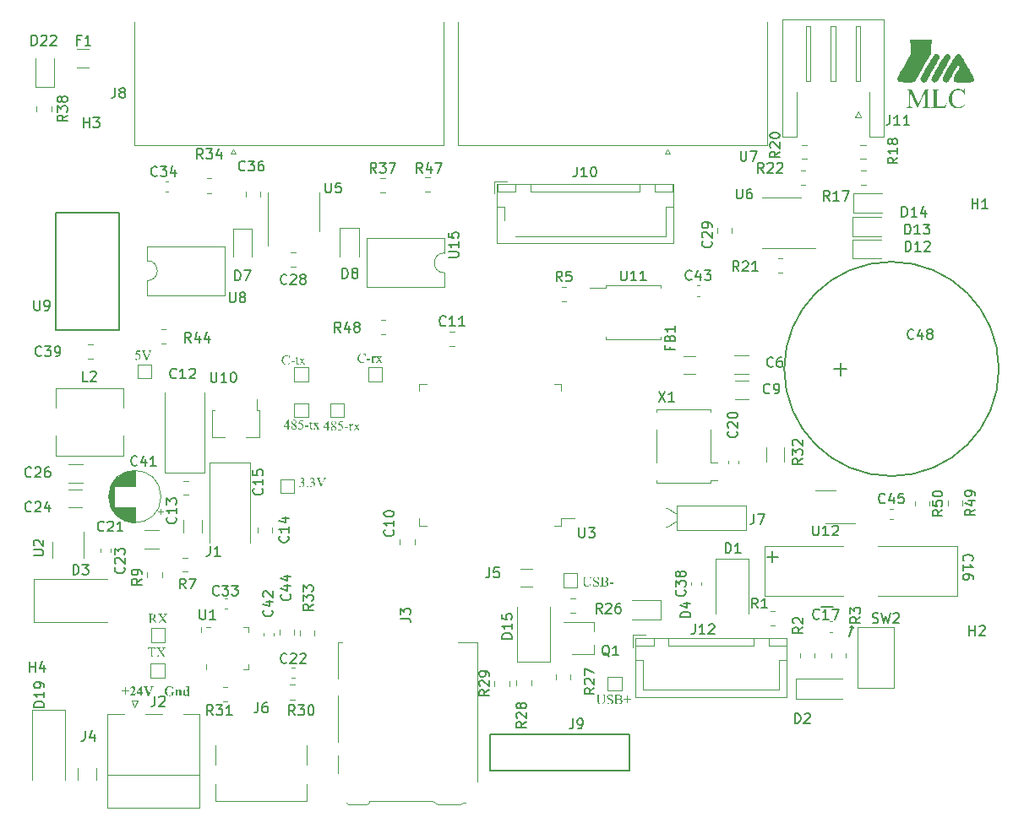
<source format=gbr>
%TF.GenerationSoftware,KiCad,Pcbnew,(7.0.0)*%
%TF.CreationDate,2025-01-08T17:10:47+03:30*%
%TF.ProjectId,logger,6c6f6767-6572-42e6-9b69-6361645f7063,rev?*%
%TF.SameCoordinates,Original*%
%TF.FileFunction,Legend,Top*%
%TF.FilePolarity,Positive*%
%FSLAX46Y46*%
G04 Gerber Fmt 4.6, Leading zero omitted, Abs format (unit mm)*
G04 Created by KiCad (PCBNEW (7.0.0)) date 2025-01-08 17:10:47*
%MOMM*%
%LPD*%
G01*
G04 APERTURE LIST*
%ADD10C,0.150000*%
%ADD11C,0.300000*%
%ADD12C,0.200000*%
%ADD13C,0.152400*%
%ADD14C,0.120000*%
G04 APERTURE END LIST*
D10*
X258695000Y-103365000D02*
X259005000Y-102315000D01*
X259005000Y-102315000D02*
X259125000Y-102515000D01*
X259005000Y-102315000D02*
X258805000Y-102385000D01*
X258805000Y-102385000D02*
X259005000Y-102315000D01*
G36*
X187685607Y-74667107D02*
G01*
X187632117Y-74784344D01*
X187351727Y-74784344D01*
X187290666Y-74917212D01*
X187301965Y-74918955D01*
X187313116Y-74920858D01*
X187324120Y-74922920D01*
X187334977Y-74925142D01*
X187345686Y-74927523D01*
X187356248Y-74930063D01*
X187366662Y-74932763D01*
X187376929Y-74935621D01*
X187387049Y-74938640D01*
X187397021Y-74941817D01*
X187406846Y-74945154D01*
X187416524Y-74948650D01*
X187426054Y-74952306D01*
X187435436Y-74956121D01*
X187444671Y-74960095D01*
X187453759Y-74964228D01*
X187462699Y-74968521D01*
X187471492Y-74972973D01*
X187480138Y-74977585D01*
X187496987Y-74987286D01*
X187513246Y-74997624D01*
X187528916Y-75008600D01*
X187543996Y-75020213D01*
X187558487Y-75032463D01*
X187572387Y-75045351D01*
X187579117Y-75052034D01*
X187590178Y-75063794D01*
X187600526Y-75075809D01*
X187610160Y-75088081D01*
X187619081Y-75100607D01*
X187627288Y-75113390D01*
X187634781Y-75126429D01*
X187641561Y-75139723D01*
X187647627Y-75153272D01*
X187652979Y-75167078D01*
X187657618Y-75181139D01*
X187661543Y-75195456D01*
X187664754Y-75210028D01*
X187667252Y-75224856D01*
X187669036Y-75239940D01*
X187670107Y-75255280D01*
X187670464Y-75270875D01*
X187670202Y-75284517D01*
X187669416Y-75297966D01*
X187668107Y-75311222D01*
X187666273Y-75324284D01*
X187663916Y-75337154D01*
X187661035Y-75349830D01*
X187657631Y-75362313D01*
X187653702Y-75374602D01*
X187649250Y-75386699D01*
X187644274Y-75398602D01*
X187640666Y-75406430D01*
X187634941Y-75417947D01*
X187628942Y-75429142D01*
X187622668Y-75440015D01*
X187616120Y-75450566D01*
X187609296Y-75460794D01*
X187602198Y-75470701D01*
X187594825Y-75480286D01*
X187587177Y-75489549D01*
X187579254Y-75498490D01*
X187571057Y-75507109D01*
X187565439Y-75512676D01*
X187556875Y-75520723D01*
X187548126Y-75528469D01*
X187539192Y-75535916D01*
X187530074Y-75543061D01*
X187520771Y-75549906D01*
X187511283Y-75556451D01*
X187501611Y-75562694D01*
X187491754Y-75568638D01*
X187481713Y-75574281D01*
X187471487Y-75579623D01*
X187464567Y-75583018D01*
X187454660Y-75587572D01*
X187444722Y-75591833D01*
X187434754Y-75595800D01*
X187424755Y-75599474D01*
X187414726Y-75602853D01*
X187404666Y-75605938D01*
X187394576Y-75608730D01*
X187384455Y-75611228D01*
X187374304Y-75613432D01*
X187364122Y-75615342D01*
X187353910Y-75616958D01*
X187343667Y-75618280D01*
X187333393Y-75619309D01*
X187323089Y-75620043D01*
X187312755Y-75620484D01*
X187302390Y-75620631D01*
X187292096Y-75620520D01*
X187282159Y-75620188D01*
X187267923Y-75619275D01*
X187254490Y-75617864D01*
X187241860Y-75615955D01*
X187230033Y-75613548D01*
X187219008Y-75610643D01*
X187208786Y-75607240D01*
X187199368Y-75603338D01*
X187188058Y-75597362D01*
X187180512Y-75592299D01*
X187171582Y-75585120D01*
X187163843Y-75577751D01*
X187157294Y-75570191D01*
X187150783Y-75560473D01*
X187146131Y-75550456D01*
X187143341Y-75540141D01*
X187142411Y-75529528D01*
X187143647Y-75519160D01*
X187147356Y-75509487D01*
X187153539Y-75500510D01*
X187158042Y-75495823D01*
X187166484Y-75489305D01*
X187175933Y-75484649D01*
X187186390Y-75481855D01*
X187196366Y-75480939D01*
X187197854Y-75480924D01*
X187207634Y-75481368D01*
X187217594Y-75482905D01*
X187227449Y-75485861D01*
X187229117Y-75486542D01*
X187238161Y-75490936D01*
X187247252Y-75496250D01*
X187256477Y-75502127D01*
X187265174Y-75507955D01*
X187274790Y-75514630D01*
X187284466Y-75521002D01*
X187294167Y-75526748D01*
X187303895Y-75531867D01*
X187313648Y-75536360D01*
X187323426Y-75540225D01*
X187333231Y-75543464D01*
X187343061Y-75546075D01*
X187352917Y-75548060D01*
X187362799Y-75549419D01*
X187372707Y-75550150D01*
X187379326Y-75550289D01*
X187389294Y-75550052D01*
X187399110Y-75549339D01*
X187413547Y-75547379D01*
X187427640Y-75544350D01*
X187441390Y-75540252D01*
X187454797Y-75535085D01*
X187467860Y-75528849D01*
X187480580Y-75521544D01*
X187488869Y-75516080D01*
X187497005Y-75510141D01*
X187504989Y-75503726D01*
X187512820Y-75496837D01*
X187520498Y-75489473D01*
X187527863Y-75481767D01*
X187534752Y-75473853D01*
X187541167Y-75465731D01*
X187547106Y-75457400D01*
X187552570Y-75448862D01*
X187557558Y-75440116D01*
X187562072Y-75431163D01*
X187566111Y-75422001D01*
X187569674Y-75412631D01*
X187572763Y-75403053D01*
X187575376Y-75393267D01*
X187577514Y-75383273D01*
X187579177Y-75373071D01*
X187580365Y-75362661D01*
X187581077Y-75352043D01*
X187581315Y-75341217D01*
X187581102Y-75330698D01*
X187580464Y-75320266D01*
X187579400Y-75309922D01*
X187577911Y-75299665D01*
X187575996Y-75289497D01*
X187573656Y-75279416D01*
X187570890Y-75269423D01*
X187567698Y-75259518D01*
X187564081Y-75249701D01*
X187560039Y-75239971D01*
X187555571Y-75230329D01*
X187550678Y-75220775D01*
X187545359Y-75211309D01*
X187539614Y-75201930D01*
X187533444Y-75192639D01*
X187526849Y-75183436D01*
X187519911Y-75174407D01*
X187512652Y-75165637D01*
X187505073Y-75157127D01*
X187497173Y-75148876D01*
X187488953Y-75140885D01*
X187480412Y-75133153D01*
X187471551Y-75125681D01*
X187462369Y-75118468D01*
X187452866Y-75111514D01*
X187443043Y-75104821D01*
X187432899Y-75098386D01*
X187422435Y-75092212D01*
X187411650Y-75086296D01*
X187400545Y-75080641D01*
X187389119Y-75075244D01*
X187377372Y-75070108D01*
X187367788Y-75066362D01*
X187357779Y-75062819D01*
X187347347Y-75059477D01*
X187336492Y-75056338D01*
X187325213Y-75053402D01*
X187313510Y-75050667D01*
X187301384Y-75048135D01*
X187288834Y-75045806D01*
X187275861Y-75043678D01*
X187262464Y-75041753D01*
X187248643Y-75040030D01*
X187234398Y-75038509D01*
X187219731Y-75037190D01*
X187204639Y-75036074D01*
X187189124Y-75035160D01*
X187173185Y-75034448D01*
X187351727Y-74667107D01*
X187685607Y-74667107D01*
G37*
G36*
X188773220Y-74667107D02*
G01*
X188773220Y-74694462D01*
X188761260Y-74696931D01*
X188750047Y-74699820D01*
X188739583Y-74703129D01*
X188729867Y-74706857D01*
X188720899Y-74711006D01*
X188710740Y-74716782D01*
X188701750Y-74723213D01*
X188698482Y-74725969D01*
X188689510Y-74734953D01*
X188682946Y-74742422D01*
X188676524Y-74750518D01*
X188670243Y-74759240D01*
X188664105Y-74768590D01*
X188658107Y-74778566D01*
X188652252Y-74789169D01*
X188646538Y-74800399D01*
X188640966Y-74812256D01*
X188635536Y-74824739D01*
X188633757Y-74829040D01*
X188308914Y-75620631D01*
X188283513Y-75620631D01*
X187934490Y-74818538D01*
X187929636Y-74807416D01*
X187925056Y-74797131D01*
X187920751Y-74787684D01*
X187915439Y-74776389D01*
X187910615Y-74766583D01*
X187905273Y-74756419D01*
X187899869Y-74747291D01*
X187896877Y-74743066D01*
X187890099Y-74735424D01*
X187882772Y-74728435D01*
X187874895Y-74722098D01*
X187866468Y-74716413D01*
X187857493Y-74711382D01*
X187854378Y-74709849D01*
X187844418Y-74705662D01*
X187833221Y-74702076D01*
X187822946Y-74699546D01*
X187811811Y-74697434D01*
X187799819Y-74695739D01*
X187789606Y-74694684D01*
X187786967Y-74694462D01*
X187786967Y-74667107D01*
X188167498Y-74667107D01*
X188167498Y-74694462D01*
X188155761Y-74695693D01*
X188144823Y-74697095D01*
X188134684Y-74698670D01*
X188122407Y-74701036D01*
X188111549Y-74703707D01*
X188102112Y-74706684D01*
X188092311Y-74710834D01*
X188083478Y-74716444D01*
X188076055Y-74723715D01*
X188070455Y-74731851D01*
X188066288Y-74742209D01*
X188064595Y-74752198D01*
X188064427Y-74756744D01*
X188065196Y-74768436D01*
X188066920Y-74779130D01*
X188069627Y-74791013D01*
X188072304Y-74800708D01*
X188075535Y-74811072D01*
X188079319Y-74822106D01*
X188083658Y-74833809D01*
X188088550Y-74846183D01*
X188093996Y-74859226D01*
X188095935Y-74863722D01*
X188333094Y-75408872D01*
X188552913Y-74870561D01*
X188556817Y-74860828D01*
X188560469Y-74851472D01*
X188565475Y-74838147D01*
X188569915Y-74825672D01*
X188573787Y-74814047D01*
X188577093Y-74803272D01*
X188579832Y-74793348D01*
X188582603Y-74781437D01*
X188584366Y-74771038D01*
X188585153Y-74760163D01*
X188583901Y-74750379D01*
X188580146Y-74740807D01*
X188574807Y-74732608D01*
X188567550Y-74724572D01*
X188565125Y-74722306D01*
X188556736Y-74715814D01*
X188546406Y-74710078D01*
X188536316Y-74705876D01*
X188524878Y-74702198D01*
X188514757Y-74699633D01*
X188503773Y-74697405D01*
X188497958Y-74696416D01*
X188488234Y-74694813D01*
X188486235Y-74694462D01*
X188486235Y-74667107D01*
X188773220Y-74667107D01*
G37*
G36*
X202622034Y-75151475D02*
G01*
X202643283Y-75464106D01*
X202622034Y-75464106D01*
X202616550Y-75446739D01*
X202610783Y-75429992D01*
X202604734Y-75413866D01*
X202598403Y-75398359D01*
X202591790Y-75383473D01*
X202584894Y-75369206D01*
X202577715Y-75355560D01*
X202570254Y-75342534D01*
X202562511Y-75330129D01*
X202554485Y-75318343D01*
X202546177Y-75307177D01*
X202537587Y-75296632D01*
X202528714Y-75286707D01*
X202519559Y-75277402D01*
X202510121Y-75268717D01*
X202500401Y-75260652D01*
X202490415Y-75253110D01*
X202480182Y-75246055D01*
X202469701Y-75239486D01*
X202458971Y-75233404D01*
X202447993Y-75227808D01*
X202436768Y-75222699D01*
X202425294Y-75218076D01*
X202413572Y-75213941D01*
X202401603Y-75210291D01*
X202389385Y-75207128D01*
X202376919Y-75204452D01*
X202364205Y-75202263D01*
X202351243Y-75200560D01*
X202338033Y-75199343D01*
X202324575Y-75198613D01*
X202310868Y-75198370D01*
X202299336Y-75198554D01*
X202287944Y-75199107D01*
X202276691Y-75200027D01*
X202265577Y-75201316D01*
X202254602Y-75202973D01*
X202243766Y-75204999D01*
X202233070Y-75207393D01*
X202222513Y-75210155D01*
X202212096Y-75213285D01*
X202201818Y-75216784D01*
X202191679Y-75220651D01*
X202181679Y-75224886D01*
X202171819Y-75229489D01*
X202162098Y-75234461D01*
X202152516Y-75239801D01*
X202143073Y-75245509D01*
X202133855Y-75251590D01*
X202124885Y-75258110D01*
X202116163Y-75265069D01*
X202107689Y-75272467D01*
X202099463Y-75280304D01*
X202091485Y-75288580D01*
X202083755Y-75297294D01*
X202076273Y-75306448D01*
X202069039Y-75316040D01*
X202062054Y-75326071D01*
X202055316Y-75336541D01*
X202048826Y-75347450D01*
X202042585Y-75358798D01*
X202036591Y-75370584D01*
X202030846Y-75382810D01*
X202025348Y-75395474D01*
X202020143Y-75408524D01*
X202015273Y-75421967D01*
X202010740Y-75435803D01*
X202006542Y-75450032D01*
X202002680Y-75464654D01*
X201999153Y-75479669D01*
X201995963Y-75495077D01*
X201993108Y-75510879D01*
X201990590Y-75527073D01*
X201988407Y-75543661D01*
X201986560Y-75560641D01*
X201985048Y-75578015D01*
X201983873Y-75595782D01*
X201983033Y-75613942D01*
X201982530Y-75632495D01*
X201982362Y-75651441D01*
X201982520Y-75667094D01*
X201982995Y-75682486D01*
X201983787Y-75697617D01*
X201984896Y-75712486D01*
X201986321Y-75727094D01*
X201988063Y-75741440D01*
X201990122Y-75755525D01*
X201992498Y-75769349D01*
X201995190Y-75782911D01*
X201998199Y-75796212D01*
X202001525Y-75809251D01*
X202005168Y-75822029D01*
X202009127Y-75834545D01*
X202013403Y-75846800D01*
X202017996Y-75858794D01*
X202022906Y-75870526D01*
X202028133Y-75881929D01*
X202033679Y-75892997D01*
X202039544Y-75903728D01*
X202045727Y-75914124D01*
X202052229Y-75924183D01*
X202059050Y-75933907D01*
X202066189Y-75943295D01*
X202073647Y-75952348D01*
X202081424Y-75961064D01*
X202089519Y-75969445D01*
X202097933Y-75977489D01*
X202106666Y-75985198D01*
X202115717Y-75992571D01*
X202125087Y-75999609D01*
X202134776Y-76006310D01*
X202144783Y-76012676D01*
X202155069Y-76018650D01*
X202165532Y-76024239D01*
X202176173Y-76029443D01*
X202186991Y-76034261D01*
X202197987Y-76038693D01*
X202209160Y-76042740D01*
X202220511Y-76046402D01*
X202232039Y-76049678D01*
X202243744Y-76052569D01*
X202255627Y-76055075D01*
X202267688Y-76057195D01*
X202279926Y-76058929D01*
X202292341Y-76060278D01*
X202304934Y-76061242D01*
X202317704Y-76061820D01*
X202330652Y-76062013D01*
X202341925Y-76061863D01*
X202353031Y-76061414D01*
X202363968Y-76060665D01*
X202374738Y-76059616D01*
X202385339Y-76058268D01*
X202395773Y-76056620D01*
X202406039Y-76054673D01*
X202416137Y-76052426D01*
X202426067Y-76049880D01*
X202435829Y-76047034D01*
X202445423Y-76043888D01*
X202454849Y-76040443D01*
X202464108Y-76036698D01*
X202473198Y-76032654D01*
X202482121Y-76028310D01*
X202490875Y-76023667D01*
X202499599Y-76018546D01*
X202508430Y-76012832D01*
X202517368Y-76006525D01*
X202526413Y-75999624D01*
X202535564Y-75992130D01*
X202544822Y-75984042D01*
X202554188Y-75975361D01*
X202563660Y-75966086D01*
X202573239Y-75956218D01*
X202582924Y-75945757D01*
X202592717Y-75934702D01*
X202602616Y-75923054D01*
X202612623Y-75910812D01*
X202622736Y-75897977D01*
X202632956Y-75884548D01*
X202643283Y-75870526D01*
X202664532Y-75884204D01*
X202655678Y-75899274D01*
X202646641Y-75913830D01*
X202637421Y-75927873D01*
X202628018Y-75941403D01*
X202618431Y-75954419D01*
X202608661Y-75966922D01*
X202598709Y-75978912D01*
X202588572Y-75990389D01*
X202578253Y-76001352D01*
X202567751Y-76011802D01*
X202557065Y-76021738D01*
X202546196Y-76031162D01*
X202535144Y-76040072D01*
X202523909Y-76048469D01*
X202512491Y-76056352D01*
X202500889Y-76063722D01*
X202489089Y-76070614D01*
X202477015Y-76077060D01*
X202464665Y-76083062D01*
X202452041Y-76088620D01*
X202439142Y-76093733D01*
X202425968Y-76098401D01*
X202412519Y-76102625D01*
X202398796Y-76106404D01*
X202384798Y-76109738D01*
X202370525Y-76112628D01*
X202355977Y-76115074D01*
X202341154Y-76117074D01*
X202326057Y-76118630D01*
X202310685Y-76119742D01*
X202295038Y-76120409D01*
X202279117Y-76120631D01*
X202264762Y-76120464D01*
X202250611Y-76119963D01*
X202236663Y-76119128D01*
X202222918Y-76117960D01*
X202209376Y-76116457D01*
X202196038Y-76114620D01*
X202182903Y-76112450D01*
X202169971Y-76109945D01*
X202157242Y-76107107D01*
X202144716Y-76103935D01*
X202132394Y-76100429D01*
X202120275Y-76096588D01*
X202108359Y-76092414D01*
X202096646Y-76087906D01*
X202085137Y-76083064D01*
X202073831Y-76077889D01*
X202062728Y-76072379D01*
X202051828Y-76066535D01*
X202041131Y-76060357D01*
X202030638Y-76053846D01*
X202020348Y-76047000D01*
X202010261Y-76039821D01*
X202000377Y-76032308D01*
X201990696Y-76024460D01*
X201981219Y-76016279D01*
X201971945Y-76007764D01*
X201962874Y-75998915D01*
X201954007Y-75989732D01*
X201945342Y-75980215D01*
X201936881Y-75970364D01*
X201928623Y-75960180D01*
X201920568Y-75949661D01*
X201914738Y-75941679D01*
X201909093Y-75933609D01*
X201903632Y-75925450D01*
X201898357Y-75917203D01*
X201888363Y-75900445D01*
X201879108Y-75883334D01*
X201870594Y-75865870D01*
X201862820Y-75848052D01*
X201855787Y-75829882D01*
X201852548Y-75820664D01*
X201849494Y-75811359D01*
X201846625Y-75801964D01*
X201843941Y-75792482D01*
X201841442Y-75782912D01*
X201839129Y-75773253D01*
X201837000Y-75763506D01*
X201835057Y-75753670D01*
X201833298Y-75743747D01*
X201831725Y-75733735D01*
X201830337Y-75723635D01*
X201829134Y-75713447D01*
X201828116Y-75703170D01*
X201827283Y-75692805D01*
X201826635Y-75682352D01*
X201826172Y-75671811D01*
X201825895Y-75661181D01*
X201825802Y-75650464D01*
X201826046Y-75633210D01*
X201826779Y-75616132D01*
X201828000Y-75599230D01*
X201829710Y-75582503D01*
X201831908Y-75565952D01*
X201834595Y-75549576D01*
X201837770Y-75533376D01*
X201841434Y-75517351D01*
X201845586Y-75501502D01*
X201850226Y-75485829D01*
X201855355Y-75470331D01*
X201860973Y-75455008D01*
X201867079Y-75439861D01*
X201873674Y-75424890D01*
X201880757Y-75410094D01*
X201888328Y-75395474D01*
X201896327Y-75381147D01*
X201904692Y-75367230D01*
X201913424Y-75353723D01*
X201922522Y-75340626D01*
X201931987Y-75327940D01*
X201941817Y-75315664D01*
X201952015Y-75303798D01*
X201962578Y-75292342D01*
X201973508Y-75281297D01*
X201984804Y-75270662D01*
X201996467Y-75260437D01*
X202008496Y-75250623D01*
X202020891Y-75241218D01*
X202033653Y-75232224D01*
X202046781Y-75223641D01*
X202060275Y-75215467D01*
X202074062Y-75207718D01*
X202088008Y-75200469D01*
X202102112Y-75193720D01*
X202116375Y-75187471D01*
X202130795Y-75181721D01*
X202145375Y-75176472D01*
X202160112Y-75171723D01*
X202175008Y-75167473D01*
X202190063Y-75163724D01*
X202205275Y-75160474D01*
X202220646Y-75157725D01*
X202236176Y-75155475D01*
X202251864Y-75153725D01*
X202267710Y-75152475D01*
X202283714Y-75151725D01*
X202299877Y-75151475D01*
X202312476Y-75151662D01*
X202325053Y-75152223D01*
X202337610Y-75153158D01*
X202350146Y-75154467D01*
X202362660Y-75156150D01*
X202375154Y-75158207D01*
X202387626Y-75160638D01*
X202400078Y-75163443D01*
X202412509Y-75166622D01*
X202424918Y-75170175D01*
X202437307Y-75174102D01*
X202449675Y-75178403D01*
X202462021Y-75183078D01*
X202474347Y-75188127D01*
X202486652Y-75193550D01*
X202498935Y-75199347D01*
X202509242Y-75204327D01*
X202518364Y-75208277D01*
X202528683Y-75211941D01*
X202538620Y-75213944D01*
X202540212Y-75214002D01*
X202550267Y-75212997D01*
X202560533Y-75209524D01*
X202568957Y-75204278D01*
X202572452Y-75201301D01*
X202579762Y-75192823D01*
X202585246Y-75184476D01*
X202590009Y-75175134D01*
X202594050Y-75164796D01*
X202596867Y-75155420D01*
X202597854Y-75151475D01*
X202622034Y-75151475D01*
G37*
G36*
X202764916Y-75729842D02*
G01*
X203120289Y-75729842D01*
X203120289Y-75835355D01*
X202764916Y-75835355D01*
X202764916Y-75729842D01*
G37*
G36*
X203400680Y-75260896D02*
G01*
X203400680Y-75464106D01*
X203547714Y-75464106D01*
X203547714Y-75511001D01*
X203400680Y-75511001D01*
X203400680Y-75931587D01*
X203400834Y-75943042D01*
X203401298Y-75953775D01*
X203402071Y-75963787D01*
X203403582Y-75976014D01*
X203405643Y-75986960D01*
X203408253Y-75996622D01*
X203412289Y-76006898D01*
X203418265Y-76016584D01*
X203425203Y-76024054D01*
X203434166Y-76030816D01*
X203444064Y-76035474D01*
X203454896Y-76038029D01*
X203463206Y-76038565D01*
X203473074Y-76037899D01*
X203482801Y-76035901D01*
X203492388Y-76032570D01*
X203501835Y-76027907D01*
X203507170Y-76024644D01*
X203516010Y-76017803D01*
X203523940Y-76009677D01*
X203530010Y-76001689D01*
X203535411Y-75992756D01*
X203540143Y-75982878D01*
X203567009Y-75982878D01*
X203562302Y-75995278D01*
X203557246Y-76007107D01*
X203551843Y-76018365D01*
X203546092Y-76029051D01*
X203539993Y-76039167D01*
X203533547Y-76048712D01*
X203526753Y-76057686D01*
X203519611Y-76066089D01*
X203512121Y-76073920D01*
X203504284Y-76081181D01*
X203498866Y-76085704D01*
X203490599Y-76091946D01*
X203482285Y-76097574D01*
X203471126Y-76104123D01*
X203459883Y-76109580D01*
X203448556Y-76113946D01*
X203437146Y-76117220D01*
X203425651Y-76119403D01*
X203414072Y-76120495D01*
X203408251Y-76120631D01*
X203398435Y-76120190D01*
X203388679Y-76118866D01*
X203378982Y-76116660D01*
X203369344Y-76113571D01*
X203359767Y-76109600D01*
X203350249Y-76104746D01*
X203346458Y-76102557D01*
X203337381Y-76096533D01*
X203329080Y-76089758D01*
X203321553Y-76082232D01*
X203314802Y-76073954D01*
X203308826Y-76064925D01*
X203303625Y-76055144D01*
X203301762Y-76051022D01*
X203297610Y-76039600D01*
X203294796Y-76029184D01*
X203292431Y-76017630D01*
X203290518Y-76004939D01*
X203289378Y-75994674D01*
X203288491Y-75983770D01*
X203287858Y-75972226D01*
X203287478Y-75960042D01*
X203287351Y-75947219D01*
X203287351Y-75511001D01*
X203187700Y-75511001D01*
X203187700Y-75488775D01*
X203197187Y-75484730D01*
X203206721Y-75480043D01*
X203216299Y-75474716D01*
X203225924Y-75468747D01*
X203235595Y-75462137D01*
X203245311Y-75454886D01*
X203255073Y-75446994D01*
X203264881Y-75438461D01*
X203272225Y-75431707D01*
X203279418Y-75424725D01*
X203286461Y-75417516D01*
X203293354Y-75410079D01*
X203300097Y-75402415D01*
X203306689Y-75394523D01*
X203313131Y-75386403D01*
X203319423Y-75378056D01*
X203325565Y-75369482D01*
X203331556Y-75360680D01*
X203335467Y-75354685D01*
X203340726Y-75345634D01*
X203345363Y-75336898D01*
X203350382Y-75326835D01*
X203355782Y-75315443D01*
X203360082Y-75306028D01*
X203364597Y-75295865D01*
X203369327Y-75284956D01*
X203374272Y-75273300D01*
X203379431Y-75260896D01*
X203400680Y-75260896D01*
G37*
G36*
X203581420Y-75464106D02*
G01*
X203877442Y-75464106D01*
X203877442Y-75491461D01*
X203867493Y-75491805D01*
X203857362Y-75493074D01*
X203847729Y-75495669D01*
X203838608Y-75500630D01*
X203837875Y-75501231D01*
X203831478Y-75508669D01*
X203827528Y-75518430D01*
X203826639Y-75526877D01*
X203828533Y-75537649D01*
X203832623Y-75548004D01*
X203837953Y-75558256D01*
X203843680Y-75567771D01*
X203849103Y-75576018D01*
X203850575Y-75578168D01*
X203856047Y-75586382D01*
X203861489Y-75594671D01*
X203867027Y-75603176D01*
X203872351Y-75611397D01*
X203873290Y-75612850D01*
X203917986Y-75685146D01*
X203969521Y-75612850D01*
X203975525Y-75604469D01*
X203983805Y-75592637D01*
X203991213Y-75581694D01*
X203997750Y-75571640D01*
X204003415Y-75562474D01*
X204009613Y-75551636D01*
X204014261Y-75542378D01*
X204017892Y-75533026D01*
X204019103Y-75526144D01*
X204017454Y-75515806D01*
X204012508Y-75506772D01*
X204007379Y-75501475D01*
X203998645Y-75496195D01*
X203988377Y-75493114D01*
X203977337Y-75491706D01*
X203969521Y-75491461D01*
X203969521Y-75464106D01*
X204182501Y-75464106D01*
X204182501Y-75491461D01*
X204172189Y-75492500D01*
X204162318Y-75494243D01*
X204151055Y-75497262D01*
X204140428Y-75501295D01*
X204130436Y-75506341D01*
X204124127Y-75510268D01*
X204115315Y-75517057D01*
X204105733Y-75525579D01*
X204098040Y-75533107D01*
X204089913Y-75541610D01*
X204081353Y-75551088D01*
X204072359Y-75561540D01*
X204062932Y-75572967D01*
X204056406Y-75581126D01*
X204049687Y-75589718D01*
X204042776Y-75598744D01*
X204035672Y-75608203D01*
X204032048Y-75613094D01*
X203946074Y-75729354D01*
X204102878Y-75957477D01*
X204109954Y-75967718D01*
X204116773Y-75977436D01*
X204123334Y-75986631D01*
X204129638Y-75995304D01*
X204135684Y-76003454D01*
X204144270Y-76014698D01*
X204152276Y-76024766D01*
X204159703Y-76033657D01*
X204166550Y-76041372D01*
X204174778Y-76049829D01*
X204183614Y-76057459D01*
X204185188Y-76058593D01*
X204194954Y-76064398D01*
X204203879Y-76068448D01*
X204213520Y-76071782D01*
X204223877Y-76074401D01*
X204234949Y-76076305D01*
X204246736Y-76077493D01*
X204249180Y-76077644D01*
X204249180Y-76105000D01*
X203952424Y-76105000D01*
X203952424Y-76077644D01*
X203963493Y-76077155D01*
X203973616Y-76075687D01*
X203984234Y-76072736D01*
X203993565Y-76068454D01*
X204000540Y-76063722D01*
X204007910Y-76056284D01*
X204012221Y-76047403D01*
X204013485Y-76038077D01*
X204010737Y-76027101D01*
X204006229Y-76017156D01*
X204001077Y-76007492D01*
X203994552Y-75996308D01*
X203988756Y-75986923D01*
X203982187Y-75976684D01*
X203974845Y-75965591D01*
X203969521Y-75957721D01*
X203877442Y-75821678D01*
X203776570Y-75957721D01*
X203768189Y-75969086D01*
X203760633Y-75979548D01*
X203753901Y-75989110D01*
X203747993Y-75997769D01*
X203741399Y-76007913D01*
X203736270Y-76016454D01*
X203731324Y-76026260D01*
X203729675Y-76032459D01*
X203731178Y-76042658D01*
X203735686Y-76052190D01*
X203742312Y-76060197D01*
X203745062Y-76062745D01*
X203753840Y-76068714D01*
X203763098Y-76072710D01*
X203773829Y-76075560D01*
X203784198Y-76077091D01*
X203791713Y-76077644D01*
X203791713Y-76105000D01*
X203586304Y-76105000D01*
X203586304Y-76077644D01*
X203596805Y-76075646D01*
X203606721Y-76072642D01*
X203616052Y-76068633D01*
X203624799Y-76063619D01*
X203629535Y-76060303D01*
X203638573Y-76052447D01*
X203647057Y-76043973D01*
X203654151Y-76036341D01*
X203661871Y-76027613D01*
X203670219Y-76017790D01*
X203679194Y-76006873D01*
X203685525Y-75998987D01*
X203692135Y-75990614D01*
X203699023Y-75981754D01*
X203706190Y-75972408D01*
X203713636Y-75962576D01*
X203717463Y-75957477D01*
X203849354Y-75780401D01*
X203729675Y-75605034D01*
X203723414Y-75595850D01*
X203717333Y-75587105D01*
X203711431Y-75578799D01*
X203702915Y-75567163D01*
X203694802Y-75556514D01*
X203687092Y-75546853D01*
X203679786Y-75538179D01*
X203672884Y-75530492D01*
X203664309Y-75521780D01*
X203656451Y-75514822D01*
X203651029Y-75510757D01*
X203642052Y-75505198D01*
X203632372Y-75500581D01*
X203621988Y-75496907D01*
X203610900Y-75494175D01*
X203599109Y-75492385D01*
X203589170Y-75491631D01*
X203581420Y-75491461D01*
X203581420Y-75464106D01*
G37*
G36*
X189189061Y-104467107D02*
G01*
X189199319Y-104685949D01*
X189173185Y-104685949D01*
X189171718Y-104675428D01*
X189170157Y-104665484D01*
X189167928Y-104653119D01*
X189165532Y-104641777D01*
X189162967Y-104631458D01*
X189159525Y-104619997D01*
X189155821Y-104610134D01*
X189152669Y-104603394D01*
X189147135Y-104593770D01*
X189141159Y-104584801D01*
X189134740Y-104576490D01*
X189127878Y-104568834D01*
X189120574Y-104561835D01*
X189112827Y-104555492D01*
X189104637Y-104549806D01*
X189096004Y-104544776D01*
X189086803Y-104540311D01*
X189076908Y-104536441D01*
X189066317Y-104533167D01*
X189055033Y-104530488D01*
X189043053Y-104528404D01*
X189030379Y-104526916D01*
X189020418Y-104526190D01*
X189010066Y-104525800D01*
X189002948Y-104525725D01*
X188871545Y-104525725D01*
X188871545Y-105240868D01*
X188871618Y-105251421D01*
X188871835Y-105261465D01*
X188872433Y-105275575D01*
X188873358Y-105288539D01*
X188874609Y-105300356D01*
X188876186Y-105311027D01*
X188878796Y-105323472D01*
X188881987Y-105333879D01*
X188886790Y-105344022D01*
X188890108Y-105348579D01*
X188898960Y-105356953D01*
X188907030Y-105362629D01*
X188915977Y-105367398D01*
X188925802Y-105371258D01*
X188936505Y-105374210D01*
X188948086Y-105376254D01*
X188960544Y-105377389D01*
X188970464Y-105377644D01*
X189002948Y-105377644D01*
X189002948Y-105405000D01*
X188607763Y-105405000D01*
X188607763Y-105377644D01*
X188640736Y-105377644D01*
X188651518Y-105377329D01*
X188661699Y-105376382D01*
X188674338Y-105374138D01*
X188685909Y-105370772D01*
X188696412Y-105366284D01*
X188705846Y-105360674D01*
X188714211Y-105353942D01*
X188721508Y-105346088D01*
X188724755Y-105341741D01*
X188729819Y-105331497D01*
X188733238Y-105319904D01*
X188735449Y-105308628D01*
X188737195Y-105295575D01*
X188738199Y-105284617D01*
X188738941Y-105272660D01*
X188739421Y-105259702D01*
X188739640Y-105245743D01*
X188739654Y-105240868D01*
X188739654Y-104525725D01*
X188627791Y-104525725D01*
X188615894Y-104525809D01*
X188604658Y-104526060D01*
X188594084Y-104526479D01*
X188584171Y-104527065D01*
X188571981Y-104528107D01*
X188560968Y-104529446D01*
X188551129Y-104531083D01*
X188540484Y-104533548D01*
X188534979Y-104535251D01*
X188524085Y-104539957D01*
X188513693Y-104545831D01*
X188503802Y-104552875D01*
X188496249Y-104559351D01*
X188489017Y-104566575D01*
X188482106Y-104574548D01*
X188475515Y-104583268D01*
X188473918Y-104585565D01*
X188467888Y-104595254D01*
X188462500Y-104605761D01*
X188457752Y-104617084D01*
X188453646Y-104629223D01*
X188450987Y-104638864D01*
X188448688Y-104648964D01*
X188446751Y-104659523D01*
X188445174Y-104670542D01*
X188443957Y-104682020D01*
X188443632Y-104685949D01*
X188417498Y-104685949D01*
X188428489Y-104467107D01*
X189189061Y-104467107D01*
G37*
G36*
X189804064Y-104885495D02*
G01*
X190004099Y-105184692D01*
X190014312Y-105199845D01*
X190024188Y-105214284D01*
X190033729Y-105228009D01*
X190042934Y-105241021D01*
X190051803Y-105253319D01*
X190060336Y-105264903D01*
X190068534Y-105275774D01*
X190076395Y-105285931D01*
X190083921Y-105295375D01*
X190091111Y-105304104D01*
X190097965Y-105312120D01*
X190104483Y-105319423D01*
X190113631Y-105329039D01*
X190122023Y-105337048D01*
X190127198Y-105341496D01*
X190137609Y-105349221D01*
X190148691Y-105356029D01*
X190157444Y-105360534D01*
X190166574Y-105364524D01*
X190176083Y-105367999D01*
X190185969Y-105370958D01*
X190196233Y-105373402D01*
X190206874Y-105375332D01*
X190217894Y-105376746D01*
X190229291Y-105377644D01*
X190229291Y-105405000D01*
X189829466Y-105405000D01*
X189829466Y-105377644D01*
X189841406Y-105377248D01*
X189852344Y-105376518D01*
X189862281Y-105375455D01*
X189872883Y-105373737D01*
X189883428Y-105371126D01*
X189888572Y-105369340D01*
X189897873Y-105364363D01*
X189905962Y-105357827D01*
X189912264Y-105350533D01*
X189917548Y-105341634D01*
X189920811Y-105331925D01*
X189921545Y-105324644D01*
X189920949Y-105314721D01*
X189919160Y-105304799D01*
X189916179Y-105294877D01*
X189915439Y-105292892D01*
X189910470Y-105283361D01*
X189904688Y-105273744D01*
X189898361Y-105263736D01*
X189892312Y-105254424D01*
X189885386Y-105243952D01*
X189879615Y-105235337D01*
X189877581Y-105232320D01*
X189719556Y-104992718D01*
X189524651Y-105243311D01*
X189517281Y-105252909D01*
X189510683Y-105261675D01*
X189504855Y-105269609D01*
X189498655Y-105278356D01*
X189492805Y-105287138D01*
X189487702Y-105295934D01*
X189487281Y-105296800D01*
X189483805Y-105306151D01*
X189481772Y-105315733D01*
X189481175Y-105324644D01*
X189482336Y-105335177D01*
X189485816Y-105344794D01*
X189491617Y-105353495D01*
X189498596Y-105360357D01*
X189499738Y-105361280D01*
X189509472Y-105366988D01*
X189520383Y-105370933D01*
X189531285Y-105373550D01*
X189541192Y-105375207D01*
X189552153Y-105376474D01*
X189564166Y-105377351D01*
X189570568Y-105377644D01*
X189570568Y-105405000D01*
X189240108Y-105405000D01*
X189240108Y-105377644D01*
X189250860Y-105376391D01*
X189261135Y-105374768D01*
X189270934Y-105372775D01*
X189282062Y-105369896D01*
X189292503Y-105366484D01*
X189300680Y-105363234D01*
X189311240Y-105358525D01*
X189321670Y-105353434D01*
X189331970Y-105347961D01*
X189342140Y-105342107D01*
X189352181Y-105335871D01*
X189362092Y-105329254D01*
X189371873Y-105322255D01*
X189381524Y-105314874D01*
X189391344Y-105306799D01*
X189398933Y-105300081D01*
X189406717Y-105292797D01*
X189414693Y-105284946D01*
X189422862Y-105276528D01*
X189431225Y-105267543D01*
X189439781Y-105257992D01*
X189448530Y-105247874D01*
X189457472Y-105237189D01*
X189466608Y-105225938D01*
X189469696Y-105222062D01*
X189689515Y-104943625D01*
X189506088Y-104674225D01*
X189496804Y-104660841D01*
X189487697Y-104648045D01*
X189478768Y-104635837D01*
X189470017Y-104624216D01*
X189461442Y-104613183D01*
X189453045Y-104602738D01*
X189444826Y-104592881D01*
X189436784Y-104583611D01*
X189428920Y-104574929D01*
X189421233Y-104566834D01*
X189413723Y-104559328D01*
X189406391Y-104552409D01*
X189395726Y-104543132D01*
X189385460Y-104535178D01*
X189378838Y-104530610D01*
X189368941Y-104524482D01*
X189358762Y-104518921D01*
X189348299Y-104513926D01*
X189337553Y-104509498D01*
X189326523Y-104505637D01*
X189315210Y-104502343D01*
X189303614Y-104499615D01*
X189291734Y-104497454D01*
X189279571Y-104495860D01*
X189267125Y-104494832D01*
X189258670Y-104494462D01*
X189258670Y-104467107D01*
X189689515Y-104467107D01*
X189689515Y-104494462D01*
X189679515Y-104494951D01*
X189667131Y-104495983D01*
X189655831Y-104497451D01*
X189645615Y-104499353D01*
X189634369Y-104502343D01*
X189624816Y-104506012D01*
X189615589Y-104511313D01*
X189614288Y-104512292D01*
X189606389Y-104519401D01*
X189599737Y-104527927D01*
X189595619Y-104536880D01*
X189594016Y-104547463D01*
X189595175Y-104557813D01*
X189597912Y-104567697D01*
X189602259Y-104578726D01*
X189606896Y-104588374D01*
X189612563Y-104598754D01*
X189619260Y-104609867D01*
X189624960Y-104618683D01*
X189626988Y-104621713D01*
X189769870Y-104835669D01*
X189935223Y-104625865D01*
X189942134Y-104616950D01*
X189948336Y-104608768D01*
X189955089Y-104599571D01*
X189960734Y-104591518D01*
X189966773Y-104582168D01*
X189970638Y-104575062D01*
X189974393Y-104565433D01*
X189976589Y-104555689D01*
X189977233Y-104546730D01*
X189976065Y-104536403D01*
X189972561Y-104527038D01*
X189968928Y-104521329D01*
X189961968Y-104513157D01*
X189953911Y-104506655D01*
X189944757Y-104501823D01*
X189942794Y-104501057D01*
X189932857Y-104498446D01*
X189922619Y-104496909D01*
X189912263Y-104495904D01*
X189900250Y-104495149D01*
X189889446Y-104494725D01*
X189877581Y-104494462D01*
X189877581Y-104467107D01*
X190208042Y-104467107D01*
X190208042Y-104494462D01*
X190196176Y-104495281D01*
X190185001Y-104496518D01*
X190174518Y-104498172D01*
X190164727Y-104500244D01*
X190153891Y-104503281D01*
X190144050Y-104506919D01*
X190134922Y-104511059D01*
X190125976Y-104515543D01*
X190117214Y-104520371D01*
X190108635Y-104525542D01*
X190100239Y-104531057D01*
X190092027Y-104536915D01*
X190083997Y-104543116D01*
X190076151Y-104549661D01*
X190068003Y-104557030D01*
X190059069Y-104565827D01*
X190051853Y-104573361D01*
X190044194Y-104581698D01*
X190036093Y-104590838D01*
X190027550Y-104600780D01*
X190018565Y-104611526D01*
X190012329Y-104619135D01*
X190005897Y-104627102D01*
X189999268Y-104635425D01*
X189992443Y-104644106D01*
X189988956Y-104648579D01*
X189804064Y-104885495D01*
G37*
G36*
X202529518Y-82236106D02*
G01*
X202654570Y-82236106D01*
X202654570Y-82333803D01*
X202529518Y-82333803D01*
X202529518Y-82580000D01*
X202416189Y-82580000D01*
X202416189Y-82333803D01*
X202021981Y-82333803D01*
X202021981Y-82245631D01*
X202028628Y-82236106D01*
X202089392Y-82236106D01*
X202416189Y-82236106D01*
X202416189Y-81771800D01*
X202089392Y-82236106D01*
X202028628Y-82236106D01*
X202454047Y-81626475D01*
X202529518Y-81626475D01*
X202529518Y-82236106D01*
G37*
G36*
X203065123Y-81626715D02*
G01*
X203078683Y-81627433D01*
X203091899Y-81628631D01*
X203104771Y-81630307D01*
X203117300Y-81632462D01*
X203129485Y-81635096D01*
X203141327Y-81638210D01*
X203152826Y-81641802D01*
X203163981Y-81645873D01*
X203174792Y-81650423D01*
X203185260Y-81655452D01*
X203195385Y-81660959D01*
X203205166Y-81666946D01*
X203214604Y-81673412D01*
X203223698Y-81680357D01*
X203232449Y-81687780D01*
X203240789Y-81695510D01*
X203248592Y-81703374D01*
X203255856Y-81711371D01*
X203262582Y-81719501D01*
X203268770Y-81727766D01*
X203274421Y-81736163D01*
X203279532Y-81744695D01*
X203284106Y-81753360D01*
X203289958Y-81766607D01*
X203294599Y-81780156D01*
X203298030Y-81794005D01*
X203300249Y-81808154D01*
X203301258Y-81822604D01*
X203301325Y-81827487D01*
X203300999Y-81837307D01*
X203300020Y-81847165D01*
X203298389Y-81857062D01*
X203296105Y-81866997D01*
X203293168Y-81876972D01*
X203289579Y-81886984D01*
X203285337Y-81897036D01*
X203280443Y-81907126D01*
X203274896Y-81917254D01*
X203268696Y-81927422D01*
X203264200Y-81934221D01*
X203256533Y-81944560D01*
X203247454Y-81955242D01*
X203240616Y-81962554D01*
X203233150Y-81970018D01*
X203225057Y-81977636D01*
X203216336Y-81985406D01*
X203206987Y-81993328D01*
X203197010Y-82001403D01*
X203186405Y-82009631D01*
X203175173Y-82018012D01*
X203163313Y-82026545D01*
X203150825Y-82035231D01*
X203137709Y-82044070D01*
X203123966Y-82053061D01*
X203109595Y-82062205D01*
X203124388Y-82073742D01*
X203138541Y-82084969D01*
X203152056Y-82095884D01*
X203164931Y-82106489D01*
X203177167Y-82116782D01*
X203188764Y-82126765D01*
X203199721Y-82136436D01*
X203210040Y-82145797D01*
X203219719Y-82154846D01*
X203228759Y-82163585D01*
X203237159Y-82172012D01*
X203244921Y-82180128D01*
X203252043Y-82187933D01*
X203258526Y-82195428D01*
X203267051Y-82206086D01*
X203269574Y-82209483D01*
X203275903Y-82218304D01*
X203281824Y-82227183D01*
X203287337Y-82236119D01*
X203292441Y-82245112D01*
X203297137Y-82254162D01*
X203301425Y-82263270D01*
X203305304Y-82272435D01*
X203308775Y-82281657D01*
X203311837Y-82290936D01*
X203315666Y-82304962D01*
X203318575Y-82319118D01*
X203320566Y-82333402D01*
X203321638Y-82347814D01*
X203321842Y-82357494D01*
X203321549Y-82369686D01*
X203320670Y-82381655D01*
X203319206Y-82393401D01*
X203317155Y-82404923D01*
X203314519Y-82416222D01*
X203311297Y-82427298D01*
X203307490Y-82438151D01*
X203303096Y-82448780D01*
X203298117Y-82459186D01*
X203292552Y-82469369D01*
X203286401Y-82479329D01*
X203279664Y-82489065D01*
X203272342Y-82498578D01*
X203264433Y-82507868D01*
X203255939Y-82516934D01*
X203246859Y-82525778D01*
X203237334Y-82534236D01*
X203227442Y-82542149D01*
X203217184Y-82549517D01*
X203206559Y-82556338D01*
X203195568Y-82562614D01*
X203184211Y-82568345D01*
X203172487Y-82573529D01*
X203160397Y-82578168D01*
X203147941Y-82582261D01*
X203135118Y-82585808D01*
X203121929Y-82588809D01*
X203108374Y-82591265D01*
X203094452Y-82593175D01*
X203080163Y-82594540D01*
X203065509Y-82595358D01*
X203050488Y-82595631D01*
X203034139Y-82595306D01*
X203018248Y-82594330D01*
X203002815Y-82592703D01*
X202987840Y-82590426D01*
X202973323Y-82587498D01*
X202959263Y-82583919D01*
X202945662Y-82579689D01*
X202932519Y-82574809D01*
X202919833Y-82569279D01*
X202907606Y-82563097D01*
X202895836Y-82556265D01*
X202884525Y-82548782D01*
X202873671Y-82540649D01*
X202863276Y-82531865D01*
X202853338Y-82522430D01*
X202843859Y-82512344D01*
X202836701Y-82503961D01*
X202830005Y-82495480D01*
X202823771Y-82486902D01*
X202817999Y-82478227D01*
X202812689Y-82469454D01*
X202807840Y-82460584D01*
X202803454Y-82451616D01*
X202799528Y-82442552D01*
X202796065Y-82433390D01*
X202791736Y-82419464D01*
X202788446Y-82405320D01*
X202786195Y-82390957D01*
X202784983Y-82376374D01*
X202784752Y-82366531D01*
X202784898Y-82361891D01*
X202889776Y-82361891D01*
X202889965Y-82372805D01*
X202890532Y-82383445D01*
X202891476Y-82393810D01*
X202892799Y-82403900D01*
X202894499Y-82413716D01*
X202897757Y-82427924D01*
X202901866Y-82441514D01*
X202906825Y-82454485D01*
X202912634Y-82466839D01*
X202919293Y-82478574D01*
X202926802Y-82489691D01*
X202935161Y-82500189D01*
X202938136Y-82503551D01*
X202947479Y-82513023D01*
X202957282Y-82521563D01*
X202967543Y-82529172D01*
X202978265Y-82535849D01*
X202989445Y-82541594D01*
X203001085Y-82546408D01*
X203013184Y-82550289D01*
X203025743Y-82553240D01*
X203038761Y-82555258D01*
X203052239Y-82556345D01*
X203061479Y-82556552D01*
X203075141Y-82556185D01*
X203088284Y-82555084D01*
X203100907Y-82553248D01*
X203113010Y-82550679D01*
X203124594Y-82547375D01*
X203135659Y-82543337D01*
X203146204Y-82538565D01*
X203156230Y-82533059D01*
X203165736Y-82526819D01*
X203174723Y-82519844D01*
X203180425Y-82514787D01*
X203188413Y-82506799D01*
X203195615Y-82498498D01*
X203202031Y-82489883D01*
X203207662Y-82480955D01*
X203212507Y-82471714D01*
X203216566Y-82462159D01*
X203219840Y-82452291D01*
X203222328Y-82442109D01*
X203224030Y-82431614D01*
X203224947Y-82420806D01*
X203225122Y-82413426D01*
X203224713Y-82401252D01*
X203223488Y-82389398D01*
X203221447Y-82377866D01*
X203218588Y-82366653D01*
X203214913Y-82355762D01*
X203210421Y-82345191D01*
X203205113Y-82334940D01*
X203198988Y-82325010D01*
X203192493Y-82315768D01*
X203185222Y-82306177D01*
X203177175Y-82296236D01*
X203168350Y-82285946D01*
X203158750Y-82275308D01*
X203148372Y-82264319D01*
X203137218Y-82252982D01*
X203125287Y-82241296D01*
X203112580Y-82229260D01*
X203099096Y-82216875D01*
X203084836Y-82204141D01*
X203077414Y-82197643D01*
X203069798Y-82191058D01*
X203061989Y-82184385D01*
X203053985Y-82177626D01*
X203045787Y-82170778D01*
X203037394Y-82163844D01*
X203028808Y-82156822D01*
X203020027Y-82149713D01*
X203011053Y-82142517D01*
X203001884Y-82135233D01*
X202991427Y-82144286D01*
X202981490Y-82153494D01*
X202972073Y-82162857D01*
X202963175Y-82172373D01*
X202954797Y-82182045D01*
X202946938Y-82191871D01*
X202939598Y-82201851D01*
X202932778Y-82211987D01*
X202926478Y-82222276D01*
X202920697Y-82232721D01*
X202917131Y-82239769D01*
X202912243Y-82250430D01*
X202907835Y-82261253D01*
X202903908Y-82272240D01*
X202900462Y-82283389D01*
X202897497Y-82294702D01*
X202895012Y-82306178D01*
X202893009Y-82317818D01*
X202891486Y-82329620D01*
X202890444Y-82341586D01*
X202889883Y-82353714D01*
X202889776Y-82361891D01*
X202784898Y-82361891D01*
X202785117Y-82354910D01*
X202786212Y-82343310D01*
X202788036Y-82331732D01*
X202790591Y-82320175D01*
X202793875Y-82308639D01*
X202797889Y-82297125D01*
X202802633Y-82285633D01*
X202808107Y-82274162D01*
X202814311Y-82262712D01*
X202821245Y-82251284D01*
X202826273Y-82243677D01*
X202834586Y-82232119D01*
X202840715Y-82224292D01*
X202847314Y-82216367D01*
X202854381Y-82208345D01*
X202861919Y-82200226D01*
X202869925Y-82192009D01*
X202878401Y-82183696D01*
X202887347Y-82175285D01*
X202896761Y-82166776D01*
X202906646Y-82158170D01*
X202916999Y-82149467D01*
X202927822Y-82140667D01*
X202939115Y-82131769D01*
X202950876Y-82122774D01*
X202963108Y-82113682D01*
X202969399Y-82109099D01*
X202955906Y-82097882D01*
X202943025Y-82086946D01*
X202930757Y-82076290D01*
X202919101Y-82065914D01*
X202908057Y-82055819D01*
X202897626Y-82046004D01*
X202887808Y-82036470D01*
X202878602Y-82027217D01*
X202870009Y-82018244D01*
X202862028Y-82009551D01*
X202854660Y-82001139D01*
X202847904Y-81993008D01*
X202841761Y-81985157D01*
X202833694Y-81973906D01*
X202827006Y-81963286D01*
X202821288Y-81952900D01*
X202816132Y-81942441D01*
X202811539Y-81931908D01*
X202807508Y-81921303D01*
X202804040Y-81910625D01*
X202801134Y-81899874D01*
X202798791Y-81889050D01*
X202797010Y-81878152D01*
X202795791Y-81867182D01*
X202795135Y-81856139D01*
X202795010Y-81848736D01*
X202795284Y-81837477D01*
X202796105Y-81826415D01*
X202797474Y-81815549D01*
X202799391Y-81804880D01*
X202800221Y-81801353D01*
X202894661Y-81801353D01*
X202895102Y-81812573D01*
X202896426Y-81823793D01*
X202898632Y-81835013D01*
X202901721Y-81846233D01*
X202905693Y-81857453D01*
X202910546Y-81868673D01*
X202912735Y-81873161D01*
X202917555Y-81882083D01*
X202922856Y-81890899D01*
X202928638Y-81899608D01*
X202934900Y-81908210D01*
X202941643Y-81916705D01*
X202948868Y-81925093D01*
X202956573Y-81933374D01*
X202964759Y-81941549D01*
X203077355Y-82035338D01*
X203087408Y-82026149D01*
X203096990Y-82017207D01*
X203106100Y-82008510D01*
X203114739Y-82000060D01*
X203122907Y-81991856D01*
X203130603Y-81983898D01*
X203137829Y-81976186D01*
X203144583Y-81968721D01*
X203153830Y-81957984D01*
X203162016Y-81947801D01*
X203169143Y-81938172D01*
X203175208Y-81929096D01*
X203180214Y-81920575D01*
X203181646Y-81917857D01*
X203186798Y-81906874D01*
X203191263Y-81895539D01*
X203195042Y-81883854D01*
X203198133Y-81871817D01*
X203200537Y-81859430D01*
X203202254Y-81846691D01*
X203203092Y-81836906D01*
X203203542Y-81826924D01*
X203203628Y-81820160D01*
X203203272Y-81806836D01*
X203202203Y-81794065D01*
X203200421Y-81781848D01*
X203197927Y-81770186D01*
X203194720Y-81759077D01*
X203190800Y-81748521D01*
X203186167Y-81738520D01*
X203180822Y-81729073D01*
X203174764Y-81720179D01*
X203167994Y-81711839D01*
X203163084Y-81706587D01*
X203155266Y-81699254D01*
X203146924Y-81692642D01*
X203138058Y-81686752D01*
X203128669Y-81681583D01*
X203118755Y-81677135D01*
X203108318Y-81673408D01*
X203097357Y-81670403D01*
X203085873Y-81668119D01*
X203073864Y-81666556D01*
X203061332Y-81665715D01*
X203052686Y-81665554D01*
X203039773Y-81665913D01*
X203027318Y-81666988D01*
X203015323Y-81668781D01*
X203003788Y-81671290D01*
X202992712Y-81674517D01*
X202982095Y-81678460D01*
X202971938Y-81683120D01*
X202962240Y-81688498D01*
X202953001Y-81694592D01*
X202944222Y-81701404D01*
X202938625Y-81706343D01*
X202930768Y-81714067D01*
X202923684Y-81722036D01*
X202917373Y-81730250D01*
X202911834Y-81738709D01*
X202907069Y-81747412D01*
X202903076Y-81756360D01*
X202898954Y-81768672D01*
X202896207Y-81781418D01*
X202895047Y-81791263D01*
X202894661Y-81801353D01*
X202800221Y-81801353D01*
X202801855Y-81794407D01*
X202804867Y-81784130D01*
X202808427Y-81774051D01*
X202812534Y-81764167D01*
X202817189Y-81754481D01*
X202822392Y-81744990D01*
X202828142Y-81735697D01*
X202834440Y-81726600D01*
X202841285Y-81717699D01*
X202848679Y-81708995D01*
X202856619Y-81700488D01*
X202865108Y-81692177D01*
X202874049Y-81684221D01*
X202883350Y-81676778D01*
X202893009Y-81669849D01*
X202903026Y-81663432D01*
X202913403Y-81657530D01*
X202924138Y-81652140D01*
X202935232Y-81647264D01*
X202946685Y-81642901D01*
X202958496Y-81639051D01*
X202970666Y-81635715D01*
X202983195Y-81632892D01*
X202996083Y-81630582D01*
X203009329Y-81628785D01*
X203022934Y-81627502D01*
X203036898Y-81626732D01*
X203051221Y-81626475D01*
X203065123Y-81626715D01*
G37*
G36*
X204009630Y-81642107D02*
G01*
X203956140Y-81759344D01*
X203675750Y-81759344D01*
X203614689Y-81892212D01*
X203625988Y-81893955D01*
X203637139Y-81895858D01*
X203648143Y-81897920D01*
X203659000Y-81900142D01*
X203669709Y-81902523D01*
X203680271Y-81905063D01*
X203690685Y-81907763D01*
X203700952Y-81910621D01*
X203711072Y-81913640D01*
X203721044Y-81916817D01*
X203730869Y-81920154D01*
X203740547Y-81923650D01*
X203750077Y-81927306D01*
X203759459Y-81931121D01*
X203768694Y-81935095D01*
X203777782Y-81939228D01*
X203786723Y-81943521D01*
X203795515Y-81947973D01*
X203804161Y-81952585D01*
X203821010Y-81962286D01*
X203837269Y-81972624D01*
X203852939Y-81983600D01*
X203868019Y-81995213D01*
X203882510Y-82007463D01*
X203896410Y-82020351D01*
X203903140Y-82027034D01*
X203914201Y-82038794D01*
X203924549Y-82050809D01*
X203934183Y-82063081D01*
X203943104Y-82075607D01*
X203951311Y-82088390D01*
X203958804Y-82101429D01*
X203965584Y-82114723D01*
X203971650Y-82128272D01*
X203977002Y-82142078D01*
X203981641Y-82156139D01*
X203985566Y-82170456D01*
X203988777Y-82185028D01*
X203991275Y-82199856D01*
X203993059Y-82214940D01*
X203994130Y-82230280D01*
X203994487Y-82245875D01*
X203994225Y-82259517D01*
X203993439Y-82272966D01*
X203992130Y-82286222D01*
X203990296Y-82299284D01*
X203987939Y-82312154D01*
X203985058Y-82324830D01*
X203981654Y-82337313D01*
X203977725Y-82349602D01*
X203973273Y-82361699D01*
X203968297Y-82373602D01*
X203964689Y-82381430D01*
X203958965Y-82392947D01*
X203952965Y-82404142D01*
X203946691Y-82415015D01*
X203940143Y-82425566D01*
X203933319Y-82435794D01*
X203926221Y-82445701D01*
X203918848Y-82455286D01*
X203911200Y-82464549D01*
X203903277Y-82473490D01*
X203895080Y-82482109D01*
X203889462Y-82487676D01*
X203880898Y-82495723D01*
X203872149Y-82503469D01*
X203863215Y-82510916D01*
X203854097Y-82518061D01*
X203844794Y-82524906D01*
X203835306Y-82531451D01*
X203825634Y-82537694D01*
X203815777Y-82543638D01*
X203805736Y-82549281D01*
X203795510Y-82554623D01*
X203788590Y-82558018D01*
X203778683Y-82562572D01*
X203768745Y-82566833D01*
X203758777Y-82570800D01*
X203748778Y-82574474D01*
X203738749Y-82577853D01*
X203728689Y-82580938D01*
X203718599Y-82583730D01*
X203708478Y-82586228D01*
X203698327Y-82588432D01*
X203688145Y-82590342D01*
X203677933Y-82591958D01*
X203667690Y-82593280D01*
X203657416Y-82594309D01*
X203647112Y-82595043D01*
X203636778Y-82595484D01*
X203626413Y-82595631D01*
X203616119Y-82595520D01*
X203606182Y-82595188D01*
X203591946Y-82594275D01*
X203578513Y-82592864D01*
X203565883Y-82590955D01*
X203554056Y-82588548D01*
X203543031Y-82585643D01*
X203532809Y-82582240D01*
X203523391Y-82578338D01*
X203512081Y-82572362D01*
X203504535Y-82567299D01*
X203495605Y-82560120D01*
X203487866Y-82552751D01*
X203481317Y-82545191D01*
X203474806Y-82535473D01*
X203470154Y-82525456D01*
X203467364Y-82515141D01*
X203466434Y-82504528D01*
X203467670Y-82494160D01*
X203471379Y-82484487D01*
X203477562Y-82475510D01*
X203482065Y-82470823D01*
X203490507Y-82464305D01*
X203499956Y-82459649D01*
X203510413Y-82456855D01*
X203520389Y-82455939D01*
X203521877Y-82455924D01*
X203531657Y-82456368D01*
X203541617Y-82457905D01*
X203551472Y-82460861D01*
X203553140Y-82461542D01*
X203562184Y-82465936D01*
X203571275Y-82471250D01*
X203580500Y-82477127D01*
X203589197Y-82482955D01*
X203598813Y-82489630D01*
X203608489Y-82496002D01*
X203618190Y-82501748D01*
X203627918Y-82506867D01*
X203637671Y-82511360D01*
X203647449Y-82515225D01*
X203657254Y-82518464D01*
X203667084Y-82521075D01*
X203676940Y-82523060D01*
X203686822Y-82524419D01*
X203696730Y-82525150D01*
X203703349Y-82525289D01*
X203713317Y-82525052D01*
X203723133Y-82524339D01*
X203737570Y-82522379D01*
X203751663Y-82519350D01*
X203765414Y-82515252D01*
X203778820Y-82510085D01*
X203791883Y-82503849D01*
X203804603Y-82496544D01*
X203812892Y-82491080D01*
X203821028Y-82485141D01*
X203829012Y-82478726D01*
X203836843Y-82471837D01*
X203844521Y-82464473D01*
X203851886Y-82456767D01*
X203858775Y-82448853D01*
X203865190Y-82440731D01*
X203871129Y-82432400D01*
X203876593Y-82423862D01*
X203881582Y-82415116D01*
X203886095Y-82406163D01*
X203890134Y-82397001D01*
X203893697Y-82387631D01*
X203896786Y-82378053D01*
X203899399Y-82368267D01*
X203901537Y-82358273D01*
X203903200Y-82348071D01*
X203904388Y-82337661D01*
X203905100Y-82327043D01*
X203905338Y-82316217D01*
X203905125Y-82305698D01*
X203904487Y-82295266D01*
X203903423Y-82284922D01*
X203901934Y-82274665D01*
X203900019Y-82264497D01*
X203897679Y-82254416D01*
X203894913Y-82244423D01*
X203891721Y-82234518D01*
X203888105Y-82224701D01*
X203884062Y-82214971D01*
X203879594Y-82205329D01*
X203874701Y-82195775D01*
X203869382Y-82186309D01*
X203863637Y-82176930D01*
X203857467Y-82167639D01*
X203850872Y-82158436D01*
X203843934Y-82149407D01*
X203836675Y-82140637D01*
X203829096Y-82132127D01*
X203821196Y-82123876D01*
X203812976Y-82115885D01*
X203804435Y-82108153D01*
X203795574Y-82100681D01*
X203786392Y-82093468D01*
X203776889Y-82086514D01*
X203767066Y-82079821D01*
X203756922Y-82073386D01*
X203746458Y-82067212D01*
X203735673Y-82061296D01*
X203724568Y-82055641D01*
X203713142Y-82050244D01*
X203701395Y-82045108D01*
X203691811Y-82041362D01*
X203681802Y-82037819D01*
X203671370Y-82034477D01*
X203660515Y-82031338D01*
X203649236Y-82028402D01*
X203637533Y-82025667D01*
X203625407Y-82023135D01*
X203612857Y-82020806D01*
X203599884Y-82018678D01*
X203586487Y-82016753D01*
X203572666Y-82015030D01*
X203558422Y-82013509D01*
X203543754Y-82012190D01*
X203528662Y-82011074D01*
X203513147Y-82010160D01*
X203497208Y-82009448D01*
X203675750Y-81642107D01*
X204009630Y-81642107D01*
G37*
G36*
X204155443Y-82204842D02*
G01*
X204510816Y-82204842D01*
X204510816Y-82310355D01*
X204155443Y-82310355D01*
X204155443Y-82204842D01*
G37*
G36*
X204791207Y-81735896D02*
G01*
X204791207Y-81939106D01*
X204938241Y-81939106D01*
X204938241Y-81986001D01*
X204791207Y-81986001D01*
X204791207Y-82406587D01*
X204791361Y-82418042D01*
X204791825Y-82428775D01*
X204792598Y-82438787D01*
X204794109Y-82451014D01*
X204796170Y-82461960D01*
X204798780Y-82471622D01*
X204802816Y-82481898D01*
X204808792Y-82491584D01*
X204815730Y-82499054D01*
X204824693Y-82505816D01*
X204834590Y-82510474D01*
X204845423Y-82513029D01*
X204853733Y-82513565D01*
X204863600Y-82512899D01*
X204873328Y-82510901D01*
X204882915Y-82507570D01*
X204892361Y-82502907D01*
X204897697Y-82499644D01*
X204906537Y-82492803D01*
X204914466Y-82484677D01*
X204920537Y-82476689D01*
X204925938Y-82467756D01*
X204930669Y-82457878D01*
X204957536Y-82457878D01*
X204952828Y-82470278D01*
X204947773Y-82482107D01*
X204942370Y-82493365D01*
X204936619Y-82504051D01*
X204930520Y-82514167D01*
X204924074Y-82523712D01*
X204917280Y-82532686D01*
X204910138Y-82541089D01*
X204902648Y-82548920D01*
X204894811Y-82556181D01*
X204889392Y-82560704D01*
X204881126Y-82566946D01*
X204872812Y-82572574D01*
X204861653Y-82579123D01*
X204850410Y-82584580D01*
X204839083Y-82588946D01*
X204827672Y-82592220D01*
X204816178Y-82594403D01*
X204804599Y-82595495D01*
X204798778Y-82595631D01*
X204788962Y-82595190D01*
X204779205Y-82593866D01*
X204769508Y-82591660D01*
X204759871Y-82588571D01*
X204750293Y-82584600D01*
X204740775Y-82579746D01*
X204736985Y-82577557D01*
X204727908Y-82571533D01*
X204719606Y-82564758D01*
X204712080Y-82557232D01*
X204705329Y-82548954D01*
X204699353Y-82539925D01*
X204694152Y-82530144D01*
X204692288Y-82526022D01*
X204688137Y-82514600D01*
X204685322Y-82504184D01*
X204682958Y-82492630D01*
X204681044Y-82479939D01*
X204679905Y-82469674D01*
X204679018Y-82458770D01*
X204678385Y-82447226D01*
X204678005Y-82435042D01*
X204677878Y-82422219D01*
X204677878Y-81986001D01*
X204578227Y-81986001D01*
X204578227Y-81963775D01*
X204587714Y-81959730D01*
X204597247Y-81955043D01*
X204606826Y-81949716D01*
X204616451Y-81943747D01*
X204626121Y-81937137D01*
X204635838Y-81929886D01*
X204645600Y-81921994D01*
X204655408Y-81913461D01*
X204662751Y-81906707D01*
X204669945Y-81899725D01*
X204676988Y-81892516D01*
X204683881Y-81885079D01*
X204690624Y-81877415D01*
X204697216Y-81869523D01*
X204703658Y-81861403D01*
X204709950Y-81853056D01*
X204716092Y-81844482D01*
X204722083Y-81835680D01*
X204725994Y-81829685D01*
X204731253Y-81820634D01*
X204735890Y-81811898D01*
X204740908Y-81801835D01*
X204746309Y-81790443D01*
X204750609Y-81781028D01*
X204755124Y-81770865D01*
X204759854Y-81759956D01*
X204764798Y-81748300D01*
X204769958Y-81735896D01*
X204791207Y-81735896D01*
G37*
G36*
X204971946Y-81939106D02*
G01*
X205267969Y-81939106D01*
X205267969Y-81966461D01*
X205258020Y-81966805D01*
X205247888Y-81968074D01*
X205238256Y-81970669D01*
X205229135Y-81975630D01*
X205228401Y-81976231D01*
X205222005Y-81983669D01*
X205218055Y-81993430D01*
X205217166Y-82001877D01*
X205219060Y-82012649D01*
X205223150Y-82023004D01*
X205228480Y-82033256D01*
X205234207Y-82042771D01*
X205239629Y-82051018D01*
X205241102Y-82053168D01*
X205246574Y-82061382D01*
X205252016Y-82069671D01*
X205257554Y-82078176D01*
X205262878Y-82086397D01*
X205263817Y-82087850D01*
X205308513Y-82160146D01*
X205360048Y-82087850D01*
X205366052Y-82079469D01*
X205374332Y-82067637D01*
X205381740Y-82056694D01*
X205388277Y-82046640D01*
X205393942Y-82037474D01*
X205400139Y-82026636D01*
X205404788Y-82017378D01*
X205408419Y-82008026D01*
X205409630Y-82001144D01*
X205407981Y-81990806D01*
X205403035Y-81981772D01*
X205397906Y-81976475D01*
X205389171Y-81971195D01*
X205378904Y-81968114D01*
X205367863Y-81966706D01*
X205360048Y-81966461D01*
X205360048Y-81939106D01*
X205573028Y-81939106D01*
X205573028Y-81966461D01*
X205562716Y-81967500D01*
X205552845Y-81969243D01*
X205541582Y-81972262D01*
X205530954Y-81976295D01*
X205520962Y-81981341D01*
X205514654Y-81985268D01*
X205505842Y-81992057D01*
X205496260Y-82000579D01*
X205488567Y-82008107D01*
X205480440Y-82016610D01*
X205471880Y-82026088D01*
X205462886Y-82036540D01*
X205453459Y-82047967D01*
X205446933Y-82056126D01*
X205440214Y-82064718D01*
X205433303Y-82073744D01*
X205426199Y-82083203D01*
X205422575Y-82088094D01*
X205336601Y-82204354D01*
X205493405Y-82432477D01*
X205500481Y-82442718D01*
X205507300Y-82452436D01*
X205513861Y-82461631D01*
X205520165Y-82470304D01*
X205526211Y-82478454D01*
X205534797Y-82489698D01*
X205542803Y-82499766D01*
X205550230Y-82508657D01*
X205557077Y-82516372D01*
X205565305Y-82524829D01*
X205574141Y-82532459D01*
X205575715Y-82533593D01*
X205585481Y-82539398D01*
X205594406Y-82543448D01*
X205604047Y-82546782D01*
X205614403Y-82549401D01*
X205625475Y-82551305D01*
X205637263Y-82552493D01*
X205639706Y-82552644D01*
X205639706Y-82580000D01*
X205342951Y-82580000D01*
X205342951Y-82552644D01*
X205354020Y-82552155D01*
X205364143Y-82550687D01*
X205374760Y-82547736D01*
X205384092Y-82543454D01*
X205391067Y-82538722D01*
X205398437Y-82531284D01*
X205402748Y-82522403D01*
X205404012Y-82513077D01*
X205401264Y-82502101D01*
X205396756Y-82492156D01*
X205391604Y-82482492D01*
X205385078Y-82471308D01*
X205379282Y-82461923D01*
X205372714Y-82451684D01*
X205365372Y-82440591D01*
X205360048Y-82432721D01*
X205267969Y-82296678D01*
X205167096Y-82432721D01*
X205158716Y-82444086D01*
X205151160Y-82454548D01*
X205144428Y-82464110D01*
X205138520Y-82472769D01*
X205131926Y-82482913D01*
X205126796Y-82491454D01*
X205121851Y-82501260D01*
X205120202Y-82507459D01*
X205121705Y-82517658D01*
X205126213Y-82527190D01*
X205132839Y-82535197D01*
X205135589Y-82537745D01*
X205144367Y-82543714D01*
X205153625Y-82547710D01*
X205164355Y-82550560D01*
X205174725Y-82552091D01*
X205182240Y-82552644D01*
X205182240Y-82580000D01*
X204976831Y-82580000D01*
X204976831Y-82552644D01*
X204987332Y-82550646D01*
X204997248Y-82547642D01*
X205006579Y-82543633D01*
X205015326Y-82538619D01*
X205020062Y-82535303D01*
X205029100Y-82527447D01*
X205037583Y-82518973D01*
X205044677Y-82511341D01*
X205052398Y-82502613D01*
X205060746Y-82492790D01*
X205069720Y-82481873D01*
X205076052Y-82473987D01*
X205082661Y-82465614D01*
X205089550Y-82456754D01*
X205096717Y-82447408D01*
X205104162Y-82437576D01*
X205107990Y-82432477D01*
X205239881Y-82255401D01*
X205120202Y-82080034D01*
X205113941Y-82070850D01*
X205107860Y-82062105D01*
X205101958Y-82053799D01*
X205093442Y-82042163D01*
X205085329Y-82031514D01*
X205077619Y-82021853D01*
X205070313Y-82013179D01*
X205063411Y-82005492D01*
X205054836Y-81996780D01*
X205046978Y-81989822D01*
X205041556Y-81985757D01*
X205032579Y-81980198D01*
X205022899Y-81975581D01*
X205012515Y-81971907D01*
X205001427Y-81969175D01*
X204989636Y-81967385D01*
X204979697Y-81966631D01*
X204971946Y-81966461D01*
X204971946Y-81939106D01*
G37*
G36*
X210222034Y-74951475D02*
G01*
X210243283Y-75264106D01*
X210222034Y-75264106D01*
X210216550Y-75246739D01*
X210210783Y-75229992D01*
X210204734Y-75213866D01*
X210198403Y-75198359D01*
X210191790Y-75183473D01*
X210184894Y-75169206D01*
X210177715Y-75155560D01*
X210170254Y-75142534D01*
X210162511Y-75130129D01*
X210154485Y-75118343D01*
X210146177Y-75107177D01*
X210137587Y-75096632D01*
X210128714Y-75086707D01*
X210119559Y-75077402D01*
X210110121Y-75068717D01*
X210100401Y-75060652D01*
X210090415Y-75053110D01*
X210080182Y-75046055D01*
X210069701Y-75039486D01*
X210058971Y-75033404D01*
X210047993Y-75027808D01*
X210036768Y-75022699D01*
X210025294Y-75018076D01*
X210013572Y-75013941D01*
X210001603Y-75010291D01*
X209989385Y-75007128D01*
X209976919Y-75004452D01*
X209964205Y-75002263D01*
X209951243Y-75000560D01*
X209938033Y-74999343D01*
X209924575Y-74998613D01*
X209910868Y-74998370D01*
X209899336Y-74998554D01*
X209887944Y-74999107D01*
X209876691Y-75000027D01*
X209865577Y-75001316D01*
X209854602Y-75002973D01*
X209843766Y-75004999D01*
X209833070Y-75007393D01*
X209822513Y-75010155D01*
X209812096Y-75013285D01*
X209801818Y-75016784D01*
X209791679Y-75020651D01*
X209781679Y-75024886D01*
X209771819Y-75029489D01*
X209762098Y-75034461D01*
X209752516Y-75039801D01*
X209743073Y-75045509D01*
X209733855Y-75051590D01*
X209724885Y-75058110D01*
X209716163Y-75065069D01*
X209707689Y-75072467D01*
X209699463Y-75080304D01*
X209691485Y-75088580D01*
X209683755Y-75097294D01*
X209676273Y-75106448D01*
X209669039Y-75116040D01*
X209662054Y-75126071D01*
X209655316Y-75136541D01*
X209648826Y-75147450D01*
X209642585Y-75158798D01*
X209636591Y-75170584D01*
X209630846Y-75182810D01*
X209625348Y-75195474D01*
X209620143Y-75208524D01*
X209615273Y-75221967D01*
X209610740Y-75235803D01*
X209606542Y-75250032D01*
X209602680Y-75264654D01*
X209599153Y-75279669D01*
X209595963Y-75295077D01*
X209593108Y-75310879D01*
X209590590Y-75327073D01*
X209588407Y-75343661D01*
X209586560Y-75360641D01*
X209585048Y-75378015D01*
X209583873Y-75395782D01*
X209583033Y-75413942D01*
X209582530Y-75432495D01*
X209582362Y-75451441D01*
X209582520Y-75467094D01*
X209582995Y-75482486D01*
X209583787Y-75497617D01*
X209584896Y-75512486D01*
X209586321Y-75527094D01*
X209588063Y-75541440D01*
X209590122Y-75555525D01*
X209592498Y-75569349D01*
X209595190Y-75582911D01*
X209598199Y-75596212D01*
X209601525Y-75609251D01*
X209605168Y-75622029D01*
X209609127Y-75634545D01*
X209613403Y-75646800D01*
X209617996Y-75658794D01*
X209622906Y-75670526D01*
X209628133Y-75681929D01*
X209633679Y-75692997D01*
X209639544Y-75703728D01*
X209645727Y-75714124D01*
X209652229Y-75724183D01*
X209659050Y-75733907D01*
X209666189Y-75743295D01*
X209673647Y-75752348D01*
X209681424Y-75761064D01*
X209689519Y-75769445D01*
X209697933Y-75777489D01*
X209706666Y-75785198D01*
X209715717Y-75792571D01*
X209725087Y-75799609D01*
X209734776Y-75806310D01*
X209744783Y-75812676D01*
X209755069Y-75818650D01*
X209765532Y-75824239D01*
X209776173Y-75829443D01*
X209786991Y-75834261D01*
X209797987Y-75838693D01*
X209809160Y-75842740D01*
X209820511Y-75846402D01*
X209832039Y-75849678D01*
X209843744Y-75852569D01*
X209855627Y-75855075D01*
X209867688Y-75857195D01*
X209879926Y-75858929D01*
X209892341Y-75860278D01*
X209904934Y-75861242D01*
X209917704Y-75861820D01*
X209930652Y-75862013D01*
X209941925Y-75861863D01*
X209953031Y-75861414D01*
X209963968Y-75860665D01*
X209974738Y-75859616D01*
X209985339Y-75858268D01*
X209995773Y-75856620D01*
X210006039Y-75854673D01*
X210016137Y-75852426D01*
X210026067Y-75849880D01*
X210035829Y-75847034D01*
X210045423Y-75843888D01*
X210054849Y-75840443D01*
X210064108Y-75836698D01*
X210073198Y-75832654D01*
X210082121Y-75828310D01*
X210090875Y-75823667D01*
X210099599Y-75818546D01*
X210108430Y-75812832D01*
X210117368Y-75806525D01*
X210126413Y-75799624D01*
X210135564Y-75792130D01*
X210144822Y-75784042D01*
X210154188Y-75775361D01*
X210163660Y-75766086D01*
X210173239Y-75756218D01*
X210182924Y-75745757D01*
X210192717Y-75734702D01*
X210202616Y-75723054D01*
X210212623Y-75710812D01*
X210222736Y-75697977D01*
X210232956Y-75684548D01*
X210243283Y-75670526D01*
X210264532Y-75684204D01*
X210255678Y-75699274D01*
X210246641Y-75713830D01*
X210237421Y-75727873D01*
X210228018Y-75741403D01*
X210218431Y-75754419D01*
X210208661Y-75766922D01*
X210198709Y-75778912D01*
X210188572Y-75790389D01*
X210178253Y-75801352D01*
X210167751Y-75811802D01*
X210157065Y-75821738D01*
X210146196Y-75831162D01*
X210135144Y-75840072D01*
X210123909Y-75848469D01*
X210112491Y-75856352D01*
X210100889Y-75863722D01*
X210089089Y-75870614D01*
X210077015Y-75877060D01*
X210064665Y-75883062D01*
X210052041Y-75888620D01*
X210039142Y-75893733D01*
X210025968Y-75898401D01*
X210012519Y-75902625D01*
X209998796Y-75906404D01*
X209984798Y-75909738D01*
X209970525Y-75912628D01*
X209955977Y-75915074D01*
X209941154Y-75917074D01*
X209926057Y-75918630D01*
X209910685Y-75919742D01*
X209895038Y-75920409D01*
X209879117Y-75920631D01*
X209864762Y-75920464D01*
X209850611Y-75919963D01*
X209836663Y-75919128D01*
X209822918Y-75917960D01*
X209809376Y-75916457D01*
X209796038Y-75914620D01*
X209782903Y-75912450D01*
X209769971Y-75909945D01*
X209757242Y-75907107D01*
X209744716Y-75903935D01*
X209732394Y-75900429D01*
X209720275Y-75896588D01*
X209708359Y-75892414D01*
X209696646Y-75887906D01*
X209685137Y-75883064D01*
X209673831Y-75877889D01*
X209662728Y-75872379D01*
X209651828Y-75866535D01*
X209641131Y-75860357D01*
X209630638Y-75853846D01*
X209620348Y-75847000D01*
X209610261Y-75839821D01*
X209600377Y-75832308D01*
X209590696Y-75824460D01*
X209581219Y-75816279D01*
X209571945Y-75807764D01*
X209562874Y-75798915D01*
X209554007Y-75789732D01*
X209545342Y-75780215D01*
X209536881Y-75770364D01*
X209528623Y-75760180D01*
X209520568Y-75749661D01*
X209514738Y-75741679D01*
X209509093Y-75733609D01*
X209503632Y-75725450D01*
X209498357Y-75717203D01*
X209488363Y-75700445D01*
X209479108Y-75683334D01*
X209470594Y-75665870D01*
X209462820Y-75648052D01*
X209455787Y-75629882D01*
X209452548Y-75620664D01*
X209449494Y-75611359D01*
X209446625Y-75601964D01*
X209443941Y-75592482D01*
X209441442Y-75582912D01*
X209439129Y-75573253D01*
X209437000Y-75563506D01*
X209435057Y-75553670D01*
X209433298Y-75543747D01*
X209431725Y-75533735D01*
X209430337Y-75523635D01*
X209429134Y-75513447D01*
X209428116Y-75503170D01*
X209427283Y-75492805D01*
X209426635Y-75482352D01*
X209426172Y-75471811D01*
X209425895Y-75461181D01*
X209425802Y-75450464D01*
X209426046Y-75433210D01*
X209426779Y-75416132D01*
X209428000Y-75399230D01*
X209429710Y-75382503D01*
X209431908Y-75365952D01*
X209434595Y-75349576D01*
X209437770Y-75333376D01*
X209441434Y-75317351D01*
X209445586Y-75301502D01*
X209450226Y-75285829D01*
X209455355Y-75270331D01*
X209460973Y-75255008D01*
X209467079Y-75239861D01*
X209473674Y-75224890D01*
X209480757Y-75210094D01*
X209488328Y-75195474D01*
X209496327Y-75181147D01*
X209504692Y-75167230D01*
X209513424Y-75153723D01*
X209522522Y-75140626D01*
X209531987Y-75127940D01*
X209541817Y-75115664D01*
X209552015Y-75103798D01*
X209562578Y-75092342D01*
X209573508Y-75081297D01*
X209584804Y-75070662D01*
X209596467Y-75060437D01*
X209608496Y-75050623D01*
X209620891Y-75041218D01*
X209633653Y-75032224D01*
X209646781Y-75023641D01*
X209660275Y-75015467D01*
X209674062Y-75007718D01*
X209688008Y-75000469D01*
X209702112Y-74993720D01*
X209716375Y-74987471D01*
X209730795Y-74981721D01*
X209745375Y-74976472D01*
X209760112Y-74971723D01*
X209775008Y-74967473D01*
X209790063Y-74963724D01*
X209805275Y-74960474D01*
X209820646Y-74957725D01*
X209836176Y-74955475D01*
X209851864Y-74953725D01*
X209867710Y-74952475D01*
X209883714Y-74951725D01*
X209899877Y-74951475D01*
X209912476Y-74951662D01*
X209925053Y-74952223D01*
X209937610Y-74953158D01*
X209950146Y-74954467D01*
X209962660Y-74956150D01*
X209975154Y-74958207D01*
X209987626Y-74960638D01*
X210000078Y-74963443D01*
X210012509Y-74966622D01*
X210024918Y-74970175D01*
X210037307Y-74974102D01*
X210049675Y-74978403D01*
X210062021Y-74983078D01*
X210074347Y-74988127D01*
X210086652Y-74993550D01*
X210098935Y-74999347D01*
X210109242Y-75004327D01*
X210118364Y-75008277D01*
X210128683Y-75011941D01*
X210138620Y-75013944D01*
X210140212Y-75014002D01*
X210150267Y-75012997D01*
X210160533Y-75009524D01*
X210168957Y-75004278D01*
X210172452Y-75001301D01*
X210179762Y-74992823D01*
X210185246Y-74984476D01*
X210190009Y-74975134D01*
X210194050Y-74964796D01*
X210196867Y-74955420D01*
X210197854Y-74951475D01*
X210222034Y-74951475D01*
G37*
G36*
X210364916Y-75529842D02*
G01*
X210720289Y-75529842D01*
X210720289Y-75635355D01*
X210364916Y-75635355D01*
X210364916Y-75529842D01*
G37*
G36*
X211002145Y-75248475D02*
G01*
X211002145Y-75389891D01*
X211007080Y-75381191D01*
X211016976Y-75364619D01*
X211026906Y-75349151D01*
X211036870Y-75334789D01*
X211046869Y-75321531D01*
X211056902Y-75309378D01*
X211066969Y-75298330D01*
X211077071Y-75288386D01*
X211087207Y-75279548D01*
X211097378Y-75271814D01*
X211107582Y-75265185D01*
X211117822Y-75259661D01*
X211128095Y-75255242D01*
X211138403Y-75251927D01*
X211148745Y-75249718D01*
X211159121Y-75248613D01*
X211164323Y-75248475D01*
X211175761Y-75249047D01*
X211186567Y-75250765D01*
X211196741Y-75253627D01*
X211206283Y-75257634D01*
X211215193Y-75262786D01*
X211223470Y-75269083D01*
X211226605Y-75271922D01*
X211233782Y-75279352D01*
X211239742Y-75287140D01*
X211245289Y-75296957D01*
X211249084Y-75307290D01*
X211251128Y-75318137D01*
X211251517Y-75325655D01*
X211250882Y-75335522D01*
X211248534Y-75346272D01*
X211244457Y-75356205D01*
X211238650Y-75365319D01*
X211233443Y-75371329D01*
X211225316Y-75378562D01*
X211216533Y-75384018D01*
X211207097Y-75387698D01*
X211197005Y-75389601D01*
X211190945Y-75389891D01*
X211180181Y-75388758D01*
X211170489Y-75385981D01*
X211160369Y-75381539D01*
X211151607Y-75376565D01*
X211142547Y-75370434D01*
X211136967Y-75366200D01*
X211128031Y-75359304D01*
X211119847Y-75353577D01*
X211111017Y-75348248D01*
X211102082Y-75344157D01*
X211092759Y-75342264D01*
X211083142Y-75344222D01*
X211073844Y-75349456D01*
X211065893Y-75356186D01*
X211058165Y-75363845D01*
X211050368Y-75372657D01*
X211042503Y-75382621D01*
X211036559Y-75390851D01*
X211030576Y-75399729D01*
X211024554Y-75409255D01*
X211018494Y-75419429D01*
X211012396Y-75430252D01*
X211006258Y-75441723D01*
X211002145Y-75449731D01*
X211002145Y-75754302D01*
X211002348Y-75767033D01*
X211002954Y-75778970D01*
X211003966Y-75790114D01*
X211005382Y-75800464D01*
X211007720Y-75812285D01*
X211010691Y-75822865D01*
X211014294Y-75832206D01*
X211015090Y-75833925D01*
X211020448Y-75842931D01*
X211027486Y-75851144D01*
X211035021Y-75857679D01*
X211043841Y-75863606D01*
X211046598Y-75865188D01*
X211055820Y-75869421D01*
X211066450Y-75872779D01*
X211076384Y-75874907D01*
X211087296Y-75876428D01*
X211099187Y-75877340D01*
X211109403Y-75877632D01*
X211112055Y-75877644D01*
X211112055Y-75905000D01*
X210789898Y-75905000D01*
X210789898Y-75877644D01*
X210801538Y-75877408D01*
X210812399Y-75876698D01*
X210822482Y-75875515D01*
X210833990Y-75873371D01*
X210844282Y-75870487D01*
X210853358Y-75866864D01*
X210861217Y-75862501D01*
X210869231Y-75856075D01*
X210875933Y-75848030D01*
X210881321Y-75838367D01*
X210884960Y-75828585D01*
X210885397Y-75827086D01*
X210887050Y-75816915D01*
X210887852Y-75806313D01*
X210888336Y-75795144D01*
X210888603Y-75784679D01*
X210888763Y-75772856D01*
X210888817Y-75759675D01*
X210888817Y-75513478D01*
X210888799Y-75499968D01*
X210888744Y-75487157D01*
X210888654Y-75475047D01*
X210888527Y-75463637D01*
X210888363Y-75452928D01*
X210888164Y-75442919D01*
X210887797Y-75429218D01*
X210887348Y-75417093D01*
X210886818Y-75406543D01*
X210885984Y-75394929D01*
X210884738Y-75384349D01*
X210884176Y-75381343D01*
X210881505Y-75371451D01*
X210877368Y-75362074D01*
X210871367Y-75353831D01*
X210867812Y-75350568D01*
X210858891Y-75345006D01*
X210849579Y-75341953D01*
X210839123Y-75340808D01*
X210838014Y-75340799D01*
X210826947Y-75341440D01*
X210816737Y-75343053D01*
X210806036Y-75345647D01*
X210796474Y-75348652D01*
X210789898Y-75351057D01*
X210783060Y-75326144D01*
X210973325Y-75248475D01*
X211002145Y-75248475D01*
G37*
G36*
X211258600Y-75264106D02*
G01*
X211554623Y-75264106D01*
X211554623Y-75291461D01*
X211544674Y-75291805D01*
X211534542Y-75293074D01*
X211524910Y-75295669D01*
X211515789Y-75300630D01*
X211515055Y-75301231D01*
X211508659Y-75308669D01*
X211504709Y-75318430D01*
X211503820Y-75326877D01*
X211505714Y-75337649D01*
X211509804Y-75348004D01*
X211515134Y-75358256D01*
X211520860Y-75367771D01*
X211526283Y-75376018D01*
X211527756Y-75378168D01*
X211533228Y-75386382D01*
X211538670Y-75394671D01*
X211544208Y-75403176D01*
X211549531Y-75411397D01*
X211550471Y-75412850D01*
X211595167Y-75485146D01*
X211646702Y-75412850D01*
X211652706Y-75404469D01*
X211660986Y-75392637D01*
X211668394Y-75381694D01*
X211674931Y-75371640D01*
X211680596Y-75362474D01*
X211686793Y-75351636D01*
X211691442Y-75342378D01*
X211695073Y-75333026D01*
X211696284Y-75326144D01*
X211694635Y-75315806D01*
X211689689Y-75306772D01*
X211684560Y-75301475D01*
X211675825Y-75296195D01*
X211665558Y-75293114D01*
X211654517Y-75291706D01*
X211646702Y-75291461D01*
X211646702Y-75264106D01*
X211859682Y-75264106D01*
X211859682Y-75291461D01*
X211849370Y-75292500D01*
X211839499Y-75294243D01*
X211828236Y-75297262D01*
X211817608Y-75301295D01*
X211807616Y-75306341D01*
X211801308Y-75310268D01*
X211792496Y-75317057D01*
X211782913Y-75325579D01*
X211775220Y-75333107D01*
X211767094Y-75341610D01*
X211758534Y-75351088D01*
X211749540Y-75361540D01*
X211740112Y-75372967D01*
X211733587Y-75381126D01*
X211726868Y-75389718D01*
X211719957Y-75398744D01*
X211712853Y-75408203D01*
X211709228Y-75413094D01*
X211623255Y-75529354D01*
X211780059Y-75757477D01*
X211787135Y-75767718D01*
X211793954Y-75777436D01*
X211800515Y-75786631D01*
X211806819Y-75795304D01*
X211812865Y-75803454D01*
X211821451Y-75814698D01*
X211829457Y-75824766D01*
X211836884Y-75833657D01*
X211843731Y-75841372D01*
X211851959Y-75849829D01*
X211860795Y-75857459D01*
X211862369Y-75858593D01*
X211872135Y-75864398D01*
X211881060Y-75868448D01*
X211890701Y-75871782D01*
X211901057Y-75874401D01*
X211912129Y-75876305D01*
X211923917Y-75877493D01*
X211926360Y-75877644D01*
X211926360Y-75905000D01*
X211629605Y-75905000D01*
X211629605Y-75877644D01*
X211640673Y-75877155D01*
X211650797Y-75875687D01*
X211661414Y-75872736D01*
X211670746Y-75868454D01*
X211677721Y-75863722D01*
X211685091Y-75856284D01*
X211689402Y-75847403D01*
X211690666Y-75838077D01*
X211687918Y-75827101D01*
X211683410Y-75817156D01*
X211678258Y-75807492D01*
X211671732Y-75796308D01*
X211665936Y-75786923D01*
X211659368Y-75776684D01*
X211652026Y-75765591D01*
X211646702Y-75757721D01*
X211554623Y-75621678D01*
X211453750Y-75757721D01*
X211445370Y-75769086D01*
X211437814Y-75779548D01*
X211431082Y-75789110D01*
X211425174Y-75797769D01*
X211418579Y-75807913D01*
X211413450Y-75816454D01*
X211408504Y-75826260D01*
X211406856Y-75832459D01*
X211408358Y-75842658D01*
X211412866Y-75852190D01*
X211419493Y-75860197D01*
X211422243Y-75862745D01*
X211431021Y-75868714D01*
X211440279Y-75872710D01*
X211451009Y-75875560D01*
X211461379Y-75877091D01*
X211468893Y-75877644D01*
X211468893Y-75905000D01*
X211263485Y-75905000D01*
X211263485Y-75877644D01*
X211273985Y-75875646D01*
X211283901Y-75872642D01*
X211293233Y-75868633D01*
X211301980Y-75863619D01*
X211306716Y-75860303D01*
X211315754Y-75852447D01*
X211324237Y-75843973D01*
X211331331Y-75836341D01*
X211339052Y-75827613D01*
X211347400Y-75817790D01*
X211356374Y-75806873D01*
X211362706Y-75798987D01*
X211369315Y-75790614D01*
X211376204Y-75781754D01*
X211383371Y-75772408D01*
X211390816Y-75762576D01*
X211394644Y-75757477D01*
X211526535Y-75580401D01*
X211406856Y-75405034D01*
X211400595Y-75395850D01*
X211394514Y-75387105D01*
X211388612Y-75378799D01*
X211380095Y-75367163D01*
X211371982Y-75356514D01*
X211364273Y-75346853D01*
X211356967Y-75338179D01*
X211350065Y-75330492D01*
X211341490Y-75321780D01*
X211333632Y-75314822D01*
X211328210Y-75310757D01*
X211319233Y-75305198D01*
X211309553Y-75300581D01*
X211299169Y-75296907D01*
X211288081Y-75294175D01*
X211276290Y-75292385D01*
X211266351Y-75291631D01*
X211258600Y-75291461D01*
X211258600Y-75264106D01*
G37*
G36*
X233996179Y-109224462D02*
G01*
X233996179Y-109197107D01*
X234325907Y-109197107D01*
X234325907Y-109224462D01*
X234290736Y-109224462D01*
X234280655Y-109224866D01*
X234267909Y-109226659D01*
X234255956Y-109229888D01*
X234244797Y-109234551D01*
X234234432Y-109240650D01*
X234224861Y-109248183D01*
X234216083Y-109257152D01*
X234210021Y-109264819D01*
X234206228Y-109270380D01*
X234201330Y-109280323D01*
X234198023Y-109291627D01*
X234195884Y-109302644D01*
X234194196Y-109315417D01*
X234193225Y-109326149D01*
X234192507Y-109337869D01*
X234192043Y-109350575D01*
X234191831Y-109364270D01*
X234191817Y-109369054D01*
X234191817Y-109746165D01*
X234191709Y-109763414D01*
X234191382Y-109780172D01*
X234190838Y-109796440D01*
X234190077Y-109812217D01*
X234189098Y-109827504D01*
X234187902Y-109842301D01*
X234186488Y-109856607D01*
X234184856Y-109870423D01*
X234183007Y-109883749D01*
X234180941Y-109896584D01*
X234178657Y-109908929D01*
X234176155Y-109920783D01*
X234173436Y-109932147D01*
X234170500Y-109943021D01*
X234167345Y-109953404D01*
X234163974Y-109963297D01*
X234160313Y-109972829D01*
X234156230Y-109982191D01*
X234151726Y-109991384D01*
X234146800Y-110000406D01*
X234141453Y-110009259D01*
X234135683Y-110017942D01*
X234129493Y-110026455D01*
X234122880Y-110034799D01*
X234115845Y-110042972D01*
X234108389Y-110050976D01*
X234100512Y-110058810D01*
X234092212Y-110066474D01*
X234083491Y-110073968D01*
X234074348Y-110081293D01*
X234064783Y-110088447D01*
X234054797Y-110095432D01*
X234044401Y-110102116D01*
X234033544Y-110108369D01*
X234022228Y-110114191D01*
X234010452Y-110119582D01*
X233998216Y-110124541D01*
X233985520Y-110129069D01*
X233972364Y-110133166D01*
X233958749Y-110136831D01*
X233944673Y-110140066D01*
X233930138Y-110142869D01*
X233915143Y-110145241D01*
X233899688Y-110147181D01*
X233883773Y-110148690D01*
X233867398Y-110149769D01*
X233850563Y-110150415D01*
X233833269Y-110150631D01*
X233814504Y-110150425D01*
X233796312Y-110149807D01*
X233778692Y-110148776D01*
X233761645Y-110147334D01*
X233745170Y-110145479D01*
X233729267Y-110143212D01*
X233713937Y-110140533D01*
X233699180Y-110137442D01*
X233684994Y-110133939D01*
X233671382Y-110130023D01*
X233658341Y-110125695D01*
X233645874Y-110120956D01*
X233633978Y-110115804D01*
X233622655Y-110110239D01*
X233611905Y-110104263D01*
X233601727Y-110097875D01*
X233592045Y-110091138D01*
X233582721Y-110084117D01*
X233573757Y-110076812D01*
X233565151Y-110069222D01*
X233556904Y-110061348D01*
X233549016Y-110053190D01*
X233541486Y-110044747D01*
X233534316Y-110036020D01*
X233527504Y-110027009D01*
X233521050Y-110017713D01*
X233514956Y-110008133D01*
X233509220Y-109998269D01*
X233503843Y-109988121D01*
X233498824Y-109977688D01*
X233494164Y-109966971D01*
X233489863Y-109955969D01*
X233485935Y-109943580D01*
X233482393Y-109929311D01*
X233480246Y-109918753D01*
X233478271Y-109907359D01*
X233476468Y-109895130D01*
X233474837Y-109882065D01*
X233473377Y-109868164D01*
X233472089Y-109853428D01*
X233470973Y-109837855D01*
X233470028Y-109821447D01*
X233469255Y-109804203D01*
X233468654Y-109786123D01*
X233468225Y-109767208D01*
X233468075Y-109757437D01*
X233467967Y-109747457D01*
X233467903Y-109737268D01*
X233467882Y-109726870D01*
X233467882Y-109363681D01*
X233467789Y-109353195D01*
X233467511Y-109343172D01*
X233466748Y-109329002D01*
X233465568Y-109315872D01*
X233463972Y-109303781D01*
X233461959Y-109292728D01*
X233459529Y-109282715D01*
X233455642Y-109270979D01*
X233451015Y-109261091D01*
X233444190Y-109251329D01*
X233436071Y-109243589D01*
X233426521Y-109237161D01*
X233415539Y-109232045D01*
X233405724Y-109228896D01*
X233394992Y-109226587D01*
X233383345Y-109225118D01*
X233370782Y-109224488D01*
X233367498Y-109224462D01*
X233332571Y-109224462D01*
X233332571Y-109197107D01*
X233735083Y-109197107D01*
X233735083Y-109224462D01*
X233699424Y-109224462D01*
X233688904Y-109224782D01*
X233678959Y-109225742D01*
X233666594Y-109228016D01*
X233655252Y-109231428D01*
X233644933Y-109235977D01*
X233635636Y-109241663D01*
X233627363Y-109248487D01*
X233620112Y-109256447D01*
X233616870Y-109260854D01*
X233611944Y-109269869D01*
X233607854Y-109281496D01*
X233605182Y-109292677D01*
X233603045Y-109305531D01*
X233601793Y-109316268D01*
X233600841Y-109327945D01*
X233600190Y-109340562D01*
X233599839Y-109354120D01*
X233599773Y-109363681D01*
X233599773Y-109768879D01*
X233599861Y-109779186D01*
X233600125Y-109789771D01*
X233600565Y-109800635D01*
X233601181Y-109811778D01*
X233601973Y-109823201D01*
X233602941Y-109834902D01*
X233604085Y-109846883D01*
X233605406Y-109859142D01*
X233606902Y-109871681D01*
X233608574Y-109884499D01*
X233609787Y-109893199D01*
X233611804Y-109906026D01*
X233614100Y-109918312D01*
X233616675Y-109930057D01*
X233619530Y-109941261D01*
X233622663Y-109951925D01*
X233626076Y-109962047D01*
X233629767Y-109971628D01*
X233633738Y-109980669D01*
X233639466Y-109991881D01*
X233645690Y-110002131D01*
X233652583Y-110011687D01*
X233660192Y-110020816D01*
X233668519Y-110029517D01*
X233677564Y-110037791D01*
X233687326Y-110045637D01*
X233697806Y-110053056D01*
X233706136Y-110058340D01*
X233714870Y-110063383D01*
X233720917Y-110066612D01*
X233730361Y-110071151D01*
X233740191Y-110075244D01*
X233750408Y-110078890D01*
X233761011Y-110082090D01*
X233772001Y-110084844D01*
X233783377Y-110087151D01*
X233795139Y-110089011D01*
X233807288Y-110090425D01*
X233819823Y-110091393D01*
X233832744Y-110091914D01*
X233841573Y-110092013D01*
X233852916Y-110091857D01*
X233864108Y-110091391D01*
X233875150Y-110090613D01*
X233886041Y-110089525D01*
X233896781Y-110088125D01*
X233907370Y-110086414D01*
X233917808Y-110084393D01*
X233928096Y-110082060D01*
X233938233Y-110079416D01*
X233948219Y-110076461D01*
X233958055Y-110073196D01*
X233967740Y-110069619D01*
X233977274Y-110065731D01*
X233986657Y-110061532D01*
X233995890Y-110057022D01*
X234004972Y-110052201D01*
X234013829Y-110047138D01*
X234022328Y-110041901D01*
X234030468Y-110036490D01*
X234042006Y-110028049D01*
X234052736Y-110019217D01*
X234062660Y-110009994D01*
X234071776Y-110000381D01*
X234080085Y-109990376D01*
X234087587Y-109979982D01*
X234094281Y-109969196D01*
X234100169Y-109958020D01*
X234103646Y-109950352D01*
X234108360Y-109937964D01*
X234112610Y-109924065D01*
X234115186Y-109913960D01*
X234117556Y-109903183D01*
X234119720Y-109891734D01*
X234121678Y-109879613D01*
X234123429Y-109866821D01*
X234124975Y-109853357D01*
X234126314Y-109839221D01*
X234127448Y-109824414D01*
X234128375Y-109808935D01*
X234129097Y-109792785D01*
X234129612Y-109775963D01*
X234129921Y-109758469D01*
X234130024Y-109740303D01*
X234130024Y-109363681D01*
X234129950Y-109353037D01*
X234129726Y-109342905D01*
X234129112Y-109328665D01*
X234128163Y-109315576D01*
X234126880Y-109303638D01*
X234125261Y-109292850D01*
X234123308Y-109283213D01*
X234120182Y-109272153D01*
X234115438Y-109261205D01*
X234110973Y-109254748D01*
X234103848Y-109247650D01*
X234095906Y-109241498D01*
X234087148Y-109236293D01*
X234077573Y-109232034D01*
X234067181Y-109228721D01*
X234055973Y-109226355D01*
X234043947Y-109224935D01*
X234031106Y-109224462D01*
X233996179Y-109224462D01*
G37*
G36*
X234980233Y-109181475D02*
G01*
X234980233Y-109494106D01*
X234954832Y-109494106D01*
X234953199Y-109483074D01*
X234951413Y-109472327D01*
X234949474Y-109461863D01*
X234947383Y-109451684D01*
X234945139Y-109441790D01*
X234942742Y-109432179D01*
X234938861Y-109418297D01*
X234934636Y-109405054D01*
X234930068Y-109392451D01*
X234925157Y-109380488D01*
X234919901Y-109369164D01*
X234914303Y-109358480D01*
X234910380Y-109351713D01*
X234904186Y-109341925D01*
X234897511Y-109332527D01*
X234890356Y-109323521D01*
X234882719Y-109314905D01*
X234874602Y-109306679D01*
X234866004Y-109298845D01*
X234856925Y-109291401D01*
X234847365Y-109284347D01*
X234837324Y-109277685D01*
X234826803Y-109271413D01*
X234819521Y-109267449D01*
X234808402Y-109261862D01*
X234797210Y-109256824D01*
X234785945Y-109252336D01*
X234774608Y-109248398D01*
X234763197Y-109245009D01*
X234751713Y-109242170D01*
X234740156Y-109239880D01*
X234728526Y-109238140D01*
X234716823Y-109236949D01*
X234705047Y-109236308D01*
X234697156Y-109236186D01*
X234683998Y-109236568D01*
X234671270Y-109237714D01*
X234658971Y-109239625D01*
X234647101Y-109242300D01*
X234635661Y-109245738D01*
X234624650Y-109249942D01*
X234614068Y-109254909D01*
X234603916Y-109260641D01*
X234594193Y-109267136D01*
X234584900Y-109274396D01*
X234578942Y-109279661D01*
X234570605Y-109287874D01*
X234563088Y-109296302D01*
X234556392Y-109304944D01*
X234550515Y-109313802D01*
X234545458Y-109322873D01*
X234541221Y-109332160D01*
X234537804Y-109341661D01*
X234535208Y-109351377D01*
X234533431Y-109361307D01*
X234532474Y-109371452D01*
X234532292Y-109378335D01*
X234532754Y-109388838D01*
X234534139Y-109399096D01*
X234536448Y-109409110D01*
X234539680Y-109418879D01*
X234543836Y-109428405D01*
X234548916Y-109437686D01*
X234554919Y-109446723D01*
X234561845Y-109455516D01*
X234570890Y-109465433D01*
X234578065Y-109472379D01*
X234586155Y-109479592D01*
X234595162Y-109487072D01*
X234605084Y-109494819D01*
X234615922Y-109502833D01*
X234627676Y-109511115D01*
X234640346Y-109519663D01*
X234653932Y-109528479D01*
X234668434Y-109537561D01*
X234683852Y-109546911D01*
X234700186Y-109556528D01*
X234708696Y-109561437D01*
X234717436Y-109566413D01*
X234726404Y-109571455D01*
X234735601Y-109576564D01*
X234745027Y-109581740D01*
X234754683Y-109586982D01*
X234764567Y-109592292D01*
X234780547Y-109600867D01*
X234795880Y-109609190D01*
X234810566Y-109617262D01*
X234824605Y-109625081D01*
X234837997Y-109632649D01*
X234850743Y-109639965D01*
X234862841Y-109647029D01*
X234874293Y-109653841D01*
X234885098Y-109660401D01*
X234895256Y-109666710D01*
X234904767Y-109672766D01*
X234913631Y-109678571D01*
X234921849Y-109684123D01*
X234932962Y-109691980D01*
X234942620Y-109699270D01*
X234951400Y-109706349D01*
X234959790Y-109713664D01*
X234967790Y-109721216D01*
X234975398Y-109729003D01*
X234982616Y-109737027D01*
X234989443Y-109745286D01*
X234995879Y-109753782D01*
X235001925Y-109762514D01*
X235007580Y-109771482D01*
X235012844Y-109780686D01*
X235016137Y-109786953D01*
X235020764Y-109796476D01*
X235024935Y-109806085D01*
X235028652Y-109815779D01*
X235031914Y-109825559D01*
X235034720Y-109835425D01*
X235037071Y-109845377D01*
X235038967Y-109855415D01*
X235040409Y-109865539D01*
X235041395Y-109875748D01*
X235041926Y-109886044D01*
X235042027Y-109892955D01*
X235041706Y-109906000D01*
X235040744Y-109918818D01*
X235039142Y-109931409D01*
X235036898Y-109943773D01*
X235034012Y-109955909D01*
X235030486Y-109967819D01*
X235026319Y-109979502D01*
X235021510Y-109990957D01*
X235016061Y-110002186D01*
X235009970Y-110013187D01*
X235003238Y-110023962D01*
X234995865Y-110034509D01*
X234987851Y-110044829D01*
X234979195Y-110054922D01*
X234969899Y-110064788D01*
X234959961Y-110074427D01*
X234949519Y-110083655D01*
X234938708Y-110092288D01*
X234927529Y-110100325D01*
X234915982Y-110107766D01*
X234904067Y-110114613D01*
X234891783Y-110120864D01*
X234879131Y-110126520D01*
X234866111Y-110131580D01*
X234852722Y-110136045D01*
X234838966Y-110139915D01*
X234824840Y-110143189D01*
X234810347Y-110145868D01*
X234795486Y-110147952D01*
X234780256Y-110149440D01*
X234764657Y-110150333D01*
X234748691Y-110150631D01*
X234738631Y-110150547D01*
X234728724Y-110150295D01*
X234716555Y-110149744D01*
X234704624Y-110148931D01*
X234692932Y-110147855D01*
X234681478Y-110146517D01*
X234672487Y-110145258D01*
X234660994Y-110143109D01*
X234650093Y-110140644D01*
X234639759Y-110138114D01*
X234627989Y-110135087D01*
X234618221Y-110132492D01*
X234607645Y-110129618D01*
X234596262Y-110126464D01*
X234584071Y-110123032D01*
X234571955Y-110119583D01*
X234560701Y-110116474D01*
X234550311Y-110113704D01*
X234540783Y-110111274D01*
X234529422Y-110108560D01*
X234519595Y-110106450D01*
X234509469Y-110104660D01*
X234499319Y-110103736D01*
X234489325Y-110104643D01*
X234479930Y-110107734D01*
X234472208Y-110113018D01*
X234465958Y-110121539D01*
X234462211Y-110130637D01*
X234459483Y-110140602D01*
X234457554Y-110150631D01*
X234432152Y-110150631D01*
X234432152Y-109838000D01*
X234457554Y-109838000D01*
X234459830Y-109849960D01*
X234462202Y-109861539D01*
X234464669Y-109872736D01*
X234467232Y-109883551D01*
X234469890Y-109893985D01*
X234472643Y-109904037D01*
X234475492Y-109913708D01*
X234479944Y-109927498D01*
X234484611Y-109940430D01*
X234489493Y-109952502D01*
X234494589Y-109963717D01*
X234499900Y-109974072D01*
X234505425Y-109983569D01*
X234511383Y-109992493D01*
X234517899Y-110001129D01*
X234524973Y-110009477D01*
X234532605Y-110017538D01*
X234540795Y-110025311D01*
X234549543Y-110032796D01*
X234558850Y-110039994D01*
X234568715Y-110046904D01*
X234579137Y-110053527D01*
X234590118Y-110059861D01*
X234597749Y-110063925D01*
X234609532Y-110069643D01*
X234621525Y-110074798D01*
X234633729Y-110079392D01*
X234646143Y-110083422D01*
X234658768Y-110086891D01*
X234671603Y-110089796D01*
X234684648Y-110092140D01*
X234697904Y-110093921D01*
X234711370Y-110095139D01*
X234725046Y-110095796D01*
X234734281Y-110095921D01*
X234744885Y-110095745D01*
X234755205Y-110095218D01*
X234765241Y-110094341D01*
X234774993Y-110093112D01*
X234789087Y-110090610D01*
X234802542Y-110087319D01*
X234815357Y-110083237D01*
X234827532Y-110078366D01*
X234839067Y-110072704D01*
X234849963Y-110066253D01*
X234860219Y-110059011D01*
X234869836Y-110050980D01*
X234878740Y-110042366D01*
X234886768Y-110033469D01*
X234893921Y-110024288D01*
X234900198Y-110014824D01*
X234905599Y-110005077D01*
X234910124Y-109995046D01*
X234913773Y-109984732D01*
X234916547Y-109974135D01*
X234918445Y-109963254D01*
X234919466Y-109952090D01*
X234919661Y-109944490D01*
X234919202Y-109933793D01*
X234917824Y-109923071D01*
X234915529Y-109912326D01*
X234912315Y-109901557D01*
X234908182Y-109890764D01*
X234903132Y-109879947D01*
X234900854Y-109875614D01*
X234895824Y-109866958D01*
X234890138Y-109858456D01*
X234883796Y-109850105D01*
X234876796Y-109841908D01*
X234869141Y-109833863D01*
X234860829Y-109825971D01*
X234851861Y-109818232D01*
X234842236Y-109810645D01*
X234834069Y-109804798D01*
X234823002Y-109797517D01*
X234812798Y-109791114D01*
X234800963Y-109783904D01*
X234792166Y-109778649D01*
X234782645Y-109773035D01*
X234772398Y-109767063D01*
X234761426Y-109760732D01*
X234749729Y-109754042D01*
X234737307Y-109746993D01*
X234724160Y-109739586D01*
X234710288Y-109731819D01*
X234695690Y-109723695D01*
X234681030Y-109715466D01*
X234666908Y-109707449D01*
X234653324Y-109699643D01*
X234640278Y-109692050D01*
X234627770Y-109684668D01*
X234615800Y-109677498D01*
X234604368Y-109670540D01*
X234593475Y-109663794D01*
X234583119Y-109657260D01*
X234573302Y-109650937D01*
X234564022Y-109644826D01*
X234555281Y-109638927D01*
X234547078Y-109633240D01*
X234535782Y-109625106D01*
X234525697Y-109617449D01*
X234516476Y-109609959D01*
X234507680Y-109602328D01*
X234499308Y-109594555D01*
X234491362Y-109586640D01*
X234483841Y-109578584D01*
X234476745Y-109570385D01*
X234470074Y-109562046D01*
X234463828Y-109553564D01*
X234458007Y-109544941D01*
X234452611Y-109536176D01*
X234449249Y-109530254D01*
X234444579Y-109521195D01*
X234440368Y-109511967D01*
X234436616Y-109502573D01*
X234433324Y-109493011D01*
X234430491Y-109483282D01*
X234428118Y-109473385D01*
X234426203Y-109463320D01*
X234424749Y-109453089D01*
X234423753Y-109442690D01*
X234423217Y-109432123D01*
X234423115Y-109424986D01*
X234423416Y-109412667D01*
X234424317Y-109400561D01*
X234425820Y-109388670D01*
X234427924Y-109376992D01*
X234430629Y-109365528D01*
X234433935Y-109354277D01*
X234437841Y-109343241D01*
X234442349Y-109332418D01*
X234447459Y-109321808D01*
X234453169Y-109311413D01*
X234459480Y-109301231D01*
X234466392Y-109291263D01*
X234473905Y-109281508D01*
X234482020Y-109271967D01*
X234490735Y-109262640D01*
X234500052Y-109253527D01*
X234509833Y-109244802D01*
X234519942Y-109236640D01*
X234530380Y-109229041D01*
X234541146Y-109222004D01*
X234552240Y-109215531D01*
X234563662Y-109209621D01*
X234575412Y-109204273D01*
X234587491Y-109199488D01*
X234599898Y-109195267D01*
X234612633Y-109191608D01*
X234625696Y-109188512D01*
X234639087Y-109185979D01*
X234652807Y-109184008D01*
X234666854Y-109182601D01*
X234681230Y-109181757D01*
X234695935Y-109181475D01*
X234709892Y-109181754D01*
X234724013Y-109182592D01*
X234738297Y-109183987D01*
X234752744Y-109185940D01*
X234762466Y-109187553D01*
X234772260Y-109189413D01*
X234782128Y-109191522D01*
X234792067Y-109193878D01*
X234802079Y-109196483D01*
X234812164Y-109199336D01*
X234822321Y-109202436D01*
X234832550Y-109205785D01*
X234842852Y-109209382D01*
X234853227Y-109213227D01*
X234862462Y-109216776D01*
X234873019Y-109220547D01*
X234882479Y-109223579D01*
X234892382Y-109226241D01*
X234903129Y-109228133D01*
X234907449Y-109228370D01*
X234917948Y-109227464D01*
X234928010Y-109224373D01*
X234936514Y-109219089D01*
X234943235Y-109211428D01*
X234947960Y-109202620D01*
X234951618Y-109192959D01*
X234954400Y-109183228D01*
X234954832Y-109181475D01*
X234980233Y-109181475D01*
G37*
G36*
X235553694Y-109197173D02*
G01*
X235567244Y-109197370D01*
X235580446Y-109197699D01*
X235593298Y-109198160D01*
X235605801Y-109198753D01*
X235617955Y-109199477D01*
X235629760Y-109200333D01*
X235641215Y-109201320D01*
X235652322Y-109202439D01*
X235663079Y-109203690D01*
X235673487Y-109205073D01*
X235683546Y-109206587D01*
X235693255Y-109208232D01*
X235707165Y-109210948D01*
X235720289Y-109213960D01*
X235732982Y-109217256D01*
X235745293Y-109220856D01*
X235757223Y-109224759D01*
X235768771Y-109228965D01*
X235779938Y-109233475D01*
X235790723Y-109238289D01*
X235801126Y-109243405D01*
X235811147Y-109248825D01*
X235820787Y-109254549D01*
X235830046Y-109260576D01*
X235838922Y-109266906D01*
X235847418Y-109273540D01*
X235855531Y-109280477D01*
X235863263Y-109287717D01*
X235870613Y-109295261D01*
X235877581Y-109303108D01*
X235884177Y-109311183D01*
X235890347Y-109319408D01*
X235896091Y-109327784D01*
X235901410Y-109336310D01*
X235906304Y-109344987D01*
X235910772Y-109353815D01*
X235914814Y-109362794D01*
X235918431Y-109371924D01*
X235921622Y-109381204D01*
X235924388Y-109390635D01*
X235926729Y-109400217D01*
X235928644Y-109409949D01*
X235930133Y-109419833D01*
X235931197Y-109429867D01*
X235931835Y-109440051D01*
X235932048Y-109450387D01*
X235931672Y-109463672D01*
X235930545Y-109476691D01*
X235928667Y-109489443D01*
X235926037Y-109501930D01*
X235922656Y-109514150D01*
X235918524Y-109526104D01*
X235913640Y-109537792D01*
X235908005Y-109549214D01*
X235901619Y-109560369D01*
X235894481Y-109571258D01*
X235889305Y-109578370D01*
X235880980Y-109588650D01*
X235871943Y-109598423D01*
X235862193Y-109607689D01*
X235851730Y-109616449D01*
X235840554Y-109624702D01*
X235828666Y-109632449D01*
X235816065Y-109639689D01*
X235807269Y-109644234D01*
X235798155Y-109648554D01*
X235788725Y-109652649D01*
X235778978Y-109656519D01*
X235768915Y-109660163D01*
X235763764Y-109661901D01*
X235775664Y-109664562D01*
X235787185Y-109667416D01*
X235798326Y-109670462D01*
X235809087Y-109673701D01*
X235819468Y-109677133D01*
X235829469Y-109680757D01*
X235839091Y-109684575D01*
X235848333Y-109688585D01*
X235857196Y-109692787D01*
X235869777Y-109699453D01*
X235881505Y-109706552D01*
X235892378Y-109714084D01*
X235902396Y-109722051D01*
X235908600Y-109727602D01*
X235916675Y-109735559D01*
X235924228Y-109743738D01*
X235931261Y-109752137D01*
X235937772Y-109760758D01*
X235943763Y-109769601D01*
X235949232Y-109778664D01*
X235954181Y-109787949D01*
X235958609Y-109797456D01*
X235962516Y-109807184D01*
X235965902Y-109817133D01*
X235968767Y-109827303D01*
X235971111Y-109837695D01*
X235972934Y-109848308D01*
X235974237Y-109859142D01*
X235975018Y-109870198D01*
X235975279Y-109881475D01*
X235974892Y-109894340D01*
X235973733Y-109907107D01*
X235971801Y-109919774D01*
X235969096Y-109932343D01*
X235965619Y-109944813D01*
X235961368Y-109957184D01*
X235956345Y-109969457D01*
X235950549Y-109981630D01*
X235943980Y-109993705D01*
X235936639Y-110005681D01*
X235931315Y-110013611D01*
X235922784Y-110025171D01*
X235913678Y-110036131D01*
X235903996Y-110046489D01*
X235893740Y-110056246D01*
X235882908Y-110065403D01*
X235871500Y-110073958D01*
X235859518Y-110081912D01*
X235846960Y-110089265D01*
X235838268Y-110093833D01*
X235829321Y-110098134D01*
X235820118Y-110102168D01*
X235810659Y-110105935D01*
X235800787Y-110109454D01*
X235790284Y-110112747D01*
X235779149Y-110115812D01*
X235767382Y-110118650D01*
X235754984Y-110121262D01*
X235741954Y-110123646D01*
X235728293Y-110125803D01*
X235714000Y-110127733D01*
X235699075Y-110129436D01*
X235683519Y-110130912D01*
X235667331Y-110132161D01*
X235650512Y-110133183D01*
X235633061Y-110133978D01*
X235614978Y-110134545D01*
X235596264Y-110134886D01*
X235576919Y-110135000D01*
X235137281Y-110135000D01*
X235137281Y-110107644D01*
X235172208Y-110107644D01*
X235182863Y-110107318D01*
X235192939Y-110106339D01*
X235205472Y-110104019D01*
X235216974Y-110100538D01*
X235227446Y-110095898D01*
X235236888Y-110090097D01*
X235245299Y-110083136D01*
X235252679Y-110075015D01*
X235255983Y-110070519D01*
X235256989Y-110068565D01*
X235403750Y-110068565D01*
X235413696Y-110070932D01*
X235423626Y-110073145D01*
X235433540Y-110075206D01*
X235443440Y-110077114D01*
X235453324Y-110078869D01*
X235463193Y-110080472D01*
X235473047Y-110081922D01*
X235482885Y-110083220D01*
X235492708Y-110084365D01*
X235502516Y-110085357D01*
X235512309Y-110086197D01*
X235522086Y-110086884D01*
X235531848Y-110087418D01*
X235546463Y-110087933D01*
X235561043Y-110088105D01*
X235576352Y-110087886D01*
X235591199Y-110087231D01*
X235605585Y-110086139D01*
X235619508Y-110084609D01*
X235632970Y-110082643D01*
X235645971Y-110080239D01*
X235658509Y-110077399D01*
X235670586Y-110074122D01*
X235682201Y-110070408D01*
X235693354Y-110066257D01*
X235704045Y-110061668D01*
X235714275Y-110056643D01*
X235724042Y-110051181D01*
X235733348Y-110045282D01*
X235742193Y-110038946D01*
X235750575Y-110032173D01*
X235758472Y-110025079D01*
X235765859Y-110017778D01*
X235772737Y-110010272D01*
X235779106Y-110002559D01*
X235784965Y-109994640D01*
X235792798Y-109982375D01*
X235799485Y-109969647D01*
X235805025Y-109956455D01*
X235809420Y-109942799D01*
X235812668Y-109928680D01*
X235814196Y-109919010D01*
X235815215Y-109909133D01*
X235815724Y-109899050D01*
X235815788Y-109893932D01*
X235815528Y-109883758D01*
X235814749Y-109873662D01*
X235813450Y-109863642D01*
X235811632Y-109853700D01*
X235809294Y-109843836D01*
X235806437Y-109834048D01*
X235803060Y-109824338D01*
X235799164Y-109814706D01*
X235794749Y-109805150D01*
X235789813Y-109795672D01*
X235786235Y-109789396D01*
X235780411Y-109780195D01*
X235773930Y-109771367D01*
X235766792Y-109762912D01*
X235758998Y-109754832D01*
X235750546Y-109747124D01*
X235741438Y-109739791D01*
X235731673Y-109732831D01*
X235721251Y-109726244D01*
X235710172Y-109720031D01*
X235698436Y-109714191D01*
X235690247Y-109710505D01*
X235677468Y-109705355D01*
X235664135Y-109700711D01*
X235650248Y-109696574D01*
X235640683Y-109694097D01*
X235630871Y-109691845D01*
X235620813Y-109689819D01*
X235610509Y-109688017D01*
X235599959Y-109686441D01*
X235589163Y-109685090D01*
X235578120Y-109683965D01*
X235566832Y-109683064D01*
X235555297Y-109682388D01*
X235543516Y-109681938D01*
X235531489Y-109681713D01*
X235525383Y-109681685D01*
X235514892Y-109681708D01*
X235504791Y-109681776D01*
X235492711Y-109681927D01*
X235481239Y-109682148D01*
X235470376Y-109682442D01*
X235460121Y-109682807D01*
X235452355Y-109683150D01*
X235441493Y-109683685D01*
X235431438Y-109684375D01*
X235420727Y-109685375D01*
X235409831Y-109686776D01*
X235403750Y-109687791D01*
X235403750Y-110068565D01*
X235256989Y-110068565D01*
X235260557Y-110061633D01*
X235264355Y-110050088D01*
X235266836Y-110038937D01*
X235268821Y-110026083D01*
X235269983Y-110015326D01*
X235270867Y-110003612D01*
X235271472Y-109990940D01*
X235271797Y-109977311D01*
X235271859Y-109967693D01*
X235271859Y-109625020D01*
X235403750Y-109625020D01*
X235413525Y-109626766D01*
X235423797Y-109628341D01*
X235434568Y-109629743D01*
X235445836Y-109630974D01*
X235455607Y-109631868D01*
X235461636Y-109632348D01*
X235472019Y-109633051D01*
X235482711Y-109633636D01*
X235493714Y-109634101D01*
X235505027Y-109634447D01*
X235516650Y-109634673D01*
X235528583Y-109634781D01*
X235533443Y-109634790D01*
X235545797Y-109634704D01*
X235557761Y-109634447D01*
X235569336Y-109634017D01*
X235580521Y-109633416D01*
X235591317Y-109632643D01*
X235601724Y-109631699D01*
X235611742Y-109630583D01*
X235626039Y-109628586D01*
X235639460Y-109626203D01*
X235652005Y-109623434D01*
X235663674Y-109620279D01*
X235674468Y-109616737D01*
X235684385Y-109612808D01*
X235693655Y-109608437D01*
X235702503Y-109603658D01*
X235710931Y-109598471D01*
X235721514Y-109590920D01*
X235731348Y-109582645D01*
X235740435Y-109573644D01*
X235748773Y-109563918D01*
X235756364Y-109553467D01*
X235761566Y-109545153D01*
X235766368Y-109536514D01*
X235770697Y-109527725D01*
X235775734Y-109515772D01*
X235779932Y-109503553D01*
X235783290Y-109491066D01*
X235785809Y-109478312D01*
X235787147Y-109468571D01*
X235788013Y-109458680D01*
X235788407Y-109448638D01*
X235788433Y-109445258D01*
X235788172Y-109434942D01*
X235787391Y-109424818D01*
X235786089Y-109414884D01*
X235784265Y-109405141D01*
X235781921Y-109395589D01*
X235779056Y-109386227D01*
X235775670Y-109377057D01*
X235771763Y-109368077D01*
X235767335Y-109359288D01*
X235762387Y-109350690D01*
X235756917Y-109342283D01*
X235750926Y-109334066D01*
X235744415Y-109326040D01*
X235737382Y-109318206D01*
X235729829Y-109310562D01*
X235721755Y-109303108D01*
X235713181Y-109295951D01*
X235704131Y-109289255D01*
X235694604Y-109283021D01*
X235684599Y-109277249D01*
X235674118Y-109271939D01*
X235663159Y-109267090D01*
X235651724Y-109262703D01*
X235639811Y-109258778D01*
X235627421Y-109255315D01*
X235614555Y-109252313D01*
X235601211Y-109249774D01*
X235587390Y-109247696D01*
X235573093Y-109246080D01*
X235558318Y-109244925D01*
X235543066Y-109244232D01*
X235527337Y-109244002D01*
X235514589Y-109244139D01*
X235502081Y-109244551D01*
X235489814Y-109245238D01*
X235477786Y-109246200D01*
X235466000Y-109247436D01*
X235454454Y-109248948D01*
X235443148Y-109250734D01*
X235432083Y-109252794D01*
X235421258Y-109255130D01*
X235410673Y-109257740D01*
X235403750Y-109259633D01*
X235403750Y-109625020D01*
X235271859Y-109625020D01*
X235271859Y-109364413D01*
X235271781Y-109353795D01*
X235271546Y-109343679D01*
X235270901Y-109329446D01*
X235269903Y-109316342D01*
X235268554Y-109304368D01*
X235266852Y-109293522D01*
X235264799Y-109283805D01*
X235261513Y-109272606D01*
X235257601Y-109263415D01*
X235251831Y-109254748D01*
X235244764Y-109247650D01*
X235236871Y-109241498D01*
X235228155Y-109236293D01*
X235218614Y-109232034D01*
X235208249Y-109228721D01*
X235197060Y-109226355D01*
X235185046Y-109224935D01*
X235172208Y-109224462D01*
X235137281Y-109224462D01*
X235137281Y-109197107D01*
X235539794Y-109197107D01*
X235553694Y-109197173D01*
G37*
G36*
X236414427Y-110036081D02*
G01*
X236414427Y-109693408D01*
X236072243Y-109693408D01*
X236072243Y-109634790D01*
X236414427Y-109634790D01*
X236414427Y-109293583D01*
X236469382Y-109293583D01*
X236469382Y-109634790D01*
X236812787Y-109634790D01*
X236812787Y-109693408D01*
X236469382Y-109693408D01*
X236469382Y-110036081D01*
X236414427Y-110036081D01*
G37*
D11*
G36*
X265526360Y-50335000D02*
G01*
X264806332Y-48756702D01*
X264806332Y-50007226D01*
X264806477Y-50028272D01*
X264806912Y-50048304D01*
X264808109Y-50076448D01*
X264809958Y-50102309D01*
X264812459Y-50125885D01*
X264815614Y-50147177D01*
X264820834Y-50172013D01*
X264827215Y-50192789D01*
X264836823Y-50213049D01*
X264843457Y-50222159D01*
X264860776Y-50238906D01*
X264876709Y-50250259D01*
X264894489Y-50259796D01*
X264914116Y-50267516D01*
X264935591Y-50273420D01*
X264958912Y-50277508D01*
X264984081Y-50279778D01*
X265004169Y-50280289D01*
X265070115Y-50280289D01*
X265070115Y-50335000D01*
X264421894Y-50335000D01*
X264421894Y-50280289D01*
X264487840Y-50280289D01*
X264509399Y-50279658D01*
X264529748Y-50277765D01*
X264554997Y-50273277D01*
X264578093Y-50266545D01*
X264599037Y-50257569D01*
X264617828Y-50246349D01*
X264634467Y-50232885D01*
X264648954Y-50217177D01*
X264655390Y-50208482D01*
X264665683Y-50187994D01*
X264672633Y-50164808D01*
X264677129Y-50142257D01*
X264680678Y-50116150D01*
X264682719Y-50094235D01*
X264684227Y-50070320D01*
X264685203Y-50044404D01*
X264685647Y-50016487D01*
X264685676Y-50006737D01*
X264685676Y-48783569D01*
X264685432Y-48760910D01*
X264684698Y-48739462D01*
X264683474Y-48719225D01*
X264681081Y-48694125D01*
X264677818Y-48671178D01*
X264673685Y-48650383D01*
X264667295Y-48627416D01*
X264659546Y-48607812D01*
X264657833Y-48604295D01*
X264647932Y-48587401D01*
X264634899Y-48571770D01*
X264618733Y-48557401D01*
X264602384Y-48546090D01*
X264587002Y-48537372D01*
X264565570Y-48528242D01*
X264544351Y-48522076D01*
X264525178Y-48518088D01*
X264504051Y-48514939D01*
X264480970Y-48512631D01*
X264455935Y-48511161D01*
X264435877Y-48510610D01*
X264421894Y-48510505D01*
X264421894Y-48459214D01*
X264949459Y-48459214D01*
X265625034Y-49927114D01*
X266290352Y-48459214D01*
X266817916Y-48459214D01*
X266817916Y-48513925D01*
X266752948Y-48513925D01*
X266731214Y-48514556D01*
X266710707Y-48516449D01*
X266685275Y-48520937D01*
X266662027Y-48527669D01*
X266640961Y-48536645D01*
X266622078Y-48547865D01*
X266605377Y-48561329D01*
X266590860Y-48577037D01*
X266584420Y-48585732D01*
X266574128Y-48606186D01*
X266567177Y-48629291D01*
X266562682Y-48651742D01*
X266559133Y-48677720D01*
X266557092Y-48699517D01*
X266555583Y-48723298D01*
X266554607Y-48749062D01*
X266554164Y-48776810D01*
X266554134Y-48786500D01*
X266554134Y-50007714D01*
X266554283Y-50028704D01*
X266554730Y-50048686D01*
X266555957Y-50076770D01*
X266557855Y-50102587D01*
X266560422Y-50126138D01*
X266563660Y-50147421D01*
X266569018Y-50172273D01*
X266575566Y-50193094D01*
X266585427Y-50213454D01*
X266592236Y-50222648D01*
X266609555Y-50239253D01*
X266629760Y-50253045D01*
X266648002Y-50262051D01*
X266668091Y-50269256D01*
X266690027Y-50274660D01*
X266713810Y-50278263D01*
X266739440Y-50280064D01*
X266752948Y-50280289D01*
X266817916Y-50280289D01*
X266817916Y-50335000D01*
X266026570Y-50335000D01*
X266026570Y-50280289D01*
X266092515Y-50280289D01*
X266114241Y-50279658D01*
X266134722Y-50277765D01*
X266160092Y-50273277D01*
X266183250Y-50266545D01*
X266204193Y-50257569D01*
X266222924Y-50246349D01*
X266239441Y-50232885D01*
X266253744Y-50217177D01*
X266260066Y-50208482D01*
X266270358Y-50188011D01*
X266277309Y-50164865D01*
X266281804Y-50142364D01*
X266285354Y-50116322D01*
X266287394Y-50094466D01*
X266288903Y-50070618D01*
X266289879Y-50044778D01*
X266290322Y-50016946D01*
X266290352Y-50007226D01*
X266290352Y-48756702D01*
X265571789Y-50335000D01*
X265526360Y-50335000D01*
G37*
G36*
X268477302Y-49803527D02*
G01*
X268522732Y-49813297D01*
X268362997Y-50335000D01*
X266920498Y-50335000D01*
X266920498Y-50280289D01*
X266990840Y-50280289D01*
X267012413Y-50279611D01*
X267032801Y-50277576D01*
X267058141Y-50272752D01*
X267081374Y-50265516D01*
X267102501Y-50255869D01*
X267121522Y-50243809D01*
X267138436Y-50229338D01*
X267153243Y-50212454D01*
X267159856Y-50203108D01*
X267169651Y-50182552D01*
X267176265Y-50159203D01*
X267180543Y-50136454D01*
X267183161Y-50117018D01*
X267185272Y-50095548D01*
X267186876Y-50072042D01*
X267187973Y-50046501D01*
X267188565Y-50018924D01*
X267188677Y-49999410D01*
X267188677Y-48793827D01*
X267188526Y-48772420D01*
X267188074Y-48752039D01*
X267186830Y-48723392D01*
X267184909Y-48697055D01*
X267182308Y-48673029D01*
X267179030Y-48651311D01*
X267175072Y-48631904D01*
X267168741Y-48609621D01*
X267161204Y-48591444D01*
X267150087Y-48574497D01*
X267135844Y-48560300D01*
X267119984Y-48547997D01*
X267102505Y-48537586D01*
X267083408Y-48529068D01*
X267062694Y-48522443D01*
X267040361Y-48517711D01*
X267016410Y-48514871D01*
X266990840Y-48513925D01*
X266920498Y-48513925D01*
X266920498Y-48459214D01*
X267764113Y-48459214D01*
X267764113Y-48513925D01*
X267737051Y-48513921D01*
X267711551Y-48514457D01*
X267687615Y-48515535D01*
X267665241Y-48517153D01*
X267644429Y-48519313D01*
X267619112Y-48523034D01*
X267596573Y-48527716D01*
X267576812Y-48533361D01*
X267556018Y-48541769D01*
X267538313Y-48551157D01*
X267519491Y-48563430D01*
X267503314Y-48576802D01*
X267489781Y-48591273D01*
X267477336Y-48609546D01*
X267474441Y-48615041D01*
X267466971Y-48635855D01*
X267461926Y-48659812D01*
X267458663Y-48683305D01*
X267456667Y-48703450D01*
X267455057Y-48725758D01*
X267453833Y-48750230D01*
X267452996Y-48776866D01*
X267452545Y-48805665D01*
X267452459Y-48826067D01*
X267452459Y-50003806D01*
X267452653Y-50024612D01*
X267453232Y-50044164D01*
X267454606Y-50068282D01*
X267456667Y-50090173D01*
X267459415Y-50109834D01*
X267463815Y-50131277D01*
X267470513Y-50152412D01*
X267474441Y-50161099D01*
X267486539Y-50177680D01*
X267502071Y-50191400D01*
X267518987Y-50201300D01*
X267525244Y-50204085D01*
X267547193Y-50209415D01*
X267571429Y-50212420D01*
X267595952Y-50214344D01*
X267617340Y-50215506D01*
X267641295Y-50216427D01*
X267667818Y-50217108D01*
X267696908Y-50217549D01*
X267717728Y-50217710D01*
X267739689Y-50217763D01*
X267875488Y-50217763D01*
X267901794Y-50217635D01*
X267927100Y-50217252D01*
X267951406Y-50216612D01*
X267974712Y-50215717D01*
X267997018Y-50214567D01*
X268018324Y-50213160D01*
X268038631Y-50211498D01*
X268067216Y-50208526D01*
X268093551Y-50204978D01*
X268117637Y-50200855D01*
X268139473Y-50196157D01*
X268159059Y-50190883D01*
X268176395Y-50185034D01*
X268197774Y-50175944D01*
X268218680Y-50165281D01*
X268239112Y-50153046D01*
X268259071Y-50139239D01*
X268278557Y-50123859D01*
X268297570Y-50106907D01*
X268311519Y-50093161D01*
X268325202Y-50078531D01*
X268334176Y-50068286D01*
X268347636Y-50051683D01*
X268361087Y-50033379D01*
X268374529Y-50013375D01*
X268387963Y-49991670D01*
X268401388Y-49968266D01*
X268414805Y-49943161D01*
X268423744Y-49925481D01*
X268432680Y-49907044D01*
X268441612Y-49887852D01*
X268450541Y-49867904D01*
X268459465Y-49847201D01*
X268468386Y-49825742D01*
X268477302Y-49803527D01*
G37*
G36*
X270268091Y-48427951D02*
G01*
X270310589Y-49053213D01*
X270268091Y-49053213D01*
X270257123Y-49018479D01*
X270245590Y-48984985D01*
X270233492Y-48952732D01*
X270220830Y-48921719D01*
X270207603Y-48891946D01*
X270193811Y-48863413D01*
X270179454Y-48836121D01*
X270164532Y-48810069D01*
X270149045Y-48785258D01*
X270132994Y-48761686D01*
X270116378Y-48739355D01*
X270099197Y-48718265D01*
X270081451Y-48698414D01*
X270063141Y-48679804D01*
X270044265Y-48662434D01*
X270024825Y-48646304D01*
X270004854Y-48631221D01*
X269984388Y-48617110D01*
X269963425Y-48603972D01*
X269941966Y-48591808D01*
X269920011Y-48580616D01*
X269897559Y-48570398D01*
X269874612Y-48561153D01*
X269851168Y-48552882D01*
X269827229Y-48545583D01*
X269802793Y-48539257D01*
X269777861Y-48533905D01*
X269752433Y-48529526D01*
X269726509Y-48526120D01*
X269700089Y-48523687D01*
X269673173Y-48522227D01*
X269645760Y-48521741D01*
X269622696Y-48522109D01*
X269599911Y-48523214D01*
X269577405Y-48525055D01*
X269555177Y-48527633D01*
X269533227Y-48530947D01*
X269511556Y-48534998D01*
X269490164Y-48539786D01*
X269469050Y-48545310D01*
X269448215Y-48551571D01*
X269427659Y-48558568D01*
X269407381Y-48566302D01*
X269387382Y-48574772D01*
X269367661Y-48583979D01*
X269348219Y-48593922D01*
X269329055Y-48604602D01*
X269310170Y-48616018D01*
X269291734Y-48628181D01*
X269273794Y-48641221D01*
X269256349Y-48655139D01*
X269239401Y-48669935D01*
X269222949Y-48685608D01*
X269206993Y-48702160D01*
X269191533Y-48719589D01*
X269176570Y-48737896D01*
X269162102Y-48757080D01*
X269148131Y-48777142D01*
X269134655Y-48798082D01*
X269121676Y-48819900D01*
X269109193Y-48842596D01*
X269097206Y-48866169D01*
X269085715Y-48890620D01*
X269074720Y-48915949D01*
X269064310Y-48942048D01*
X269054570Y-48968934D01*
X269045503Y-48996606D01*
X269037107Y-49025064D01*
X269029383Y-49054308D01*
X269022330Y-49084339D01*
X269015949Y-49115155D01*
X269010240Y-49146758D01*
X269005203Y-49179147D01*
X269000837Y-49212322D01*
X268997143Y-49246283D01*
X268994120Y-49281031D01*
X268991769Y-49316564D01*
X268990090Y-49352884D01*
X268989083Y-49389990D01*
X268988747Y-49427882D01*
X268989064Y-49459189D01*
X268990014Y-49489973D01*
X268991598Y-49520234D01*
X268993815Y-49549972D01*
X268996666Y-49579188D01*
X269000150Y-49607881D01*
X269004268Y-49636051D01*
X269009019Y-49663698D01*
X269014404Y-49690822D01*
X269020422Y-49717424D01*
X269027074Y-49743502D01*
X269034359Y-49769058D01*
X269042278Y-49794091D01*
X269050830Y-49818601D01*
X269060016Y-49842589D01*
X269069836Y-49866053D01*
X269080290Y-49888859D01*
X269091382Y-49910994D01*
X269103112Y-49932457D01*
X269115478Y-49953248D01*
X269128482Y-49973367D01*
X269142124Y-49992815D01*
X269156402Y-50011591D01*
X269171318Y-50029696D01*
X269186872Y-50047129D01*
X269203062Y-50063890D01*
X269219890Y-50079979D01*
X269237356Y-50095397D01*
X269255458Y-50110143D01*
X269274198Y-50124218D01*
X269293575Y-50137621D01*
X269313590Y-50150352D01*
X269334162Y-50162301D01*
X269355088Y-50173479D01*
X269376370Y-50183886D01*
X269398006Y-50193522D01*
X269419998Y-50202387D01*
X269442344Y-50210481D01*
X269465045Y-50217805D01*
X269488101Y-50224357D01*
X269511512Y-50230139D01*
X269535278Y-50235150D01*
X269559399Y-50239390D01*
X269583875Y-50242859D01*
X269608706Y-50245557D01*
X269633891Y-50247484D01*
X269659432Y-50248641D01*
X269685327Y-50249026D01*
X269707874Y-50248726D01*
X269730085Y-50247828D01*
X269751960Y-50246330D01*
X269773499Y-50244233D01*
X269794702Y-50241537D01*
X269815570Y-50238241D01*
X269836102Y-50234347D01*
X269856297Y-50229853D01*
X269876157Y-50224760D01*
X269895682Y-50219068D01*
X269914870Y-50212777D01*
X269933722Y-50205887D01*
X269952239Y-50198397D01*
X269970420Y-50190309D01*
X269988265Y-50181621D01*
X270005774Y-50172334D01*
X270023222Y-50162093D01*
X270040884Y-50150665D01*
X270058760Y-50138050D01*
X270076849Y-50124248D01*
X270095152Y-50109260D01*
X270113668Y-50093085D01*
X270132399Y-50075722D01*
X270151343Y-50057173D01*
X270170501Y-50037437D01*
X270189872Y-50016514D01*
X270209457Y-49994405D01*
X270229256Y-49971108D01*
X270249269Y-49946625D01*
X270269495Y-49920954D01*
X270289935Y-49894097D01*
X270310589Y-49866053D01*
X270353087Y-49893408D01*
X270335380Y-49923548D01*
X270317306Y-49952660D01*
X270298866Y-49980746D01*
X270280059Y-50007806D01*
X270260886Y-50033839D01*
X270241346Y-50058845D01*
X270221441Y-50082824D01*
X270201168Y-50105778D01*
X270180530Y-50127704D01*
X270159525Y-50148604D01*
X270138154Y-50168477D01*
X270116416Y-50187324D01*
X270094312Y-50205144D01*
X270071842Y-50221938D01*
X270049005Y-50237705D01*
X270025802Y-50252445D01*
X270002202Y-50266228D01*
X269978053Y-50279121D01*
X269953353Y-50291125D01*
X269928105Y-50302240D01*
X269902307Y-50312466D01*
X269875959Y-50321803D01*
X269849062Y-50330250D01*
X269821615Y-50337808D01*
X269793619Y-50344477D01*
X269765073Y-50350257D01*
X269735977Y-50355148D01*
X269706332Y-50359149D01*
X269676138Y-50362261D01*
X269645394Y-50364484D01*
X269614100Y-50365818D01*
X269582257Y-50366263D01*
X269553548Y-50365929D01*
X269525245Y-50364927D01*
X269497349Y-50363257D01*
X269469859Y-50360920D01*
X269442776Y-50357914D01*
X269416099Y-50354241D01*
X269389829Y-50349900D01*
X269363965Y-50344891D01*
X269338507Y-50339215D01*
X269313456Y-50332870D01*
X269288812Y-50325858D01*
X269264573Y-50318177D01*
X269240742Y-50309829D01*
X269217316Y-50300813D01*
X269194297Y-50291129D01*
X269171685Y-50280778D01*
X269149479Y-50269758D01*
X269127679Y-50258071D01*
X269106286Y-50245715D01*
X269085299Y-50232692D01*
X269064719Y-50219001D01*
X269044545Y-50204643D01*
X269024777Y-50189616D01*
X269005416Y-50173921D01*
X268986462Y-50157559D01*
X268967914Y-50140529D01*
X268949772Y-50122831D01*
X268932037Y-50104465D01*
X268914708Y-50085431D01*
X268897786Y-50065729D01*
X268881270Y-50045360D01*
X268865160Y-50024323D01*
X268853499Y-50008359D01*
X268842209Y-49992218D01*
X268831288Y-49975901D01*
X268820738Y-49959407D01*
X268800749Y-49925891D01*
X268782240Y-49891668D01*
X268765211Y-49856740D01*
X268749664Y-49821105D01*
X268735597Y-49784764D01*
X268729119Y-49766329D01*
X268723011Y-49747718D01*
X268717273Y-49728929D01*
X268711905Y-49709965D01*
X268706908Y-49690824D01*
X268702281Y-49671506D01*
X268698023Y-49652012D01*
X268694137Y-49632341D01*
X268690620Y-49612494D01*
X268687473Y-49592471D01*
X268684697Y-49572271D01*
X268682291Y-49551894D01*
X268680255Y-49531341D01*
X268678589Y-49510611D01*
X268677293Y-49489705D01*
X268676368Y-49468622D01*
X268675813Y-49447363D01*
X268675628Y-49425928D01*
X268676116Y-49391421D01*
X268677581Y-49357265D01*
X268680024Y-49323460D01*
X268683443Y-49290006D01*
X268687840Y-49256904D01*
X268693213Y-49224153D01*
X268699563Y-49191752D01*
X268706891Y-49159703D01*
X268715195Y-49128005D01*
X268724476Y-49096658D01*
X268734734Y-49065662D01*
X268745969Y-49035017D01*
X268758182Y-49004723D01*
X268771371Y-48974781D01*
X268785537Y-48945189D01*
X268800680Y-48915949D01*
X268816678Y-48887294D01*
X268833408Y-48859460D01*
X268850872Y-48832446D01*
X268869068Y-48806253D01*
X268887997Y-48780880D01*
X268907658Y-48756328D01*
X268928053Y-48732597D01*
X268949180Y-48709685D01*
X268971039Y-48687595D01*
X268993632Y-48666325D01*
X269016957Y-48645875D01*
X269041015Y-48626246D01*
X269065806Y-48607437D01*
X269091329Y-48589449D01*
X269117585Y-48572282D01*
X269144574Y-48555935D01*
X269172148Y-48540437D01*
X269200040Y-48525939D01*
X269228248Y-48512440D01*
X269256773Y-48499942D01*
X269285615Y-48488443D01*
X269314773Y-48477945D01*
X269344248Y-48468446D01*
X269374040Y-48459947D01*
X269404149Y-48452448D01*
X269434574Y-48445949D01*
X269465316Y-48440450D01*
X269496375Y-48435950D01*
X269527751Y-48432451D01*
X269559443Y-48429951D01*
X269591452Y-48428451D01*
X269623778Y-48427951D01*
X269648975Y-48428325D01*
X269674130Y-48429447D01*
X269699244Y-48431317D01*
X269724315Y-48433935D01*
X269749344Y-48437301D01*
X269774331Y-48441415D01*
X269799276Y-48446277D01*
X269824180Y-48451887D01*
X269849041Y-48458245D01*
X269873860Y-48465351D01*
X269898637Y-48473205D01*
X269923373Y-48481807D01*
X269948066Y-48491157D01*
X269972717Y-48501255D01*
X269997327Y-48512101D01*
X270021894Y-48523695D01*
X270042508Y-48533655D01*
X270060752Y-48541555D01*
X270081390Y-48548882D01*
X270101264Y-48552889D01*
X270104448Y-48553004D01*
X270124558Y-48550994D01*
X270145090Y-48544049D01*
X270161937Y-48533556D01*
X270168928Y-48527602D01*
X270183548Y-48510646D01*
X270194516Y-48493953D01*
X270204041Y-48475269D01*
X270212124Y-48454592D01*
X270217758Y-48435840D01*
X270219731Y-48427951D01*
X270268091Y-48427951D01*
G37*
D10*
G36*
X232606179Y-97424462D02*
G01*
X232606179Y-97397107D01*
X232935907Y-97397107D01*
X232935907Y-97424462D01*
X232900736Y-97424462D01*
X232890655Y-97424866D01*
X232877909Y-97426659D01*
X232865956Y-97429888D01*
X232854797Y-97434551D01*
X232844432Y-97440650D01*
X232834861Y-97448183D01*
X232826083Y-97457152D01*
X232820021Y-97464819D01*
X232816228Y-97470380D01*
X232811330Y-97480323D01*
X232808023Y-97491627D01*
X232805884Y-97502644D01*
X232804196Y-97515417D01*
X232803225Y-97526149D01*
X232802507Y-97537869D01*
X232802043Y-97550575D01*
X232801831Y-97564270D01*
X232801817Y-97569054D01*
X232801817Y-97946165D01*
X232801709Y-97963414D01*
X232801382Y-97980172D01*
X232800838Y-97996440D01*
X232800077Y-98012217D01*
X232799098Y-98027504D01*
X232797902Y-98042301D01*
X232796488Y-98056607D01*
X232794856Y-98070423D01*
X232793007Y-98083749D01*
X232790941Y-98096584D01*
X232788657Y-98108929D01*
X232786155Y-98120783D01*
X232783436Y-98132147D01*
X232780500Y-98143021D01*
X232777345Y-98153404D01*
X232773974Y-98163297D01*
X232770313Y-98172829D01*
X232766230Y-98182191D01*
X232761726Y-98191384D01*
X232756800Y-98200406D01*
X232751453Y-98209259D01*
X232745683Y-98217942D01*
X232739493Y-98226455D01*
X232732880Y-98234799D01*
X232725845Y-98242972D01*
X232718389Y-98250976D01*
X232710512Y-98258810D01*
X232702212Y-98266474D01*
X232693491Y-98273968D01*
X232684348Y-98281293D01*
X232674783Y-98288447D01*
X232664797Y-98295432D01*
X232654401Y-98302116D01*
X232643544Y-98308369D01*
X232632228Y-98314191D01*
X232620452Y-98319582D01*
X232608216Y-98324541D01*
X232595520Y-98329069D01*
X232582364Y-98333166D01*
X232568749Y-98336831D01*
X232554673Y-98340066D01*
X232540138Y-98342869D01*
X232525143Y-98345241D01*
X232509688Y-98347181D01*
X232493773Y-98348690D01*
X232477398Y-98349769D01*
X232460563Y-98350415D01*
X232443269Y-98350631D01*
X232424504Y-98350425D01*
X232406312Y-98349807D01*
X232388692Y-98348776D01*
X232371645Y-98347334D01*
X232355170Y-98345479D01*
X232339267Y-98343212D01*
X232323937Y-98340533D01*
X232309180Y-98337442D01*
X232294994Y-98333939D01*
X232281382Y-98330023D01*
X232268341Y-98325695D01*
X232255874Y-98320956D01*
X232243978Y-98315804D01*
X232232655Y-98310239D01*
X232221905Y-98304263D01*
X232211727Y-98297875D01*
X232202045Y-98291138D01*
X232192721Y-98284117D01*
X232183757Y-98276812D01*
X232175151Y-98269222D01*
X232166904Y-98261348D01*
X232159016Y-98253190D01*
X232151486Y-98244747D01*
X232144316Y-98236020D01*
X232137504Y-98227009D01*
X232131050Y-98217713D01*
X232124956Y-98208133D01*
X232119220Y-98198269D01*
X232113843Y-98188121D01*
X232108824Y-98177688D01*
X232104164Y-98166971D01*
X232099863Y-98155969D01*
X232095935Y-98143580D01*
X232092393Y-98129311D01*
X232090246Y-98118753D01*
X232088271Y-98107359D01*
X232086468Y-98095130D01*
X232084837Y-98082065D01*
X232083377Y-98068164D01*
X232082089Y-98053428D01*
X232080973Y-98037855D01*
X232080028Y-98021447D01*
X232079255Y-98004203D01*
X232078654Y-97986123D01*
X232078225Y-97967208D01*
X232078075Y-97957437D01*
X232077967Y-97947457D01*
X232077903Y-97937268D01*
X232077882Y-97926870D01*
X232077882Y-97563681D01*
X232077789Y-97553195D01*
X232077511Y-97543172D01*
X232076748Y-97529002D01*
X232075568Y-97515872D01*
X232073972Y-97503781D01*
X232071959Y-97492728D01*
X232069529Y-97482715D01*
X232065642Y-97470979D01*
X232061015Y-97461091D01*
X232054190Y-97451329D01*
X232046071Y-97443589D01*
X232036521Y-97437161D01*
X232025539Y-97432045D01*
X232015724Y-97428896D01*
X232004992Y-97426587D01*
X231993345Y-97425118D01*
X231980782Y-97424488D01*
X231977498Y-97424462D01*
X231942571Y-97424462D01*
X231942571Y-97397107D01*
X232345083Y-97397107D01*
X232345083Y-97424462D01*
X232309424Y-97424462D01*
X232298904Y-97424782D01*
X232288959Y-97425742D01*
X232276594Y-97428016D01*
X232265252Y-97431428D01*
X232254933Y-97435977D01*
X232245636Y-97441663D01*
X232237363Y-97448487D01*
X232230112Y-97456447D01*
X232226870Y-97460854D01*
X232221944Y-97469869D01*
X232217854Y-97481496D01*
X232215182Y-97492677D01*
X232213045Y-97505531D01*
X232211793Y-97516268D01*
X232210841Y-97527945D01*
X232210190Y-97540562D01*
X232209839Y-97554120D01*
X232209773Y-97563681D01*
X232209773Y-97968879D01*
X232209861Y-97979186D01*
X232210125Y-97989771D01*
X232210565Y-98000635D01*
X232211181Y-98011778D01*
X232211973Y-98023201D01*
X232212941Y-98034902D01*
X232214085Y-98046883D01*
X232215406Y-98059142D01*
X232216902Y-98071681D01*
X232218574Y-98084499D01*
X232219787Y-98093199D01*
X232221804Y-98106026D01*
X232224100Y-98118312D01*
X232226675Y-98130057D01*
X232229530Y-98141261D01*
X232232663Y-98151925D01*
X232236076Y-98162047D01*
X232239767Y-98171628D01*
X232243738Y-98180669D01*
X232249466Y-98191881D01*
X232255690Y-98202131D01*
X232262583Y-98211687D01*
X232270192Y-98220816D01*
X232278519Y-98229517D01*
X232287564Y-98237791D01*
X232297326Y-98245637D01*
X232307806Y-98253056D01*
X232316136Y-98258340D01*
X232324870Y-98263383D01*
X232330917Y-98266612D01*
X232340361Y-98271151D01*
X232350191Y-98275244D01*
X232360408Y-98278890D01*
X232371011Y-98282090D01*
X232382001Y-98284844D01*
X232393377Y-98287151D01*
X232405139Y-98289011D01*
X232417288Y-98290425D01*
X232429823Y-98291393D01*
X232442744Y-98291914D01*
X232451573Y-98292013D01*
X232462916Y-98291857D01*
X232474108Y-98291391D01*
X232485150Y-98290613D01*
X232496041Y-98289525D01*
X232506781Y-98288125D01*
X232517370Y-98286414D01*
X232527808Y-98284393D01*
X232538096Y-98282060D01*
X232548233Y-98279416D01*
X232558219Y-98276461D01*
X232568055Y-98273196D01*
X232577740Y-98269619D01*
X232587274Y-98265731D01*
X232596657Y-98261532D01*
X232605890Y-98257022D01*
X232614972Y-98252201D01*
X232623829Y-98247138D01*
X232632328Y-98241901D01*
X232640468Y-98236490D01*
X232652006Y-98228049D01*
X232662736Y-98219217D01*
X232672660Y-98209994D01*
X232681776Y-98200381D01*
X232690085Y-98190376D01*
X232697587Y-98179982D01*
X232704281Y-98169196D01*
X232710169Y-98158020D01*
X232713646Y-98150352D01*
X232718360Y-98137964D01*
X232722610Y-98124065D01*
X232725186Y-98113960D01*
X232727556Y-98103183D01*
X232729720Y-98091734D01*
X232731678Y-98079613D01*
X232733429Y-98066821D01*
X232734975Y-98053357D01*
X232736314Y-98039221D01*
X232737448Y-98024414D01*
X232738375Y-98008935D01*
X232739097Y-97992785D01*
X232739612Y-97975963D01*
X232739921Y-97958469D01*
X232740024Y-97940303D01*
X232740024Y-97563681D01*
X232739950Y-97553037D01*
X232739726Y-97542905D01*
X232739112Y-97528665D01*
X232738163Y-97515576D01*
X232736880Y-97503638D01*
X232735261Y-97492850D01*
X232733308Y-97483213D01*
X232730182Y-97472153D01*
X232725438Y-97461205D01*
X232720973Y-97454748D01*
X232713848Y-97447650D01*
X232705906Y-97441498D01*
X232697148Y-97436293D01*
X232687573Y-97432034D01*
X232677181Y-97428721D01*
X232665973Y-97426355D01*
X232653947Y-97424935D01*
X232641106Y-97424462D01*
X232606179Y-97424462D01*
G37*
G36*
X233590233Y-97381475D02*
G01*
X233590233Y-97694106D01*
X233564832Y-97694106D01*
X233563199Y-97683074D01*
X233561413Y-97672327D01*
X233559474Y-97661863D01*
X233557383Y-97651684D01*
X233555139Y-97641790D01*
X233552742Y-97632179D01*
X233548861Y-97618297D01*
X233544636Y-97605054D01*
X233540068Y-97592451D01*
X233535157Y-97580488D01*
X233529901Y-97569164D01*
X233524303Y-97558480D01*
X233520380Y-97551713D01*
X233514186Y-97541925D01*
X233507511Y-97532527D01*
X233500356Y-97523521D01*
X233492719Y-97514905D01*
X233484602Y-97506679D01*
X233476004Y-97498845D01*
X233466925Y-97491401D01*
X233457365Y-97484347D01*
X233447324Y-97477685D01*
X233436803Y-97471413D01*
X233429521Y-97467449D01*
X233418402Y-97461862D01*
X233407210Y-97456824D01*
X233395945Y-97452336D01*
X233384608Y-97448398D01*
X233373197Y-97445009D01*
X233361713Y-97442170D01*
X233350156Y-97439880D01*
X233338526Y-97438140D01*
X233326823Y-97436949D01*
X233315047Y-97436308D01*
X233307156Y-97436186D01*
X233293998Y-97436568D01*
X233281270Y-97437714D01*
X233268971Y-97439625D01*
X233257101Y-97442300D01*
X233245661Y-97445738D01*
X233234650Y-97449942D01*
X233224068Y-97454909D01*
X233213916Y-97460641D01*
X233204193Y-97467136D01*
X233194900Y-97474396D01*
X233188942Y-97479661D01*
X233180605Y-97487874D01*
X233173088Y-97496302D01*
X233166392Y-97504944D01*
X233160515Y-97513802D01*
X233155458Y-97522873D01*
X233151221Y-97532160D01*
X233147804Y-97541661D01*
X233145208Y-97551377D01*
X233143431Y-97561307D01*
X233142474Y-97571452D01*
X233142292Y-97578335D01*
X233142754Y-97588838D01*
X233144139Y-97599096D01*
X233146448Y-97609110D01*
X233149680Y-97618879D01*
X233153836Y-97628405D01*
X233158916Y-97637686D01*
X233164919Y-97646723D01*
X233171845Y-97655516D01*
X233180890Y-97665433D01*
X233188065Y-97672379D01*
X233196155Y-97679592D01*
X233205162Y-97687072D01*
X233215084Y-97694819D01*
X233225922Y-97702833D01*
X233237676Y-97711115D01*
X233250346Y-97719663D01*
X233263932Y-97728479D01*
X233278434Y-97737561D01*
X233293852Y-97746911D01*
X233310186Y-97756528D01*
X233318696Y-97761437D01*
X233327436Y-97766413D01*
X233336404Y-97771455D01*
X233345601Y-97776564D01*
X233355027Y-97781740D01*
X233364683Y-97786982D01*
X233374567Y-97792292D01*
X233390547Y-97800867D01*
X233405880Y-97809190D01*
X233420566Y-97817262D01*
X233434605Y-97825081D01*
X233447997Y-97832649D01*
X233460743Y-97839965D01*
X233472841Y-97847029D01*
X233484293Y-97853841D01*
X233495098Y-97860401D01*
X233505256Y-97866710D01*
X233514767Y-97872766D01*
X233523631Y-97878571D01*
X233531849Y-97884123D01*
X233542962Y-97891980D01*
X233552620Y-97899270D01*
X233561400Y-97906349D01*
X233569790Y-97913664D01*
X233577790Y-97921216D01*
X233585398Y-97929003D01*
X233592616Y-97937027D01*
X233599443Y-97945286D01*
X233605879Y-97953782D01*
X233611925Y-97962514D01*
X233617580Y-97971482D01*
X233622844Y-97980686D01*
X233626137Y-97986953D01*
X233630764Y-97996476D01*
X233634935Y-98006085D01*
X233638652Y-98015779D01*
X233641914Y-98025559D01*
X233644720Y-98035425D01*
X233647071Y-98045377D01*
X233648967Y-98055415D01*
X233650409Y-98065539D01*
X233651395Y-98075748D01*
X233651926Y-98086044D01*
X233652027Y-98092955D01*
X233651706Y-98106000D01*
X233650744Y-98118818D01*
X233649142Y-98131409D01*
X233646898Y-98143773D01*
X233644012Y-98155909D01*
X233640486Y-98167819D01*
X233636319Y-98179502D01*
X233631510Y-98190957D01*
X233626061Y-98202186D01*
X233619970Y-98213187D01*
X233613238Y-98223962D01*
X233605865Y-98234509D01*
X233597851Y-98244829D01*
X233589195Y-98254922D01*
X233579899Y-98264788D01*
X233569961Y-98274427D01*
X233559519Y-98283655D01*
X233548708Y-98292288D01*
X233537529Y-98300325D01*
X233525982Y-98307766D01*
X233514067Y-98314613D01*
X233501783Y-98320864D01*
X233489131Y-98326520D01*
X233476111Y-98331580D01*
X233462722Y-98336045D01*
X233448966Y-98339915D01*
X233434840Y-98343189D01*
X233420347Y-98345868D01*
X233405486Y-98347952D01*
X233390256Y-98349440D01*
X233374657Y-98350333D01*
X233358691Y-98350631D01*
X233348631Y-98350547D01*
X233338724Y-98350295D01*
X233326555Y-98349744D01*
X233314624Y-98348931D01*
X233302932Y-98347855D01*
X233291478Y-98346517D01*
X233282487Y-98345258D01*
X233270994Y-98343109D01*
X233260093Y-98340644D01*
X233249759Y-98338114D01*
X233237989Y-98335087D01*
X233228221Y-98332492D01*
X233217645Y-98329618D01*
X233206262Y-98326464D01*
X233194071Y-98323032D01*
X233181955Y-98319583D01*
X233170701Y-98316474D01*
X233160311Y-98313704D01*
X233150783Y-98311274D01*
X233139422Y-98308560D01*
X233129595Y-98306450D01*
X233119469Y-98304660D01*
X233109319Y-98303736D01*
X233099325Y-98304643D01*
X233089930Y-98307734D01*
X233082208Y-98313018D01*
X233075958Y-98321539D01*
X233072211Y-98330637D01*
X233069483Y-98340602D01*
X233067554Y-98350631D01*
X233042152Y-98350631D01*
X233042152Y-98038000D01*
X233067554Y-98038000D01*
X233069830Y-98049960D01*
X233072202Y-98061539D01*
X233074669Y-98072736D01*
X233077232Y-98083551D01*
X233079890Y-98093985D01*
X233082643Y-98104037D01*
X233085492Y-98113708D01*
X233089944Y-98127498D01*
X233094611Y-98140430D01*
X233099493Y-98152502D01*
X233104589Y-98163717D01*
X233109900Y-98174072D01*
X233115425Y-98183569D01*
X233121383Y-98192493D01*
X233127899Y-98201129D01*
X233134973Y-98209477D01*
X233142605Y-98217538D01*
X233150795Y-98225311D01*
X233159543Y-98232796D01*
X233168850Y-98239994D01*
X233178715Y-98246904D01*
X233189137Y-98253527D01*
X233200118Y-98259861D01*
X233207749Y-98263925D01*
X233219532Y-98269643D01*
X233231525Y-98274798D01*
X233243729Y-98279392D01*
X233256143Y-98283422D01*
X233268768Y-98286891D01*
X233281603Y-98289796D01*
X233294648Y-98292140D01*
X233307904Y-98293921D01*
X233321370Y-98295139D01*
X233335046Y-98295796D01*
X233344281Y-98295921D01*
X233354885Y-98295745D01*
X233365205Y-98295218D01*
X233375241Y-98294341D01*
X233384993Y-98293112D01*
X233399087Y-98290610D01*
X233412542Y-98287319D01*
X233425357Y-98283237D01*
X233437532Y-98278366D01*
X233449067Y-98272704D01*
X233459963Y-98266253D01*
X233470219Y-98259011D01*
X233479836Y-98250980D01*
X233488740Y-98242366D01*
X233496768Y-98233469D01*
X233503921Y-98224288D01*
X233510198Y-98214824D01*
X233515599Y-98205077D01*
X233520124Y-98195046D01*
X233523773Y-98184732D01*
X233526547Y-98174135D01*
X233528445Y-98163254D01*
X233529466Y-98152090D01*
X233529661Y-98144490D01*
X233529202Y-98133793D01*
X233527824Y-98123071D01*
X233525529Y-98112326D01*
X233522315Y-98101557D01*
X233518182Y-98090764D01*
X233513132Y-98079947D01*
X233510854Y-98075614D01*
X233505824Y-98066958D01*
X233500138Y-98058456D01*
X233493796Y-98050105D01*
X233486796Y-98041908D01*
X233479141Y-98033863D01*
X233470829Y-98025971D01*
X233461861Y-98018232D01*
X233452236Y-98010645D01*
X233444069Y-98004798D01*
X233433002Y-97997517D01*
X233422798Y-97991114D01*
X233410963Y-97983904D01*
X233402166Y-97978649D01*
X233392645Y-97973035D01*
X233382398Y-97967063D01*
X233371426Y-97960732D01*
X233359729Y-97954042D01*
X233347307Y-97946993D01*
X233334160Y-97939586D01*
X233320288Y-97931819D01*
X233305690Y-97923695D01*
X233291030Y-97915466D01*
X233276908Y-97907449D01*
X233263324Y-97899643D01*
X233250278Y-97892050D01*
X233237770Y-97884668D01*
X233225800Y-97877498D01*
X233214368Y-97870540D01*
X233203475Y-97863794D01*
X233193119Y-97857260D01*
X233183302Y-97850937D01*
X233174022Y-97844826D01*
X233165281Y-97838927D01*
X233157078Y-97833240D01*
X233145782Y-97825106D01*
X233135697Y-97817449D01*
X233126476Y-97809959D01*
X233117680Y-97802328D01*
X233109308Y-97794555D01*
X233101362Y-97786640D01*
X233093841Y-97778584D01*
X233086745Y-97770385D01*
X233080074Y-97762046D01*
X233073828Y-97753564D01*
X233068007Y-97744941D01*
X233062611Y-97736176D01*
X233059249Y-97730254D01*
X233054579Y-97721195D01*
X233050368Y-97711967D01*
X233046616Y-97702573D01*
X233043324Y-97693011D01*
X233040491Y-97683282D01*
X233038118Y-97673385D01*
X233036203Y-97663320D01*
X233034749Y-97653089D01*
X233033753Y-97642690D01*
X233033217Y-97632123D01*
X233033115Y-97624986D01*
X233033416Y-97612667D01*
X233034317Y-97600561D01*
X233035820Y-97588670D01*
X233037924Y-97576992D01*
X233040629Y-97565528D01*
X233043935Y-97554277D01*
X233047841Y-97543241D01*
X233052349Y-97532418D01*
X233057459Y-97521808D01*
X233063169Y-97511413D01*
X233069480Y-97501231D01*
X233076392Y-97491263D01*
X233083905Y-97481508D01*
X233092020Y-97471967D01*
X233100735Y-97462640D01*
X233110052Y-97453527D01*
X233119833Y-97444802D01*
X233129942Y-97436640D01*
X233140380Y-97429041D01*
X233151146Y-97422004D01*
X233162240Y-97415531D01*
X233173662Y-97409621D01*
X233185412Y-97404273D01*
X233197491Y-97399488D01*
X233209898Y-97395267D01*
X233222633Y-97391608D01*
X233235696Y-97388512D01*
X233249087Y-97385979D01*
X233262807Y-97384008D01*
X233276854Y-97382601D01*
X233291230Y-97381757D01*
X233305935Y-97381475D01*
X233319892Y-97381754D01*
X233334013Y-97382592D01*
X233348297Y-97383987D01*
X233362744Y-97385940D01*
X233372466Y-97387553D01*
X233382260Y-97389413D01*
X233392128Y-97391522D01*
X233402067Y-97393878D01*
X233412079Y-97396483D01*
X233422164Y-97399336D01*
X233432321Y-97402436D01*
X233442550Y-97405785D01*
X233452852Y-97409382D01*
X233463227Y-97413227D01*
X233472462Y-97416776D01*
X233483019Y-97420547D01*
X233492479Y-97423579D01*
X233502382Y-97426241D01*
X233513129Y-97428133D01*
X233517449Y-97428370D01*
X233527948Y-97427464D01*
X233538010Y-97424373D01*
X233546514Y-97419089D01*
X233553235Y-97411428D01*
X233557960Y-97402620D01*
X233561618Y-97392959D01*
X233564400Y-97383228D01*
X233564832Y-97381475D01*
X233590233Y-97381475D01*
G37*
G36*
X234163694Y-97397173D02*
G01*
X234177244Y-97397370D01*
X234190446Y-97397699D01*
X234203298Y-97398160D01*
X234215801Y-97398753D01*
X234227955Y-97399477D01*
X234239760Y-97400333D01*
X234251215Y-97401320D01*
X234262322Y-97402439D01*
X234273079Y-97403690D01*
X234283487Y-97405073D01*
X234293546Y-97406587D01*
X234303255Y-97408232D01*
X234317165Y-97410948D01*
X234330289Y-97413960D01*
X234342982Y-97417256D01*
X234355293Y-97420856D01*
X234367223Y-97424759D01*
X234378771Y-97428965D01*
X234389938Y-97433475D01*
X234400723Y-97438289D01*
X234411126Y-97443405D01*
X234421147Y-97448825D01*
X234430787Y-97454549D01*
X234440046Y-97460576D01*
X234448922Y-97466906D01*
X234457418Y-97473540D01*
X234465531Y-97480477D01*
X234473263Y-97487717D01*
X234480613Y-97495261D01*
X234487581Y-97503108D01*
X234494177Y-97511183D01*
X234500347Y-97519408D01*
X234506091Y-97527784D01*
X234511410Y-97536310D01*
X234516304Y-97544987D01*
X234520772Y-97553815D01*
X234524814Y-97562794D01*
X234528431Y-97571924D01*
X234531622Y-97581204D01*
X234534388Y-97590635D01*
X234536729Y-97600217D01*
X234538644Y-97609949D01*
X234540133Y-97619833D01*
X234541197Y-97629867D01*
X234541835Y-97640051D01*
X234542048Y-97650387D01*
X234541672Y-97663672D01*
X234540545Y-97676691D01*
X234538667Y-97689443D01*
X234536037Y-97701930D01*
X234532656Y-97714150D01*
X234528524Y-97726104D01*
X234523640Y-97737792D01*
X234518005Y-97749214D01*
X234511619Y-97760369D01*
X234504481Y-97771258D01*
X234499305Y-97778370D01*
X234490980Y-97788650D01*
X234481943Y-97798423D01*
X234472193Y-97807689D01*
X234461730Y-97816449D01*
X234450554Y-97824702D01*
X234438666Y-97832449D01*
X234426065Y-97839689D01*
X234417269Y-97844234D01*
X234408155Y-97848554D01*
X234398725Y-97852649D01*
X234388978Y-97856519D01*
X234378915Y-97860163D01*
X234373764Y-97861901D01*
X234385664Y-97864562D01*
X234397185Y-97867416D01*
X234408326Y-97870462D01*
X234419087Y-97873701D01*
X234429468Y-97877133D01*
X234439469Y-97880757D01*
X234449091Y-97884575D01*
X234458333Y-97888585D01*
X234467196Y-97892787D01*
X234479777Y-97899453D01*
X234491505Y-97906552D01*
X234502378Y-97914084D01*
X234512396Y-97922051D01*
X234518600Y-97927602D01*
X234526675Y-97935559D01*
X234534228Y-97943738D01*
X234541261Y-97952137D01*
X234547772Y-97960758D01*
X234553763Y-97969601D01*
X234559232Y-97978664D01*
X234564181Y-97987949D01*
X234568609Y-97997456D01*
X234572516Y-98007184D01*
X234575902Y-98017133D01*
X234578767Y-98027303D01*
X234581111Y-98037695D01*
X234582934Y-98048308D01*
X234584237Y-98059142D01*
X234585018Y-98070198D01*
X234585279Y-98081475D01*
X234584892Y-98094340D01*
X234583733Y-98107107D01*
X234581801Y-98119774D01*
X234579096Y-98132343D01*
X234575619Y-98144813D01*
X234571368Y-98157184D01*
X234566345Y-98169457D01*
X234560549Y-98181630D01*
X234553980Y-98193705D01*
X234546639Y-98205681D01*
X234541315Y-98213611D01*
X234532784Y-98225171D01*
X234523678Y-98236131D01*
X234513996Y-98246489D01*
X234503740Y-98256246D01*
X234492908Y-98265403D01*
X234481500Y-98273958D01*
X234469518Y-98281912D01*
X234456960Y-98289265D01*
X234448268Y-98293833D01*
X234439321Y-98298134D01*
X234430118Y-98302168D01*
X234420659Y-98305935D01*
X234410787Y-98309454D01*
X234400284Y-98312747D01*
X234389149Y-98315812D01*
X234377382Y-98318650D01*
X234364984Y-98321262D01*
X234351954Y-98323646D01*
X234338293Y-98325803D01*
X234324000Y-98327733D01*
X234309075Y-98329436D01*
X234293519Y-98330912D01*
X234277331Y-98332161D01*
X234260512Y-98333183D01*
X234243061Y-98333978D01*
X234224978Y-98334545D01*
X234206264Y-98334886D01*
X234186919Y-98335000D01*
X233747281Y-98335000D01*
X233747281Y-98307644D01*
X233782208Y-98307644D01*
X233792863Y-98307318D01*
X233802939Y-98306339D01*
X233815472Y-98304019D01*
X233826974Y-98300538D01*
X233837446Y-98295898D01*
X233846888Y-98290097D01*
X233855299Y-98283136D01*
X233862679Y-98275015D01*
X233865983Y-98270519D01*
X233866989Y-98268565D01*
X234013750Y-98268565D01*
X234023696Y-98270932D01*
X234033626Y-98273145D01*
X234043540Y-98275206D01*
X234053440Y-98277114D01*
X234063324Y-98278869D01*
X234073193Y-98280472D01*
X234083047Y-98281922D01*
X234092885Y-98283220D01*
X234102708Y-98284365D01*
X234112516Y-98285357D01*
X234122309Y-98286197D01*
X234132086Y-98286884D01*
X234141848Y-98287418D01*
X234156463Y-98287933D01*
X234171043Y-98288105D01*
X234186352Y-98287886D01*
X234201199Y-98287231D01*
X234215585Y-98286139D01*
X234229508Y-98284609D01*
X234242970Y-98282643D01*
X234255971Y-98280239D01*
X234268509Y-98277399D01*
X234280586Y-98274122D01*
X234292201Y-98270408D01*
X234303354Y-98266257D01*
X234314045Y-98261668D01*
X234324275Y-98256643D01*
X234334042Y-98251181D01*
X234343348Y-98245282D01*
X234352193Y-98238946D01*
X234360575Y-98232173D01*
X234368472Y-98225079D01*
X234375859Y-98217778D01*
X234382737Y-98210272D01*
X234389106Y-98202559D01*
X234394965Y-98194640D01*
X234402798Y-98182375D01*
X234409485Y-98169647D01*
X234415025Y-98156455D01*
X234419420Y-98142799D01*
X234422668Y-98128680D01*
X234424196Y-98119010D01*
X234425215Y-98109133D01*
X234425724Y-98099050D01*
X234425788Y-98093932D01*
X234425528Y-98083758D01*
X234424749Y-98073662D01*
X234423450Y-98063642D01*
X234421632Y-98053700D01*
X234419294Y-98043836D01*
X234416437Y-98034048D01*
X234413060Y-98024338D01*
X234409164Y-98014706D01*
X234404749Y-98005150D01*
X234399813Y-97995672D01*
X234396235Y-97989396D01*
X234390411Y-97980195D01*
X234383930Y-97971367D01*
X234376792Y-97962912D01*
X234368998Y-97954832D01*
X234360546Y-97947124D01*
X234351438Y-97939791D01*
X234341673Y-97932831D01*
X234331251Y-97926244D01*
X234320172Y-97920031D01*
X234308436Y-97914191D01*
X234300247Y-97910505D01*
X234287468Y-97905355D01*
X234274135Y-97900711D01*
X234260248Y-97896574D01*
X234250683Y-97894097D01*
X234240871Y-97891845D01*
X234230813Y-97889819D01*
X234220509Y-97888017D01*
X234209959Y-97886441D01*
X234199163Y-97885090D01*
X234188120Y-97883965D01*
X234176832Y-97883064D01*
X234165297Y-97882388D01*
X234153516Y-97881938D01*
X234141489Y-97881713D01*
X234135383Y-97881685D01*
X234124892Y-97881708D01*
X234114791Y-97881776D01*
X234102711Y-97881927D01*
X234091239Y-97882148D01*
X234080376Y-97882442D01*
X234070121Y-97882807D01*
X234062355Y-97883150D01*
X234051493Y-97883685D01*
X234041438Y-97884375D01*
X234030727Y-97885375D01*
X234019831Y-97886776D01*
X234013750Y-97887791D01*
X234013750Y-98268565D01*
X233866989Y-98268565D01*
X233870557Y-98261633D01*
X233874355Y-98250088D01*
X233876836Y-98238937D01*
X233878821Y-98226083D01*
X233879983Y-98215326D01*
X233880867Y-98203612D01*
X233881472Y-98190940D01*
X233881797Y-98177311D01*
X233881859Y-98167693D01*
X233881859Y-97825020D01*
X234013750Y-97825020D01*
X234023525Y-97826766D01*
X234033797Y-97828341D01*
X234044568Y-97829743D01*
X234055836Y-97830974D01*
X234065607Y-97831868D01*
X234071636Y-97832348D01*
X234082019Y-97833051D01*
X234092711Y-97833636D01*
X234103714Y-97834101D01*
X234115027Y-97834447D01*
X234126650Y-97834673D01*
X234138583Y-97834781D01*
X234143443Y-97834790D01*
X234155797Y-97834704D01*
X234167761Y-97834447D01*
X234179336Y-97834017D01*
X234190521Y-97833416D01*
X234201317Y-97832643D01*
X234211724Y-97831699D01*
X234221742Y-97830583D01*
X234236039Y-97828586D01*
X234249460Y-97826203D01*
X234262005Y-97823434D01*
X234273674Y-97820279D01*
X234284468Y-97816737D01*
X234294385Y-97812808D01*
X234303655Y-97808437D01*
X234312503Y-97803658D01*
X234320931Y-97798471D01*
X234331514Y-97790920D01*
X234341348Y-97782645D01*
X234350435Y-97773644D01*
X234358773Y-97763918D01*
X234366364Y-97753467D01*
X234371566Y-97745153D01*
X234376368Y-97736514D01*
X234380697Y-97727725D01*
X234385734Y-97715772D01*
X234389932Y-97703553D01*
X234393290Y-97691066D01*
X234395809Y-97678312D01*
X234397147Y-97668571D01*
X234398013Y-97658680D01*
X234398407Y-97648638D01*
X234398433Y-97645258D01*
X234398172Y-97634942D01*
X234397391Y-97624818D01*
X234396089Y-97614884D01*
X234394265Y-97605141D01*
X234391921Y-97595589D01*
X234389056Y-97586227D01*
X234385670Y-97577057D01*
X234381763Y-97568077D01*
X234377335Y-97559288D01*
X234372387Y-97550690D01*
X234366917Y-97542283D01*
X234360926Y-97534066D01*
X234354415Y-97526040D01*
X234347382Y-97518206D01*
X234339829Y-97510562D01*
X234331755Y-97503108D01*
X234323181Y-97495951D01*
X234314131Y-97489255D01*
X234304604Y-97483021D01*
X234294599Y-97477249D01*
X234284118Y-97471939D01*
X234273159Y-97467090D01*
X234261724Y-97462703D01*
X234249811Y-97458778D01*
X234237421Y-97455315D01*
X234224555Y-97452313D01*
X234211211Y-97449774D01*
X234197390Y-97447696D01*
X234183093Y-97446080D01*
X234168318Y-97444925D01*
X234153066Y-97444232D01*
X234137337Y-97444002D01*
X234124589Y-97444139D01*
X234112081Y-97444551D01*
X234099814Y-97445238D01*
X234087786Y-97446200D01*
X234076000Y-97447436D01*
X234064454Y-97448948D01*
X234053148Y-97450734D01*
X234042083Y-97452794D01*
X234031258Y-97455130D01*
X234020673Y-97457740D01*
X234013750Y-97459633D01*
X234013750Y-97825020D01*
X233881859Y-97825020D01*
X233881859Y-97564413D01*
X233881781Y-97553795D01*
X233881546Y-97543679D01*
X233880901Y-97529446D01*
X233879903Y-97516342D01*
X233878554Y-97504368D01*
X233876852Y-97493522D01*
X233874799Y-97483805D01*
X233871513Y-97472606D01*
X233867601Y-97463415D01*
X233861831Y-97454748D01*
X233854764Y-97447650D01*
X233846871Y-97441498D01*
X233838155Y-97436293D01*
X233828614Y-97432034D01*
X233818249Y-97428721D01*
X233807060Y-97426355D01*
X233795046Y-97424935D01*
X233782208Y-97424462D01*
X233747281Y-97424462D01*
X233747281Y-97397107D01*
X234149794Y-97397107D01*
X234163694Y-97397173D01*
G37*
G36*
X234713750Y-97959842D02*
G01*
X235069124Y-97959842D01*
X235069124Y-98065355D01*
X234713750Y-98065355D01*
X234713750Y-97959842D01*
G37*
G36*
X188826660Y-101097192D02*
G01*
X188844279Y-101097447D01*
X188861289Y-101097871D01*
X188877691Y-101098466D01*
X188893484Y-101099230D01*
X188908668Y-101100164D01*
X188923243Y-101101268D01*
X188937210Y-101102541D01*
X188950568Y-101103985D01*
X188963317Y-101105598D01*
X188975458Y-101107381D01*
X188986990Y-101109334D01*
X188997913Y-101111457D01*
X189008227Y-101113750D01*
X189017933Y-101116212D01*
X189027030Y-101118845D01*
X189040076Y-101123194D01*
X189052744Y-101128184D01*
X189065035Y-101133813D01*
X189076947Y-101140082D01*
X189088482Y-101146991D01*
X189099639Y-101154539D01*
X189110418Y-101162727D01*
X189120819Y-101171555D01*
X189130843Y-101181023D01*
X189140489Y-101191130D01*
X189146709Y-101198224D01*
X189155483Y-101209275D01*
X189163393Y-101220721D01*
X189170441Y-101232562D01*
X189176625Y-101244798D01*
X189181947Y-101257429D01*
X189186405Y-101270455D01*
X189190001Y-101283875D01*
X189192734Y-101297691D01*
X189194603Y-101311902D01*
X189195610Y-101326508D01*
X189195802Y-101336465D01*
X189195584Y-101347092D01*
X189194928Y-101357542D01*
X189193836Y-101367815D01*
X189192306Y-101377910D01*
X189190340Y-101387828D01*
X189187937Y-101397568D01*
X189185096Y-101407130D01*
X189181819Y-101416516D01*
X189178105Y-101425723D01*
X189173954Y-101434754D01*
X189169366Y-101443606D01*
X189164340Y-101452282D01*
X189158878Y-101460780D01*
X189152979Y-101469100D01*
X189146643Y-101477243D01*
X189139870Y-101485209D01*
X189132639Y-101492942D01*
X189124926Y-101500386D01*
X189116732Y-101507543D01*
X189108058Y-101514411D01*
X189098902Y-101520991D01*
X189089266Y-101527283D01*
X189079149Y-101533287D01*
X189068551Y-101539003D01*
X189057473Y-101544431D01*
X189045913Y-101549571D01*
X189033873Y-101554422D01*
X189021352Y-101558985D01*
X189008349Y-101563261D01*
X188994866Y-101567248D01*
X188980903Y-101570947D01*
X188966458Y-101574357D01*
X189158677Y-101844979D01*
X189166848Y-101856367D01*
X189174873Y-101867270D01*
X189182754Y-101877685D01*
X189190490Y-101887614D01*
X189198080Y-101897057D01*
X189205526Y-101906013D01*
X189212827Y-101914482D01*
X189219982Y-101922465D01*
X189226993Y-101929961D01*
X189233858Y-101936970D01*
X189243884Y-101946572D01*
X189253585Y-101955080D01*
X189262958Y-101962492D01*
X189272006Y-101968810D01*
X189281146Y-101974339D01*
X189290796Y-101979477D01*
X189300958Y-101984225D01*
X189311630Y-101988582D01*
X189322814Y-101992548D01*
X189334508Y-101996124D01*
X189346713Y-101999309D01*
X189359429Y-102002103D01*
X189372656Y-102004507D01*
X189386394Y-102006519D01*
X189395837Y-102007644D01*
X189395837Y-102035000D01*
X189146953Y-102035000D01*
X188831636Y-101592187D01*
X188821037Y-101592539D01*
X188811071Y-101592831D01*
X188799945Y-101593103D01*
X188789730Y-101593289D01*
X188778963Y-101593398D01*
X188774727Y-101593408D01*
X188764781Y-101593340D01*
X188755432Y-101593164D01*
X188745654Y-101592828D01*
X188735554Y-101592277D01*
X188734183Y-101592187D01*
X188734183Y-101866228D01*
X188734258Y-101877108D01*
X188734485Y-101887462D01*
X188734861Y-101897289D01*
X188735709Y-101911041D01*
X188736896Y-101923609D01*
X188738423Y-101934993D01*
X188740288Y-101945191D01*
X188743303Y-101956945D01*
X188746921Y-101966592D01*
X188752291Y-101975690D01*
X188753478Y-101977114D01*
X188760416Y-101984269D01*
X188768163Y-101990471D01*
X188776719Y-101995718D01*
X188786085Y-102000012D01*
X188796259Y-102003351D01*
X188807242Y-102005736D01*
X188819035Y-102007167D01*
X188831636Y-102007644D01*
X188868272Y-102007644D01*
X188868272Y-102035000D01*
X188468935Y-102035000D01*
X188468935Y-102007644D01*
X188504106Y-102007644D01*
X188514893Y-102007305D01*
X188525086Y-102006288D01*
X188537756Y-102003876D01*
X188549373Y-102000258D01*
X188559937Y-101995434D01*
X188569447Y-101989404D01*
X188577904Y-101982169D01*
X188585307Y-101973727D01*
X188588614Y-101969054D01*
X188593512Y-101959016D01*
X188596819Y-101947490D01*
X188598958Y-101936199D01*
X188600646Y-101923069D01*
X188601617Y-101912015D01*
X188602335Y-101899925D01*
X188602799Y-101886801D01*
X188603011Y-101872643D01*
X188603025Y-101867693D01*
X188603025Y-101549689D01*
X188734183Y-101549689D01*
X188744295Y-101549770D01*
X188754459Y-101550063D01*
X188756898Y-101550177D01*
X188767090Y-101550381D01*
X188772773Y-101550422D01*
X188789157Y-101550196D01*
X188805029Y-101549517D01*
X188820389Y-101548387D01*
X188835239Y-101546804D01*
X188849576Y-101544769D01*
X188863403Y-101542282D01*
X188876718Y-101539342D01*
X188889521Y-101535950D01*
X188901814Y-101532106D01*
X188913595Y-101527810D01*
X188924864Y-101523062D01*
X188935622Y-101517861D01*
X188945869Y-101512208D01*
X188955604Y-101506103D01*
X188964828Y-101499546D01*
X188973541Y-101492536D01*
X188981734Y-101485176D01*
X188989398Y-101477569D01*
X188996533Y-101469713D01*
X189003140Y-101461609D01*
X189009219Y-101453257D01*
X189014768Y-101444657D01*
X189019790Y-101435809D01*
X189024282Y-101426713D01*
X189028247Y-101417368D01*
X189031682Y-101407776D01*
X189034589Y-101397936D01*
X189036968Y-101387848D01*
X189038818Y-101377511D01*
X189040139Y-101366927D01*
X189040932Y-101356094D01*
X189041196Y-101345013D01*
X189040983Y-101334211D01*
X189040341Y-101323665D01*
X189039273Y-101313374D01*
X189037777Y-101303340D01*
X189035853Y-101293560D01*
X189033503Y-101284037D01*
X189029175Y-101270231D01*
X189023886Y-101257000D01*
X189017634Y-101244345D01*
X189010422Y-101232265D01*
X189002247Y-101220760D01*
X188993111Y-101209831D01*
X188986486Y-101202864D01*
X188975962Y-101193043D01*
X188964816Y-101184188D01*
X188953047Y-101176299D01*
X188940656Y-101169376D01*
X188927642Y-101163419D01*
X188914006Y-101158428D01*
X188904569Y-101155637D01*
X188894856Y-101153276D01*
X188884866Y-101151344D01*
X188874599Y-101149841D01*
X188864055Y-101148768D01*
X188853235Y-101148124D01*
X188842138Y-101147909D01*
X188831743Y-101148154D01*
X188820462Y-101148886D01*
X188808295Y-101150108D01*
X188798590Y-101151344D01*
X188788386Y-101152855D01*
X188777684Y-101154641D01*
X188766484Y-101156702D01*
X188754786Y-101159038D01*
X188742590Y-101161648D01*
X188734183Y-101163541D01*
X188734183Y-101549689D01*
X188603025Y-101549689D01*
X188603025Y-101264413D01*
X188602949Y-101253652D01*
X188602723Y-101243412D01*
X188602101Y-101229029D01*
X188601140Y-101215818D01*
X188599840Y-101203778D01*
X188598201Y-101192911D01*
X188596222Y-101183216D01*
X188593057Y-101172113D01*
X188589288Y-101163093D01*
X188583729Y-101154748D01*
X188576608Y-101147650D01*
X188568678Y-101141498D01*
X188559939Y-101136293D01*
X188550390Y-101132034D01*
X188540033Y-101128721D01*
X188528866Y-101126355D01*
X188516891Y-101124935D01*
X188504106Y-101124462D01*
X188468935Y-101124462D01*
X188468935Y-101097107D01*
X188808433Y-101097107D01*
X188826660Y-101097192D01*
G37*
G36*
X189952222Y-101515495D02*
G01*
X190152257Y-101814692D01*
X190162469Y-101829845D01*
X190172346Y-101844284D01*
X190181887Y-101858009D01*
X190191092Y-101871021D01*
X190199961Y-101883319D01*
X190208494Y-101894903D01*
X190216691Y-101905774D01*
X190224553Y-101915931D01*
X190232079Y-101925375D01*
X190239269Y-101934104D01*
X190246123Y-101942120D01*
X190252641Y-101949423D01*
X190261788Y-101959039D01*
X190270181Y-101967048D01*
X190275355Y-101971496D01*
X190285766Y-101979221D01*
X190296849Y-101986029D01*
X190305601Y-101990534D01*
X190314732Y-101994524D01*
X190324240Y-101997999D01*
X190334126Y-102000958D01*
X190344390Y-102003402D01*
X190355032Y-102005332D01*
X190366052Y-102006746D01*
X190377449Y-102007644D01*
X190377449Y-102035000D01*
X189977623Y-102035000D01*
X189977623Y-102007644D01*
X189989564Y-102007248D01*
X190000502Y-102006518D01*
X190010439Y-102005455D01*
X190021040Y-102003737D01*
X190031586Y-102001126D01*
X190036730Y-101999340D01*
X190046031Y-101994363D01*
X190054120Y-101987827D01*
X190060422Y-101980533D01*
X190065706Y-101971634D01*
X190068969Y-101961925D01*
X190069703Y-101954644D01*
X190069107Y-101944721D01*
X190067318Y-101934799D01*
X190064336Y-101924877D01*
X190063597Y-101922892D01*
X190058627Y-101913361D01*
X190052846Y-101903744D01*
X190046519Y-101893736D01*
X190040470Y-101884424D01*
X190033544Y-101873952D01*
X190027773Y-101865337D01*
X190025739Y-101862320D01*
X189867714Y-101622718D01*
X189672808Y-101873311D01*
X189665439Y-101882909D01*
X189658841Y-101891675D01*
X189653013Y-101899609D01*
X189646813Y-101908356D01*
X189640963Y-101917138D01*
X189635860Y-101925934D01*
X189635439Y-101926800D01*
X189631963Y-101936151D01*
X189629929Y-101945733D01*
X189629333Y-101954644D01*
X189630493Y-101965177D01*
X189633974Y-101974794D01*
X189639774Y-101983495D01*
X189646753Y-101990357D01*
X189647896Y-101991280D01*
X189657629Y-101996988D01*
X189668540Y-102000933D01*
X189679443Y-102003550D01*
X189689350Y-102005207D01*
X189700310Y-102006474D01*
X189712324Y-102007351D01*
X189718726Y-102007644D01*
X189718726Y-102035000D01*
X189388265Y-102035000D01*
X189388265Y-102007644D01*
X189399018Y-102006391D01*
X189409293Y-102004768D01*
X189419091Y-102002775D01*
X189430220Y-101999896D01*
X189440661Y-101996484D01*
X189448838Y-101993234D01*
X189459397Y-101988525D01*
X189469827Y-101983434D01*
X189480127Y-101977961D01*
X189490298Y-101972107D01*
X189500338Y-101965871D01*
X189510249Y-101959254D01*
X189520031Y-101952255D01*
X189529682Y-101944874D01*
X189539501Y-101936799D01*
X189547091Y-101930081D01*
X189554874Y-101922797D01*
X189562851Y-101914946D01*
X189571020Y-101906528D01*
X189579383Y-101897543D01*
X189587939Y-101887992D01*
X189596688Y-101877874D01*
X189605630Y-101867189D01*
X189614766Y-101855938D01*
X189617854Y-101852062D01*
X189837672Y-101573625D01*
X189654246Y-101304225D01*
X189644962Y-101290841D01*
X189635855Y-101278045D01*
X189626926Y-101265837D01*
X189618174Y-101254216D01*
X189609600Y-101243183D01*
X189601203Y-101232738D01*
X189592984Y-101222881D01*
X189584942Y-101213611D01*
X189577077Y-101204929D01*
X189569391Y-101196834D01*
X189561881Y-101189328D01*
X189554549Y-101182409D01*
X189543884Y-101173132D01*
X189533618Y-101165178D01*
X189526995Y-101160610D01*
X189517099Y-101154482D01*
X189506920Y-101148921D01*
X189496457Y-101143926D01*
X189485711Y-101139498D01*
X189474681Y-101135637D01*
X189463368Y-101132343D01*
X189451772Y-101129615D01*
X189439892Y-101127454D01*
X189427729Y-101125860D01*
X189415283Y-101124832D01*
X189406828Y-101124462D01*
X189406828Y-101097107D01*
X189837672Y-101097107D01*
X189837672Y-101124462D01*
X189827673Y-101124951D01*
X189815289Y-101125983D01*
X189803989Y-101127451D01*
X189793773Y-101129353D01*
X189782527Y-101132343D01*
X189772974Y-101136012D01*
X189763746Y-101141313D01*
X189762445Y-101142292D01*
X189754546Y-101149401D01*
X189747895Y-101157927D01*
X189743777Y-101166880D01*
X189742173Y-101177463D01*
X189743332Y-101187813D01*
X189746069Y-101197697D01*
X189750416Y-101208726D01*
X189755053Y-101218374D01*
X189760720Y-101228754D01*
X189767418Y-101239867D01*
X189773117Y-101248683D01*
X189775146Y-101251713D01*
X189918028Y-101465669D01*
X190083381Y-101255865D01*
X190090292Y-101246950D01*
X190096493Y-101238768D01*
X190103247Y-101229571D01*
X190108891Y-101221518D01*
X190114931Y-101212168D01*
X190118796Y-101205062D01*
X190122550Y-101195433D01*
X190124746Y-101185689D01*
X190125390Y-101176730D01*
X190124223Y-101166403D01*
X190120719Y-101157038D01*
X190117086Y-101151329D01*
X190110126Y-101143157D01*
X190102069Y-101136655D01*
X190092915Y-101131823D01*
X190090952Y-101131057D01*
X190081014Y-101128446D01*
X190070776Y-101126909D01*
X190060421Y-101125904D01*
X190048408Y-101125149D01*
X190037604Y-101124725D01*
X190025739Y-101124462D01*
X190025739Y-101097107D01*
X190356200Y-101097107D01*
X190356200Y-101124462D01*
X190344333Y-101125281D01*
X190333159Y-101126518D01*
X190322676Y-101128172D01*
X190312885Y-101130244D01*
X190302048Y-101133281D01*
X190292208Y-101136919D01*
X190283080Y-101141059D01*
X190274134Y-101145543D01*
X190265372Y-101150371D01*
X190256793Y-101155542D01*
X190248397Y-101161057D01*
X190240184Y-101166915D01*
X190232155Y-101173116D01*
X190224309Y-101179661D01*
X190216161Y-101187030D01*
X190207227Y-101195827D01*
X190200011Y-101203361D01*
X190192352Y-101211698D01*
X190184251Y-101220838D01*
X190175708Y-101230780D01*
X190166723Y-101241526D01*
X190160487Y-101249135D01*
X190154055Y-101257102D01*
X190147426Y-101265425D01*
X190140600Y-101274106D01*
X190137114Y-101278579D01*
X189952222Y-101515495D01*
G37*
G36*
X203596563Y-87623335D02*
G01*
X203601620Y-87611748D01*
X203606840Y-87600495D01*
X203612222Y-87589575D01*
X203617766Y-87578990D01*
X203623472Y-87568738D01*
X203629341Y-87558821D01*
X203635372Y-87549237D01*
X203641564Y-87539987D01*
X203647919Y-87531071D01*
X203654437Y-87522490D01*
X203661116Y-87514242D01*
X203667958Y-87506328D01*
X203674962Y-87498747D01*
X203682128Y-87491501D01*
X203689456Y-87484589D01*
X203696946Y-87478011D01*
X203704666Y-87471770D01*
X203712620Y-87465932D01*
X203720809Y-87460497D01*
X203729232Y-87455464D01*
X203737891Y-87450834D01*
X203746783Y-87446606D01*
X203755911Y-87442781D01*
X203765273Y-87439359D01*
X203774870Y-87436340D01*
X203784702Y-87433723D01*
X203794769Y-87431508D01*
X203805070Y-87429696D01*
X203815606Y-87428287D01*
X203826376Y-87427281D01*
X203837381Y-87426677D01*
X203848621Y-87426475D01*
X203862401Y-87426758D01*
X203875774Y-87427605D01*
X203888741Y-87429017D01*
X203901301Y-87430994D01*
X203913455Y-87433536D01*
X203925203Y-87436642D01*
X203936544Y-87440313D01*
X203947479Y-87444549D01*
X203958007Y-87449350D01*
X203968129Y-87454716D01*
X203977844Y-87460647D01*
X203987153Y-87467142D01*
X203996055Y-87474202D01*
X204004551Y-87481827D01*
X204012641Y-87490017D01*
X204020324Y-87498771D01*
X204028399Y-87508913D01*
X204035680Y-87519188D01*
X204042166Y-87529595D01*
X204047859Y-87540136D01*
X204052757Y-87550810D01*
X204056860Y-87561617D01*
X204060170Y-87572557D01*
X204062685Y-87583630D01*
X204064406Y-87594837D01*
X204065332Y-87606176D01*
X204065509Y-87613810D01*
X204065010Y-87626445D01*
X204063513Y-87639135D01*
X204061018Y-87651877D01*
X204057525Y-87664673D01*
X204053034Y-87677523D01*
X204047546Y-87690426D01*
X204041059Y-87703382D01*
X204033574Y-87716392D01*
X204025091Y-87729455D01*
X204015611Y-87742571D01*
X204005132Y-87755741D01*
X203993656Y-87768965D01*
X203981181Y-87782242D01*
X203967709Y-87795572D01*
X203953238Y-87808956D01*
X203945629Y-87815668D01*
X203937770Y-87822393D01*
X203948352Y-87826751D01*
X203958607Y-87831338D01*
X203968533Y-87836155D01*
X203978131Y-87841200D01*
X203987401Y-87846474D01*
X203996342Y-87851977D01*
X204004956Y-87857709D01*
X204013241Y-87863670D01*
X204021198Y-87869860D01*
X204028827Y-87876279D01*
X204036127Y-87882927D01*
X204043100Y-87889804D01*
X204052943Y-87900549D01*
X204062048Y-87911809D01*
X204067707Y-87919602D01*
X204075564Y-87931612D01*
X204082648Y-87944014D01*
X204088959Y-87956806D01*
X204094497Y-87969988D01*
X204099263Y-87983562D01*
X204103256Y-87997526D01*
X204105488Y-88007052D01*
X204107377Y-88016752D01*
X204108923Y-88026626D01*
X204110125Y-88036673D01*
X204110984Y-88046894D01*
X204111499Y-88057289D01*
X204111671Y-88067857D01*
X204111370Y-88082965D01*
X204110469Y-88097819D01*
X204108966Y-88112419D01*
X204106862Y-88126765D01*
X204104157Y-88140858D01*
X204100852Y-88154697D01*
X204096945Y-88168282D01*
X204092437Y-88181613D01*
X204087328Y-88194691D01*
X204081617Y-88207514D01*
X204075306Y-88220084D01*
X204068394Y-88232400D01*
X204060881Y-88244463D01*
X204052766Y-88256271D01*
X204044051Y-88267826D01*
X204034734Y-88279127D01*
X204021835Y-88293235D01*
X204008234Y-88306433D01*
X203993931Y-88318720D01*
X203978925Y-88330098D01*
X203963217Y-88340565D01*
X203946807Y-88350122D01*
X203929695Y-88358768D01*
X203911880Y-88366505D01*
X203902710Y-88370032D01*
X203893364Y-88373331D01*
X203883842Y-88376403D01*
X203874145Y-88379248D01*
X203864272Y-88381864D01*
X203854224Y-88384254D01*
X203844000Y-88386415D01*
X203833600Y-88388350D01*
X203823025Y-88390056D01*
X203812275Y-88391535D01*
X203801349Y-88392787D01*
X203790247Y-88393811D01*
X203778970Y-88394607D01*
X203767517Y-88395176D01*
X203755889Y-88395517D01*
X203744085Y-88395631D01*
X203732565Y-88395541D01*
X203721512Y-88395272D01*
X203710927Y-88394824D01*
X203700809Y-88394196D01*
X203686508Y-88392918D01*
X203673260Y-88391237D01*
X203661063Y-88389151D01*
X203649918Y-88386663D01*
X203639825Y-88383770D01*
X203628004Y-88379286D01*
X203618053Y-88374085D01*
X203615858Y-88372672D01*
X203607901Y-88366879D01*
X203599447Y-88359487D01*
X203592650Y-88351929D01*
X203586682Y-88342638D01*
X203583102Y-88333107D01*
X203581908Y-88323335D01*
X203583183Y-88312456D01*
X203587009Y-88302349D01*
X203592550Y-88294015D01*
X203598028Y-88288164D01*
X203606592Y-88281539D01*
X203615919Y-88276807D01*
X203626009Y-88273968D01*
X203636863Y-88273021D01*
X203646656Y-88273465D01*
X203656526Y-88274799D01*
X203666474Y-88277020D01*
X203672034Y-88278639D01*
X203682223Y-88282565D01*
X203692762Y-88287442D01*
X203702007Y-88291999D01*
X203712683Y-88297450D01*
X203722254Y-88302455D01*
X203724790Y-88303796D01*
X203734713Y-88308898D01*
X203743841Y-88313459D01*
X203754136Y-88318397D01*
X203763190Y-88322489D01*
X203772418Y-88326281D01*
X203781943Y-88329441D01*
X203791589Y-88332014D01*
X203801475Y-88334055D01*
X203811601Y-88335564D01*
X203821968Y-88336540D01*
X203832576Y-88336983D01*
X203836165Y-88337013D01*
X203849147Y-88336528D01*
X203861808Y-88335072D01*
X203874146Y-88332646D01*
X203886162Y-88329250D01*
X203897856Y-88324884D01*
X203909229Y-88319547D01*
X203920279Y-88313241D01*
X203931007Y-88305963D01*
X203941414Y-88297716D01*
X203951498Y-88288498D01*
X203958042Y-88281814D01*
X203967339Y-88271288D01*
X203975722Y-88260410D01*
X203983190Y-88249180D01*
X203989744Y-88237598D01*
X203995383Y-88225664D01*
X204000108Y-88213378D01*
X204003918Y-88200740D01*
X204006814Y-88187750D01*
X204008796Y-88174408D01*
X204009863Y-88160713D01*
X204010066Y-88151388D01*
X204009853Y-88141062D01*
X204009216Y-88130783D01*
X204008153Y-88120551D01*
X204006665Y-88110367D01*
X204004753Y-88100230D01*
X204002415Y-88090140D01*
X203999652Y-88080097D01*
X203996465Y-88070101D01*
X203992852Y-88060153D01*
X203988814Y-88050252D01*
X203985886Y-88043677D01*
X203981375Y-88034201D01*
X203976757Y-88025313D01*
X203970835Y-88015029D01*
X203964745Y-88005664D01*
X203958489Y-87997217D01*
X203952066Y-87989688D01*
X203946807Y-87984326D01*
X203939075Y-87977445D01*
X203930656Y-87970725D01*
X203921551Y-87964165D01*
X203911758Y-87957765D01*
X203901279Y-87951525D01*
X203890112Y-87945446D01*
X203881286Y-87940991D01*
X203872074Y-87936627D01*
X203865718Y-87933768D01*
X203856038Y-87929708D01*
X203846324Y-87926048D01*
X203836575Y-87922788D01*
X203826792Y-87919926D01*
X203816975Y-87917464D01*
X203807123Y-87915401D01*
X203797237Y-87913737D01*
X203787316Y-87912473D01*
X203777362Y-87911608D01*
X203767372Y-87911142D01*
X203760694Y-87911053D01*
X203738712Y-87911053D01*
X203738712Y-87883698D01*
X203748881Y-87882245D01*
X203759054Y-87880358D01*
X203769231Y-87878037D01*
X203779413Y-87875283D01*
X203789599Y-87872095D01*
X203799789Y-87868474D01*
X203809983Y-87864419D01*
X203820182Y-87859930D01*
X203830385Y-87855008D01*
X203840593Y-87849652D01*
X203847400Y-87845840D01*
X203857394Y-87839823D01*
X203866860Y-87833587D01*
X203875798Y-87827132D01*
X203884208Y-87820458D01*
X203892090Y-87813565D01*
X203899444Y-87806453D01*
X203906270Y-87799123D01*
X203912567Y-87791573D01*
X203920142Y-87781166D01*
X203926779Y-87770369D01*
X203932618Y-87759241D01*
X203937678Y-87747838D01*
X203941960Y-87736160D01*
X203945464Y-87724207D01*
X203948188Y-87711980D01*
X203950135Y-87699478D01*
X203951302Y-87686701D01*
X203951667Y-87676938D01*
X203951692Y-87673649D01*
X203951301Y-87661012D01*
X203950129Y-87648839D01*
X203948176Y-87637130D01*
X203945441Y-87625884D01*
X203941924Y-87615102D01*
X203937627Y-87604784D01*
X203932548Y-87594930D01*
X203926687Y-87585539D01*
X203920046Y-87576611D01*
X203912622Y-87568148D01*
X203907240Y-87562763D01*
X203898760Y-87555168D01*
X203889897Y-87548320D01*
X203880653Y-87542219D01*
X203871027Y-87536866D01*
X203861018Y-87532259D01*
X203850628Y-87528399D01*
X203839855Y-87525286D01*
X203828700Y-87522921D01*
X203817163Y-87521302D01*
X203805244Y-87520431D01*
X203797086Y-87520265D01*
X203783911Y-87520710D01*
X203771009Y-87522047D01*
X203758380Y-87524275D01*
X203746024Y-87527394D01*
X203733941Y-87531403D01*
X203722130Y-87536305D01*
X203710593Y-87542097D01*
X203699328Y-87548780D01*
X203688336Y-87556354D01*
X203677617Y-87564820D01*
X203667171Y-87574177D01*
X203656997Y-87584424D01*
X203647097Y-87595563D01*
X203637470Y-87607593D01*
X203628115Y-87620514D01*
X203619033Y-87634326D01*
X203596563Y-87623335D01*
G37*
G36*
X204400366Y-88242979D02*
G01*
X204410190Y-88243528D01*
X204421319Y-88245634D01*
X204431726Y-88249321D01*
X204441412Y-88254587D01*
X204450376Y-88261434D01*
X204454588Y-88265450D01*
X204462058Y-88274111D01*
X204467983Y-88283424D01*
X204472362Y-88293391D01*
X204475196Y-88304009D01*
X204476484Y-88315281D01*
X204476570Y-88319183D01*
X204475780Y-88330764D01*
X204473410Y-88341692D01*
X204469460Y-88351967D01*
X204463930Y-88361590D01*
X204456820Y-88370560D01*
X204454099Y-88373405D01*
X204445438Y-88380958D01*
X204436125Y-88386949D01*
X204426158Y-88391377D01*
X204415539Y-88394242D01*
X204404268Y-88395544D01*
X204400366Y-88395631D01*
X204388868Y-88394850D01*
X204378006Y-88392505D01*
X204367779Y-88388599D01*
X204358188Y-88383129D01*
X204349232Y-88376096D01*
X204346388Y-88373405D01*
X204338835Y-88364652D01*
X204332844Y-88355247D01*
X204328416Y-88345189D01*
X204325551Y-88334479D01*
X204324249Y-88323116D01*
X204324162Y-88319183D01*
X204324705Y-88309358D01*
X204326788Y-88298230D01*
X204330435Y-88287823D01*
X204335644Y-88278137D01*
X204342416Y-88269173D01*
X204346388Y-88264961D01*
X204355132Y-88257491D01*
X204364512Y-88251566D01*
X204374527Y-88247187D01*
X204385177Y-88244353D01*
X204396463Y-88243065D01*
X204400366Y-88242979D01*
G37*
G36*
X204645830Y-87623335D02*
G01*
X204650887Y-87611748D01*
X204656107Y-87600495D01*
X204661489Y-87589575D01*
X204667033Y-87578990D01*
X204672740Y-87568738D01*
X204678608Y-87558821D01*
X204684639Y-87549237D01*
X204690832Y-87539987D01*
X204697187Y-87531071D01*
X204703704Y-87522490D01*
X204710384Y-87514242D01*
X204717225Y-87506328D01*
X204724229Y-87498747D01*
X204731395Y-87491501D01*
X204738723Y-87484589D01*
X204746214Y-87478011D01*
X204753933Y-87471770D01*
X204761887Y-87465932D01*
X204770076Y-87460497D01*
X204778500Y-87455464D01*
X204787158Y-87450834D01*
X204796051Y-87446606D01*
X204805178Y-87442781D01*
X204814541Y-87439359D01*
X204824138Y-87436340D01*
X204833969Y-87433723D01*
X204844036Y-87431508D01*
X204854337Y-87429696D01*
X204864873Y-87428287D01*
X204875643Y-87427281D01*
X204886649Y-87426677D01*
X204897889Y-87426475D01*
X204911668Y-87426758D01*
X204925041Y-87427605D01*
X204938008Y-87429017D01*
X204950569Y-87430994D01*
X204962723Y-87433536D01*
X204974470Y-87436642D01*
X204985811Y-87440313D01*
X204996746Y-87444549D01*
X205007274Y-87449350D01*
X205017396Y-87454716D01*
X205027111Y-87460647D01*
X205036420Y-87467142D01*
X205045322Y-87474202D01*
X205053819Y-87481827D01*
X205061908Y-87490017D01*
X205069591Y-87498771D01*
X205077666Y-87508913D01*
X205084947Y-87519188D01*
X205091434Y-87529595D01*
X205097126Y-87540136D01*
X205102024Y-87550810D01*
X205106128Y-87561617D01*
X205109437Y-87572557D01*
X205111952Y-87583630D01*
X205113673Y-87594837D01*
X205114600Y-87606176D01*
X205114776Y-87613810D01*
X205114277Y-87626445D01*
X205112780Y-87639135D01*
X205110285Y-87651877D01*
X205106793Y-87664673D01*
X205102302Y-87677523D01*
X205096813Y-87690426D01*
X205090326Y-87703382D01*
X205082841Y-87716392D01*
X205074359Y-87729455D01*
X205064878Y-87742571D01*
X205054400Y-87755741D01*
X205042923Y-87768965D01*
X205030448Y-87782242D01*
X205016976Y-87795572D01*
X205002506Y-87808956D01*
X204994896Y-87815668D01*
X204987037Y-87822393D01*
X204997620Y-87826751D01*
X205007874Y-87831338D01*
X205017800Y-87836155D01*
X205027398Y-87841200D01*
X205036668Y-87846474D01*
X205045610Y-87851977D01*
X205054223Y-87857709D01*
X205062508Y-87863670D01*
X205070465Y-87869860D01*
X205078094Y-87876279D01*
X205085395Y-87882927D01*
X205092367Y-87889804D01*
X205102210Y-87900549D01*
X205111315Y-87911809D01*
X205116974Y-87919602D01*
X205124831Y-87931612D01*
X205131915Y-87944014D01*
X205138226Y-87956806D01*
X205143765Y-87969988D01*
X205148530Y-87983562D01*
X205152523Y-87997526D01*
X205154756Y-88007052D01*
X205156645Y-88016752D01*
X205158190Y-88026626D01*
X205159392Y-88036673D01*
X205160251Y-88046894D01*
X205160766Y-88057289D01*
X205160938Y-88067857D01*
X205160638Y-88082965D01*
X205159736Y-88097819D01*
X205158233Y-88112419D01*
X205156130Y-88126765D01*
X205153425Y-88140858D01*
X205150119Y-88154697D01*
X205146212Y-88168282D01*
X205141704Y-88181613D01*
X205136595Y-88194691D01*
X205130885Y-88207514D01*
X205124574Y-88220084D01*
X205117661Y-88232400D01*
X205110148Y-88244463D01*
X205102034Y-88256271D01*
X205093318Y-88267826D01*
X205084002Y-88279127D01*
X205071103Y-88293235D01*
X205057501Y-88306433D01*
X205043198Y-88318720D01*
X205028192Y-88330098D01*
X205012484Y-88340565D01*
X204996074Y-88350122D01*
X204978962Y-88358768D01*
X204961147Y-88366505D01*
X204951977Y-88370032D01*
X204942631Y-88373331D01*
X204933109Y-88376403D01*
X204923412Y-88379248D01*
X204913539Y-88381864D01*
X204903491Y-88384254D01*
X204893267Y-88386415D01*
X204882868Y-88388350D01*
X204872293Y-88390056D01*
X204861542Y-88391535D01*
X204850616Y-88392787D01*
X204839515Y-88393811D01*
X204828237Y-88394607D01*
X204816785Y-88395176D01*
X204805156Y-88395517D01*
X204793353Y-88395631D01*
X204781832Y-88395541D01*
X204770779Y-88395272D01*
X204760194Y-88394824D01*
X204750076Y-88394196D01*
X204735775Y-88392918D01*
X204722527Y-88391237D01*
X204710330Y-88389151D01*
X204699186Y-88386663D01*
X204689093Y-88383770D01*
X204677272Y-88379286D01*
X204667321Y-88374085D01*
X204665125Y-88372672D01*
X204657168Y-88366879D01*
X204648714Y-88359487D01*
X204641917Y-88351929D01*
X204635950Y-88342638D01*
X204632369Y-88333107D01*
X204631175Y-88323335D01*
X204632450Y-88312456D01*
X204636276Y-88302349D01*
X204641817Y-88294015D01*
X204647295Y-88288164D01*
X204655859Y-88281539D01*
X204665186Y-88276807D01*
X204675276Y-88273968D01*
X204686130Y-88273021D01*
X204695923Y-88273465D01*
X204705793Y-88274799D01*
X204715741Y-88277020D01*
X204721301Y-88278639D01*
X204731490Y-88282565D01*
X204742029Y-88287442D01*
X204751274Y-88291999D01*
X204761950Y-88297450D01*
X204771521Y-88302455D01*
X204774057Y-88303796D01*
X204783980Y-88308898D01*
X204793108Y-88313459D01*
X204803403Y-88318397D01*
X204812457Y-88322489D01*
X204821685Y-88326281D01*
X204831210Y-88329441D01*
X204840856Y-88332014D01*
X204850742Y-88334055D01*
X204860869Y-88335564D01*
X204871236Y-88336540D01*
X204881843Y-88336983D01*
X204885432Y-88337013D01*
X204898414Y-88336528D01*
X204911075Y-88335072D01*
X204923413Y-88332646D01*
X204935429Y-88329250D01*
X204947124Y-88324884D01*
X204958496Y-88319547D01*
X204969546Y-88313241D01*
X204980275Y-88305963D01*
X204990681Y-88297716D01*
X205000765Y-88288498D01*
X205007309Y-88281814D01*
X205016607Y-88271288D01*
X205024989Y-88260410D01*
X205032458Y-88249180D01*
X205039011Y-88237598D01*
X205044651Y-88225664D01*
X205049375Y-88213378D01*
X205053186Y-88200740D01*
X205056082Y-88187750D01*
X205058063Y-88174408D01*
X205059130Y-88160713D01*
X205059333Y-88151388D01*
X205059121Y-88141062D01*
X205058483Y-88130783D01*
X205057420Y-88120551D01*
X205055933Y-88110367D01*
X205054020Y-88100230D01*
X205051682Y-88090140D01*
X205048920Y-88080097D01*
X205045732Y-88070101D01*
X205042119Y-88060153D01*
X205038081Y-88050252D01*
X205035153Y-88043677D01*
X205030642Y-88034201D01*
X205026024Y-88025313D01*
X205020102Y-88015029D01*
X205014013Y-88005664D01*
X205007756Y-87997217D01*
X205001333Y-87989688D01*
X204996074Y-87984326D01*
X204988342Y-87977445D01*
X204979924Y-87970725D01*
X204970818Y-87964165D01*
X204961025Y-87957765D01*
X204950546Y-87951525D01*
X204939379Y-87945446D01*
X204930554Y-87940991D01*
X204921342Y-87936627D01*
X204914986Y-87933768D01*
X204905306Y-87929708D01*
X204895591Y-87926048D01*
X204885842Y-87922788D01*
X204876059Y-87919926D01*
X204866242Y-87917464D01*
X204856390Y-87915401D01*
X204846504Y-87913737D01*
X204836584Y-87912473D01*
X204826629Y-87911608D01*
X204816640Y-87911142D01*
X204809961Y-87911053D01*
X204787979Y-87911053D01*
X204787979Y-87883698D01*
X204798148Y-87882245D01*
X204808321Y-87880358D01*
X204818498Y-87878037D01*
X204828680Y-87875283D01*
X204838866Y-87872095D01*
X204849056Y-87868474D01*
X204859251Y-87864419D01*
X204869450Y-87859930D01*
X204879653Y-87855008D01*
X204889860Y-87849652D01*
X204896667Y-87845840D01*
X204906661Y-87839823D01*
X204916128Y-87833587D01*
X204925066Y-87827132D01*
X204933475Y-87820458D01*
X204941357Y-87813565D01*
X204948711Y-87806453D01*
X204955537Y-87799123D01*
X204961834Y-87791573D01*
X204969410Y-87781166D01*
X204976046Y-87770369D01*
X204981885Y-87759241D01*
X204986946Y-87747838D01*
X204991227Y-87736160D01*
X204994731Y-87724207D01*
X204997456Y-87711980D01*
X204999402Y-87699478D01*
X205000570Y-87686701D01*
X205000935Y-87676938D01*
X205000959Y-87673649D01*
X205000568Y-87661012D01*
X204999396Y-87648839D01*
X204997443Y-87637130D01*
X204994708Y-87625884D01*
X204991192Y-87615102D01*
X204986894Y-87604784D01*
X204981815Y-87594930D01*
X204975955Y-87585539D01*
X204969313Y-87576611D01*
X204961890Y-87568148D01*
X204956507Y-87562763D01*
X204948027Y-87555168D01*
X204939165Y-87548320D01*
X204929920Y-87542219D01*
X204920294Y-87536866D01*
X204910286Y-87532259D01*
X204899895Y-87528399D01*
X204889122Y-87525286D01*
X204877967Y-87522921D01*
X204866431Y-87521302D01*
X204854512Y-87520431D01*
X204846353Y-87520265D01*
X204833179Y-87520710D01*
X204820277Y-87522047D01*
X204807647Y-87524275D01*
X204795291Y-87527394D01*
X204783208Y-87531403D01*
X204771397Y-87536305D01*
X204759860Y-87542097D01*
X204748595Y-87548780D01*
X204737603Y-87556354D01*
X204726884Y-87564820D01*
X204716438Y-87574177D01*
X204706265Y-87584424D01*
X204696364Y-87595563D01*
X204686737Y-87607593D01*
X204677382Y-87620514D01*
X204668300Y-87634326D01*
X204645830Y-87623335D01*
G37*
G36*
X206272487Y-87442107D02*
G01*
X206272487Y-87469462D01*
X206260527Y-87471931D01*
X206249315Y-87474820D01*
X206238850Y-87478129D01*
X206229134Y-87481857D01*
X206220166Y-87486006D01*
X206210007Y-87491782D01*
X206201018Y-87498213D01*
X206197749Y-87500969D01*
X206188777Y-87509953D01*
X206182213Y-87517422D01*
X206175791Y-87525518D01*
X206169511Y-87534240D01*
X206163372Y-87543590D01*
X206157375Y-87553566D01*
X206151519Y-87564169D01*
X206145806Y-87575399D01*
X206140234Y-87587256D01*
X206134803Y-87599739D01*
X206133025Y-87604040D01*
X205808182Y-88395631D01*
X205782780Y-88395631D01*
X205433757Y-87593538D01*
X205428903Y-87582416D01*
X205424323Y-87572131D01*
X205420019Y-87562684D01*
X205414706Y-87551389D01*
X205409883Y-87541583D01*
X205404540Y-87531419D01*
X205399136Y-87522291D01*
X205396144Y-87518066D01*
X205389366Y-87510424D01*
X205382039Y-87503435D01*
X205374162Y-87497098D01*
X205365736Y-87491413D01*
X205356760Y-87486382D01*
X205353646Y-87484849D01*
X205343685Y-87480662D01*
X205332488Y-87477076D01*
X205322213Y-87474546D01*
X205311079Y-87472434D01*
X205299086Y-87470739D01*
X205288874Y-87469684D01*
X205286235Y-87469462D01*
X205286235Y-87442107D01*
X205666765Y-87442107D01*
X205666765Y-87469462D01*
X205655028Y-87470693D01*
X205644091Y-87472095D01*
X205633951Y-87473670D01*
X205621674Y-87476036D01*
X205610817Y-87478707D01*
X205601379Y-87481684D01*
X205591578Y-87485834D01*
X205582745Y-87491444D01*
X205575322Y-87498715D01*
X205569722Y-87506851D01*
X205565555Y-87517209D01*
X205563862Y-87527198D01*
X205563695Y-87531744D01*
X205564464Y-87543436D01*
X205566187Y-87554130D01*
X205568894Y-87566013D01*
X205571571Y-87575708D01*
X205574802Y-87586072D01*
X205578587Y-87597106D01*
X205582925Y-87608809D01*
X205587817Y-87621183D01*
X205593263Y-87634226D01*
X205595202Y-87638722D01*
X205832362Y-88183872D01*
X206052180Y-87645561D01*
X206056084Y-87635828D01*
X206059737Y-87626472D01*
X206064743Y-87613147D01*
X206069182Y-87600672D01*
X206073054Y-87589047D01*
X206076360Y-87578272D01*
X206079099Y-87568348D01*
X206081870Y-87556437D01*
X206083633Y-87546038D01*
X206084420Y-87535163D01*
X206083169Y-87525379D01*
X206079413Y-87515807D01*
X206074074Y-87507608D01*
X206066818Y-87499572D01*
X206064392Y-87497306D01*
X206056003Y-87490814D01*
X206045673Y-87485078D01*
X206035583Y-87480876D01*
X206024145Y-87477198D01*
X206014024Y-87474633D01*
X206003041Y-87472405D01*
X205997226Y-87471416D01*
X205987502Y-87469813D01*
X205985502Y-87469462D01*
X205985502Y-87442107D01*
X206272487Y-87442107D01*
G37*
G36*
X206504518Y-82361106D02*
G01*
X206629570Y-82361106D01*
X206629570Y-82458803D01*
X206504518Y-82458803D01*
X206504518Y-82705000D01*
X206391189Y-82705000D01*
X206391189Y-82458803D01*
X205996981Y-82458803D01*
X205996981Y-82370631D01*
X206003628Y-82361106D01*
X206064392Y-82361106D01*
X206391189Y-82361106D01*
X206391189Y-81896800D01*
X206064392Y-82361106D01*
X206003628Y-82361106D01*
X206429047Y-81751475D01*
X206504518Y-81751475D01*
X206504518Y-82361106D01*
G37*
G36*
X207040123Y-81751715D02*
G01*
X207053683Y-81752433D01*
X207066899Y-81753631D01*
X207079771Y-81755307D01*
X207092300Y-81757462D01*
X207104485Y-81760096D01*
X207116327Y-81763210D01*
X207127826Y-81766802D01*
X207138981Y-81770873D01*
X207149792Y-81775423D01*
X207160260Y-81780452D01*
X207170385Y-81785959D01*
X207180166Y-81791946D01*
X207189604Y-81798412D01*
X207198698Y-81805357D01*
X207207449Y-81812780D01*
X207215789Y-81820510D01*
X207223592Y-81828374D01*
X207230856Y-81836371D01*
X207237582Y-81844501D01*
X207243770Y-81852766D01*
X207249421Y-81861163D01*
X207254532Y-81869695D01*
X207259106Y-81878360D01*
X207264958Y-81891607D01*
X207269599Y-81905156D01*
X207273030Y-81919005D01*
X207275249Y-81933154D01*
X207276258Y-81947604D01*
X207276325Y-81952487D01*
X207275999Y-81962307D01*
X207275020Y-81972165D01*
X207273389Y-81982062D01*
X207271105Y-81991997D01*
X207268168Y-82001972D01*
X207264579Y-82011984D01*
X207260337Y-82022036D01*
X207255443Y-82032126D01*
X207249896Y-82042254D01*
X207243696Y-82052422D01*
X207239200Y-82059221D01*
X207231533Y-82069560D01*
X207222454Y-82080242D01*
X207215616Y-82087554D01*
X207208150Y-82095018D01*
X207200057Y-82102636D01*
X207191336Y-82110406D01*
X207181987Y-82118328D01*
X207172010Y-82126403D01*
X207161405Y-82134631D01*
X207150173Y-82143012D01*
X207138313Y-82151545D01*
X207125825Y-82160231D01*
X207112709Y-82169070D01*
X207098966Y-82178061D01*
X207084595Y-82187205D01*
X207099388Y-82198742D01*
X207113541Y-82209969D01*
X207127056Y-82220884D01*
X207139931Y-82231489D01*
X207152167Y-82241782D01*
X207163764Y-82251765D01*
X207174721Y-82261436D01*
X207185040Y-82270797D01*
X207194719Y-82279846D01*
X207203759Y-82288585D01*
X207212159Y-82297012D01*
X207219921Y-82305128D01*
X207227043Y-82312933D01*
X207233526Y-82320428D01*
X207242051Y-82331086D01*
X207244574Y-82334483D01*
X207250903Y-82343304D01*
X207256824Y-82352183D01*
X207262337Y-82361119D01*
X207267441Y-82370112D01*
X207272137Y-82379162D01*
X207276425Y-82388270D01*
X207280304Y-82397435D01*
X207283775Y-82406657D01*
X207286837Y-82415936D01*
X207290666Y-82429962D01*
X207293575Y-82444118D01*
X207295566Y-82458402D01*
X207296638Y-82472814D01*
X207296842Y-82482494D01*
X207296549Y-82494686D01*
X207295670Y-82506655D01*
X207294206Y-82518401D01*
X207292155Y-82529923D01*
X207289519Y-82541222D01*
X207286297Y-82552298D01*
X207282490Y-82563151D01*
X207278096Y-82573780D01*
X207273117Y-82584186D01*
X207267552Y-82594369D01*
X207261401Y-82604329D01*
X207254664Y-82614065D01*
X207247342Y-82623578D01*
X207239433Y-82632868D01*
X207230939Y-82641934D01*
X207221859Y-82650778D01*
X207212334Y-82659236D01*
X207202442Y-82667149D01*
X207192184Y-82674517D01*
X207181559Y-82681338D01*
X207170568Y-82687614D01*
X207159211Y-82693345D01*
X207147487Y-82698529D01*
X207135397Y-82703168D01*
X207122941Y-82707261D01*
X207110118Y-82710808D01*
X207096929Y-82713809D01*
X207083374Y-82716265D01*
X207069452Y-82718175D01*
X207055163Y-82719540D01*
X207040509Y-82720358D01*
X207025488Y-82720631D01*
X207009139Y-82720306D01*
X206993248Y-82719330D01*
X206977815Y-82717703D01*
X206962840Y-82715426D01*
X206948323Y-82712498D01*
X206934263Y-82708919D01*
X206920662Y-82704689D01*
X206907519Y-82699809D01*
X206894833Y-82694279D01*
X206882606Y-82688097D01*
X206870836Y-82681265D01*
X206859525Y-82673782D01*
X206848671Y-82665649D01*
X206838276Y-82656865D01*
X206828338Y-82647430D01*
X206818859Y-82637344D01*
X206811701Y-82628961D01*
X206805005Y-82620480D01*
X206798771Y-82611902D01*
X206792999Y-82603227D01*
X206787689Y-82594454D01*
X206782840Y-82585584D01*
X206778454Y-82576616D01*
X206774528Y-82567552D01*
X206771065Y-82558390D01*
X206766736Y-82544464D01*
X206763446Y-82530320D01*
X206761195Y-82515957D01*
X206759983Y-82501374D01*
X206759752Y-82491531D01*
X206759898Y-82486891D01*
X206864776Y-82486891D01*
X206864965Y-82497805D01*
X206865532Y-82508445D01*
X206866476Y-82518810D01*
X206867799Y-82528900D01*
X206869499Y-82538716D01*
X206872757Y-82552924D01*
X206876866Y-82566514D01*
X206881825Y-82579485D01*
X206887634Y-82591839D01*
X206894293Y-82603574D01*
X206901802Y-82614691D01*
X206910161Y-82625189D01*
X206913136Y-82628551D01*
X206922479Y-82638023D01*
X206932282Y-82646563D01*
X206942543Y-82654172D01*
X206953265Y-82660849D01*
X206964445Y-82666594D01*
X206976085Y-82671408D01*
X206988184Y-82675289D01*
X207000743Y-82678240D01*
X207013761Y-82680258D01*
X207027239Y-82681345D01*
X207036479Y-82681552D01*
X207050141Y-82681185D01*
X207063284Y-82680084D01*
X207075907Y-82678248D01*
X207088010Y-82675679D01*
X207099594Y-82672375D01*
X207110659Y-82668337D01*
X207121204Y-82663565D01*
X207131230Y-82658059D01*
X207140736Y-82651819D01*
X207149723Y-82644844D01*
X207155425Y-82639787D01*
X207163413Y-82631799D01*
X207170615Y-82623498D01*
X207177031Y-82614883D01*
X207182662Y-82605955D01*
X207187507Y-82596714D01*
X207191566Y-82587159D01*
X207194840Y-82577291D01*
X207197328Y-82567109D01*
X207199030Y-82556614D01*
X207199947Y-82545806D01*
X207200122Y-82538426D01*
X207199713Y-82526252D01*
X207198488Y-82514398D01*
X207196447Y-82502866D01*
X207193588Y-82491653D01*
X207189913Y-82480762D01*
X207185421Y-82470191D01*
X207180113Y-82459940D01*
X207173988Y-82450010D01*
X207167493Y-82440768D01*
X207160222Y-82431177D01*
X207152175Y-82421236D01*
X207143350Y-82410946D01*
X207133750Y-82400308D01*
X207123372Y-82389319D01*
X207112218Y-82377982D01*
X207100287Y-82366296D01*
X207087580Y-82354260D01*
X207074096Y-82341875D01*
X207059836Y-82329141D01*
X207052414Y-82322643D01*
X207044798Y-82316058D01*
X207036989Y-82309385D01*
X207028985Y-82302626D01*
X207020787Y-82295778D01*
X207012394Y-82288844D01*
X207003808Y-82281822D01*
X206995027Y-82274713D01*
X206986053Y-82267517D01*
X206976884Y-82260233D01*
X206966427Y-82269286D01*
X206956490Y-82278494D01*
X206947073Y-82287857D01*
X206938175Y-82297373D01*
X206929797Y-82307045D01*
X206921938Y-82316871D01*
X206914598Y-82326851D01*
X206907778Y-82336987D01*
X206901478Y-82347276D01*
X206895697Y-82357721D01*
X206892131Y-82364769D01*
X206887243Y-82375430D01*
X206882835Y-82386253D01*
X206878908Y-82397240D01*
X206875462Y-82408389D01*
X206872497Y-82419702D01*
X206870012Y-82431178D01*
X206868009Y-82442818D01*
X206866486Y-82454620D01*
X206865444Y-82466586D01*
X206864883Y-82478714D01*
X206864776Y-82486891D01*
X206759898Y-82486891D01*
X206760117Y-82479910D01*
X206761212Y-82468310D01*
X206763036Y-82456732D01*
X206765591Y-82445175D01*
X206768875Y-82433639D01*
X206772889Y-82422125D01*
X206777633Y-82410633D01*
X206783107Y-82399162D01*
X206789311Y-82387712D01*
X206796245Y-82376284D01*
X206801273Y-82368677D01*
X206809586Y-82357119D01*
X206815715Y-82349292D01*
X206822314Y-82341367D01*
X206829381Y-82333345D01*
X206836919Y-82325226D01*
X206844925Y-82317009D01*
X206853401Y-82308696D01*
X206862347Y-82300285D01*
X206871761Y-82291776D01*
X206881646Y-82283170D01*
X206891999Y-82274467D01*
X206902822Y-82265667D01*
X206914115Y-82256769D01*
X206925876Y-82247774D01*
X206938108Y-82238682D01*
X206944399Y-82234099D01*
X206930906Y-82222882D01*
X206918025Y-82211946D01*
X206905757Y-82201290D01*
X206894101Y-82190914D01*
X206883057Y-82180819D01*
X206872626Y-82171004D01*
X206862808Y-82161470D01*
X206853602Y-82152217D01*
X206845009Y-82143244D01*
X206837028Y-82134551D01*
X206829660Y-82126139D01*
X206822904Y-82118008D01*
X206816761Y-82110157D01*
X206808694Y-82098906D01*
X206802006Y-82088286D01*
X206796288Y-82077900D01*
X206791132Y-82067441D01*
X206786539Y-82056908D01*
X206782508Y-82046303D01*
X206779040Y-82035625D01*
X206776134Y-82024874D01*
X206773791Y-82014050D01*
X206772010Y-82003152D01*
X206770791Y-81992182D01*
X206770135Y-81981139D01*
X206770010Y-81973736D01*
X206770284Y-81962477D01*
X206771105Y-81951415D01*
X206772474Y-81940549D01*
X206774391Y-81929880D01*
X206775221Y-81926353D01*
X206869661Y-81926353D01*
X206870102Y-81937573D01*
X206871426Y-81948793D01*
X206873632Y-81960013D01*
X206876721Y-81971233D01*
X206880693Y-81982453D01*
X206885546Y-81993673D01*
X206887735Y-81998161D01*
X206892555Y-82007083D01*
X206897856Y-82015899D01*
X206903638Y-82024608D01*
X206909900Y-82033210D01*
X206916643Y-82041705D01*
X206923868Y-82050093D01*
X206931573Y-82058374D01*
X206939759Y-82066549D01*
X207052355Y-82160338D01*
X207062408Y-82151149D01*
X207071990Y-82142207D01*
X207081100Y-82133510D01*
X207089739Y-82125060D01*
X207097907Y-82116856D01*
X207105603Y-82108898D01*
X207112829Y-82101186D01*
X207119583Y-82093721D01*
X207128830Y-82082984D01*
X207137016Y-82072801D01*
X207144143Y-82063172D01*
X207150208Y-82054096D01*
X207155214Y-82045575D01*
X207156646Y-82042857D01*
X207161798Y-82031874D01*
X207166263Y-82020539D01*
X207170042Y-82008854D01*
X207173133Y-81996817D01*
X207175537Y-81984430D01*
X207177254Y-81971691D01*
X207178092Y-81961906D01*
X207178542Y-81951924D01*
X207178628Y-81945160D01*
X207178272Y-81931836D01*
X207177203Y-81919065D01*
X207175421Y-81906848D01*
X207172927Y-81895186D01*
X207169720Y-81884077D01*
X207165800Y-81873521D01*
X207161167Y-81863520D01*
X207155822Y-81854073D01*
X207149764Y-81845179D01*
X207142994Y-81836839D01*
X207138084Y-81831587D01*
X207130266Y-81824254D01*
X207121924Y-81817642D01*
X207113058Y-81811752D01*
X207103669Y-81806583D01*
X207093755Y-81802135D01*
X207083318Y-81798408D01*
X207072357Y-81795403D01*
X207060873Y-81793119D01*
X207048864Y-81791556D01*
X207036332Y-81790715D01*
X207027686Y-81790554D01*
X207014773Y-81790913D01*
X207002318Y-81791988D01*
X206990323Y-81793781D01*
X206978788Y-81796290D01*
X206967712Y-81799517D01*
X206957095Y-81803460D01*
X206946938Y-81808120D01*
X206937240Y-81813498D01*
X206928001Y-81819592D01*
X206919222Y-81826404D01*
X206913625Y-81831343D01*
X206905768Y-81839067D01*
X206898684Y-81847036D01*
X206892373Y-81855250D01*
X206886834Y-81863709D01*
X206882069Y-81872412D01*
X206878076Y-81881360D01*
X206873954Y-81893672D01*
X206871207Y-81906418D01*
X206870047Y-81916263D01*
X206869661Y-81926353D01*
X206775221Y-81926353D01*
X206776855Y-81919407D01*
X206779867Y-81909130D01*
X206783427Y-81899051D01*
X206787534Y-81889167D01*
X206792189Y-81879481D01*
X206797392Y-81869990D01*
X206803142Y-81860697D01*
X206809440Y-81851600D01*
X206816285Y-81842699D01*
X206823679Y-81833995D01*
X206831619Y-81825488D01*
X206840108Y-81817177D01*
X206849049Y-81809221D01*
X206858350Y-81801778D01*
X206868009Y-81794849D01*
X206878026Y-81788432D01*
X206888403Y-81782530D01*
X206899138Y-81777140D01*
X206910232Y-81772264D01*
X206921685Y-81767901D01*
X206933496Y-81764051D01*
X206945666Y-81760715D01*
X206958195Y-81757892D01*
X206971083Y-81755582D01*
X206984329Y-81753785D01*
X206997934Y-81752502D01*
X207011898Y-81751732D01*
X207026221Y-81751475D01*
X207040123Y-81751715D01*
G37*
G36*
X207984630Y-81767107D02*
G01*
X207931140Y-81884344D01*
X207650750Y-81884344D01*
X207589689Y-82017212D01*
X207600988Y-82018955D01*
X207612139Y-82020858D01*
X207623143Y-82022920D01*
X207634000Y-82025142D01*
X207644709Y-82027523D01*
X207655271Y-82030063D01*
X207665685Y-82032763D01*
X207675952Y-82035621D01*
X207686072Y-82038640D01*
X207696044Y-82041817D01*
X207705869Y-82045154D01*
X207715547Y-82048650D01*
X207725077Y-82052306D01*
X207734459Y-82056121D01*
X207743694Y-82060095D01*
X207752782Y-82064228D01*
X207761723Y-82068521D01*
X207770515Y-82072973D01*
X207779161Y-82077585D01*
X207796010Y-82087286D01*
X207812269Y-82097624D01*
X207827939Y-82108600D01*
X207843019Y-82120213D01*
X207857510Y-82132463D01*
X207871410Y-82145351D01*
X207878140Y-82152034D01*
X207889201Y-82163794D01*
X207899549Y-82175809D01*
X207909183Y-82188081D01*
X207918104Y-82200607D01*
X207926311Y-82213390D01*
X207933804Y-82226429D01*
X207940584Y-82239723D01*
X207946650Y-82253272D01*
X207952002Y-82267078D01*
X207956641Y-82281139D01*
X207960566Y-82295456D01*
X207963777Y-82310028D01*
X207966275Y-82324856D01*
X207968059Y-82339940D01*
X207969130Y-82355280D01*
X207969487Y-82370875D01*
X207969225Y-82384517D01*
X207968439Y-82397966D01*
X207967130Y-82411222D01*
X207965296Y-82424284D01*
X207962939Y-82437154D01*
X207960058Y-82449830D01*
X207956654Y-82462313D01*
X207952725Y-82474602D01*
X207948273Y-82486699D01*
X207943297Y-82498602D01*
X207939689Y-82506430D01*
X207933965Y-82517947D01*
X207927965Y-82529142D01*
X207921691Y-82540015D01*
X207915143Y-82550566D01*
X207908319Y-82560794D01*
X207901221Y-82570701D01*
X207893848Y-82580286D01*
X207886200Y-82589549D01*
X207878277Y-82598490D01*
X207870080Y-82607109D01*
X207864462Y-82612676D01*
X207855898Y-82620723D01*
X207847149Y-82628469D01*
X207838215Y-82635916D01*
X207829097Y-82643061D01*
X207819794Y-82649906D01*
X207810306Y-82656451D01*
X207800634Y-82662694D01*
X207790777Y-82668638D01*
X207780736Y-82674281D01*
X207770510Y-82679623D01*
X207763590Y-82683018D01*
X207753683Y-82687572D01*
X207743745Y-82691833D01*
X207733777Y-82695800D01*
X207723778Y-82699474D01*
X207713749Y-82702853D01*
X207703689Y-82705938D01*
X207693599Y-82708730D01*
X207683478Y-82711228D01*
X207673327Y-82713432D01*
X207663145Y-82715342D01*
X207652933Y-82716958D01*
X207642690Y-82718280D01*
X207632416Y-82719309D01*
X207622112Y-82720043D01*
X207611778Y-82720484D01*
X207601413Y-82720631D01*
X207591119Y-82720520D01*
X207581182Y-82720188D01*
X207566946Y-82719275D01*
X207553513Y-82717864D01*
X207540883Y-82715955D01*
X207529056Y-82713548D01*
X207518031Y-82710643D01*
X207507809Y-82707240D01*
X207498391Y-82703338D01*
X207487081Y-82697362D01*
X207479535Y-82692299D01*
X207470605Y-82685120D01*
X207462866Y-82677751D01*
X207456317Y-82670191D01*
X207449806Y-82660473D01*
X207445154Y-82650456D01*
X207442364Y-82640141D01*
X207441434Y-82629528D01*
X207442670Y-82619160D01*
X207446379Y-82609487D01*
X207452562Y-82600510D01*
X207457065Y-82595823D01*
X207465507Y-82589305D01*
X207474956Y-82584649D01*
X207485413Y-82581855D01*
X207495389Y-82580939D01*
X207496877Y-82580924D01*
X207506657Y-82581368D01*
X207516617Y-82582905D01*
X207526472Y-82585861D01*
X207528140Y-82586542D01*
X207537184Y-82590936D01*
X207546275Y-82596250D01*
X207555500Y-82602127D01*
X207564197Y-82607955D01*
X207573813Y-82614630D01*
X207583489Y-82621002D01*
X207593190Y-82626748D01*
X207602918Y-82631867D01*
X207612671Y-82636360D01*
X207622449Y-82640225D01*
X207632254Y-82643464D01*
X207642084Y-82646075D01*
X207651940Y-82648060D01*
X207661822Y-82649419D01*
X207671730Y-82650150D01*
X207678349Y-82650289D01*
X207688317Y-82650052D01*
X207698133Y-82649339D01*
X207712570Y-82647379D01*
X207726663Y-82644350D01*
X207740414Y-82640252D01*
X207753820Y-82635085D01*
X207766883Y-82628849D01*
X207779603Y-82621544D01*
X207787892Y-82616080D01*
X207796028Y-82610141D01*
X207804012Y-82603726D01*
X207811843Y-82596837D01*
X207819521Y-82589473D01*
X207826886Y-82581767D01*
X207833775Y-82573853D01*
X207840190Y-82565731D01*
X207846129Y-82557400D01*
X207851593Y-82548862D01*
X207856582Y-82540116D01*
X207861095Y-82531163D01*
X207865134Y-82522001D01*
X207868697Y-82512631D01*
X207871786Y-82503053D01*
X207874399Y-82493267D01*
X207876537Y-82483273D01*
X207878200Y-82473071D01*
X207879388Y-82462661D01*
X207880100Y-82452043D01*
X207880338Y-82441217D01*
X207880125Y-82430698D01*
X207879487Y-82420266D01*
X207878423Y-82409922D01*
X207876934Y-82399665D01*
X207875019Y-82389497D01*
X207872679Y-82379416D01*
X207869913Y-82369423D01*
X207866721Y-82359518D01*
X207863105Y-82349701D01*
X207859062Y-82339971D01*
X207854594Y-82330329D01*
X207849701Y-82320775D01*
X207844382Y-82311309D01*
X207838637Y-82301930D01*
X207832467Y-82292639D01*
X207825872Y-82283436D01*
X207818934Y-82274407D01*
X207811675Y-82265637D01*
X207804096Y-82257127D01*
X207796196Y-82248876D01*
X207787976Y-82240885D01*
X207779435Y-82233153D01*
X207770574Y-82225681D01*
X207761392Y-82218468D01*
X207751889Y-82211514D01*
X207742066Y-82204821D01*
X207731922Y-82198386D01*
X207721458Y-82192212D01*
X207710673Y-82186296D01*
X207699568Y-82180641D01*
X207688142Y-82175244D01*
X207676395Y-82170108D01*
X207666811Y-82166362D01*
X207656802Y-82162819D01*
X207646370Y-82159477D01*
X207635515Y-82156338D01*
X207624236Y-82153402D01*
X207612533Y-82150667D01*
X207600407Y-82148135D01*
X207587857Y-82145806D01*
X207574884Y-82143678D01*
X207561487Y-82141753D01*
X207547666Y-82140030D01*
X207533422Y-82138509D01*
X207518754Y-82137190D01*
X207503662Y-82136074D01*
X207488147Y-82135160D01*
X207472208Y-82134448D01*
X207650750Y-81767107D01*
X207984630Y-81767107D01*
G37*
G36*
X208130443Y-82329842D02*
G01*
X208485816Y-82329842D01*
X208485816Y-82435355D01*
X208130443Y-82435355D01*
X208130443Y-82329842D01*
G37*
G36*
X208767672Y-82048475D02*
G01*
X208767672Y-82189891D01*
X208772607Y-82181191D01*
X208782503Y-82164619D01*
X208792433Y-82149151D01*
X208802397Y-82134789D01*
X208812396Y-82121531D01*
X208822429Y-82109378D01*
X208832496Y-82098330D01*
X208842598Y-82088386D01*
X208852734Y-82079548D01*
X208862905Y-82071814D01*
X208873109Y-82065185D01*
X208883348Y-82059661D01*
X208893622Y-82055242D01*
X208903930Y-82051927D01*
X208914272Y-82049718D01*
X208924648Y-82048613D01*
X208929849Y-82048475D01*
X208941288Y-82049047D01*
X208952094Y-82050765D01*
X208962268Y-82053627D01*
X208971810Y-82057634D01*
X208980719Y-82062786D01*
X208988997Y-82069083D01*
X208992131Y-82071922D01*
X208999308Y-82079352D01*
X209005269Y-82087140D01*
X209010816Y-82096957D01*
X209014611Y-82107290D01*
X209016655Y-82118137D01*
X209017044Y-82125655D01*
X209016409Y-82135522D01*
X209014061Y-82146272D01*
X209009984Y-82156205D01*
X209004177Y-82165319D01*
X208998970Y-82171329D01*
X208990842Y-82178562D01*
X208982060Y-82184018D01*
X208972623Y-82187698D01*
X208962532Y-82189601D01*
X208956472Y-82189891D01*
X208945708Y-82188758D01*
X208936016Y-82185981D01*
X208925896Y-82181539D01*
X208917134Y-82176565D01*
X208908073Y-82170434D01*
X208902494Y-82166200D01*
X208893558Y-82159304D01*
X208885373Y-82153577D01*
X208876543Y-82148248D01*
X208867609Y-82144157D01*
X208858286Y-82142264D01*
X208848669Y-82144222D01*
X208839371Y-82149456D01*
X208831420Y-82156186D01*
X208823692Y-82163845D01*
X208815895Y-82172657D01*
X208808030Y-82182621D01*
X208802085Y-82190851D01*
X208796103Y-82199729D01*
X208790081Y-82209255D01*
X208784021Y-82219429D01*
X208777923Y-82230252D01*
X208771785Y-82241723D01*
X208767672Y-82249731D01*
X208767672Y-82554302D01*
X208767874Y-82567033D01*
X208768481Y-82578970D01*
X208769493Y-82590114D01*
X208770908Y-82600464D01*
X208773247Y-82612285D01*
X208776218Y-82622865D01*
X208779821Y-82632206D01*
X208780617Y-82633925D01*
X208785975Y-82642931D01*
X208793012Y-82651144D01*
X208800547Y-82657679D01*
X208809368Y-82663606D01*
X208812124Y-82665188D01*
X208821346Y-82669421D01*
X208831977Y-82672779D01*
X208841911Y-82674907D01*
X208852823Y-82676428D01*
X208864713Y-82677340D01*
X208874930Y-82677632D01*
X208877581Y-82677644D01*
X208877581Y-82705000D01*
X208555425Y-82705000D01*
X208555425Y-82677644D01*
X208567065Y-82677408D01*
X208577926Y-82676698D01*
X208588009Y-82675515D01*
X208599517Y-82673371D01*
X208609809Y-82670487D01*
X208618885Y-82666864D01*
X208626744Y-82662501D01*
X208634758Y-82656075D01*
X208641460Y-82648030D01*
X208646848Y-82638367D01*
X208650486Y-82628585D01*
X208650924Y-82627086D01*
X208652577Y-82616915D01*
X208653378Y-82606313D01*
X208653863Y-82595144D01*
X208654130Y-82584679D01*
X208654290Y-82572856D01*
X208654344Y-82559675D01*
X208654344Y-82313478D01*
X208654325Y-82299968D01*
X208654271Y-82287157D01*
X208654180Y-82275047D01*
X208654053Y-82263637D01*
X208653890Y-82252928D01*
X208653691Y-82242919D01*
X208653324Y-82229218D01*
X208652875Y-82217093D01*
X208652345Y-82206543D01*
X208651511Y-82194929D01*
X208650265Y-82184349D01*
X208649703Y-82181343D01*
X208647032Y-82171451D01*
X208642895Y-82162074D01*
X208636894Y-82153831D01*
X208633339Y-82150568D01*
X208624418Y-82145006D01*
X208615106Y-82141953D01*
X208604650Y-82140808D01*
X208603541Y-82140799D01*
X208592474Y-82141440D01*
X208582264Y-82143053D01*
X208571563Y-82145647D01*
X208562001Y-82148652D01*
X208555425Y-82151057D01*
X208548586Y-82126144D01*
X208738852Y-82048475D01*
X208767672Y-82048475D01*
G37*
G36*
X209024127Y-82064106D02*
G01*
X209320150Y-82064106D01*
X209320150Y-82091461D01*
X209310200Y-82091805D01*
X209300069Y-82093074D01*
X209290437Y-82095669D01*
X209281316Y-82100630D01*
X209280582Y-82101231D01*
X209274186Y-82108669D01*
X209270236Y-82118430D01*
X209269347Y-82126877D01*
X209271240Y-82137649D01*
X209275331Y-82148004D01*
X209280660Y-82158256D01*
X209286387Y-82167771D01*
X209291810Y-82176018D01*
X209293283Y-82178168D01*
X209298754Y-82186382D01*
X209304196Y-82194671D01*
X209309735Y-82203176D01*
X209315058Y-82211397D01*
X209315997Y-82212850D01*
X209360694Y-82285146D01*
X209412229Y-82212850D01*
X209418233Y-82204469D01*
X209426513Y-82192637D01*
X209433921Y-82181694D01*
X209440458Y-82171640D01*
X209446123Y-82162474D01*
X209452320Y-82151636D01*
X209456968Y-82142378D01*
X209460600Y-82133026D01*
X209461810Y-82126144D01*
X209460162Y-82115806D01*
X209455216Y-82106772D01*
X209450087Y-82101475D01*
X209441352Y-82096195D01*
X209431085Y-82093114D01*
X209420044Y-82091706D01*
X209412229Y-82091461D01*
X209412229Y-82064106D01*
X209625209Y-82064106D01*
X209625209Y-82091461D01*
X209614897Y-82092500D01*
X209605025Y-82094243D01*
X209593763Y-82097262D01*
X209583135Y-82101295D01*
X209573143Y-82106341D01*
X209566835Y-82110268D01*
X209558023Y-82117057D01*
X209548440Y-82125579D01*
X209540747Y-82133107D01*
X209532621Y-82141610D01*
X209524061Y-82151088D01*
X209515067Y-82161540D01*
X209505639Y-82172967D01*
X209499113Y-82181126D01*
X209492395Y-82189718D01*
X209485484Y-82198744D01*
X209478380Y-82208203D01*
X209474755Y-82213094D01*
X209388782Y-82329354D01*
X209545586Y-82557477D01*
X209552662Y-82567718D01*
X209559481Y-82577436D01*
X209566042Y-82586631D01*
X209572346Y-82595304D01*
X209578392Y-82603454D01*
X209586977Y-82614698D01*
X209594984Y-82624766D01*
X209602411Y-82633657D01*
X209609258Y-82641372D01*
X209617486Y-82649829D01*
X209626322Y-82657459D01*
X209627896Y-82658593D01*
X209637661Y-82664398D01*
X209646587Y-82668448D01*
X209656228Y-82671782D01*
X209666584Y-82674401D01*
X209677656Y-82676305D01*
X209689444Y-82677493D01*
X209691887Y-82677644D01*
X209691887Y-82705000D01*
X209395132Y-82705000D01*
X209395132Y-82677644D01*
X209406200Y-82677155D01*
X209416324Y-82675687D01*
X209426941Y-82672736D01*
X209436273Y-82668454D01*
X209443248Y-82663722D01*
X209450618Y-82656284D01*
X209454929Y-82647403D01*
X209456193Y-82638077D01*
X209453445Y-82627101D01*
X209448937Y-82617156D01*
X209443785Y-82607492D01*
X209437259Y-82596308D01*
X209431463Y-82586923D01*
X209424894Y-82576684D01*
X209417553Y-82565591D01*
X209412229Y-82557721D01*
X209320150Y-82421678D01*
X209219277Y-82557721D01*
X209210897Y-82569086D01*
X209203340Y-82579548D01*
X209196608Y-82589110D01*
X209190701Y-82597769D01*
X209184106Y-82607913D01*
X209178977Y-82616454D01*
X209174031Y-82626260D01*
X209172383Y-82632459D01*
X209173885Y-82642658D01*
X209178393Y-82652190D01*
X209185020Y-82660197D01*
X209187770Y-82662745D01*
X209196547Y-82668714D01*
X209205805Y-82672710D01*
X209216536Y-82675560D01*
X209226906Y-82677091D01*
X209234420Y-82677644D01*
X209234420Y-82705000D01*
X209029012Y-82705000D01*
X209029012Y-82677644D01*
X209039512Y-82675646D01*
X209049428Y-82672642D01*
X209058760Y-82668633D01*
X209067507Y-82663619D01*
X209072243Y-82660303D01*
X209081281Y-82652447D01*
X209089764Y-82643973D01*
X209096858Y-82636341D01*
X209104579Y-82627613D01*
X209112927Y-82617790D01*
X209121901Y-82606873D01*
X209128232Y-82598987D01*
X209134842Y-82590614D01*
X209141731Y-82581754D01*
X209148898Y-82572408D01*
X209156343Y-82562576D01*
X209160170Y-82557477D01*
X209292062Y-82380401D01*
X209172383Y-82205034D01*
X209166122Y-82195850D01*
X209160041Y-82187105D01*
X209154139Y-82178799D01*
X209145622Y-82167163D01*
X209137509Y-82156514D01*
X209129800Y-82146853D01*
X209122494Y-82138179D01*
X209115592Y-82130492D01*
X209107017Y-82121780D01*
X209099159Y-82114822D01*
X209093736Y-82110757D01*
X209084760Y-82105198D01*
X209075080Y-82100581D01*
X209064696Y-82096907D01*
X209053608Y-82094175D01*
X209041817Y-82092385D01*
X209031877Y-82091631D01*
X209024127Y-82091461D01*
X209024127Y-82064106D01*
G37*
D12*
G36*
X185802599Y-108789159D02*
G01*
X186132815Y-108789159D01*
X186132815Y-108460896D01*
X186222941Y-108460896D01*
X186222941Y-108789159D01*
X186553401Y-108789159D01*
X186553401Y-108882948D01*
X186222941Y-108882948D01*
X186222941Y-109211210D01*
X186132815Y-109211210D01*
X186132815Y-108882948D01*
X185802599Y-108882948D01*
X185802599Y-108789159D01*
G37*
G36*
X187154727Y-109305000D02*
G01*
X186606646Y-109305000D01*
X186606646Y-109289368D01*
X186622206Y-109270618D01*
X186637379Y-109252255D01*
X186652164Y-109234281D01*
X186666562Y-109216694D01*
X186680573Y-109199495D01*
X186694196Y-109182684D01*
X186707432Y-109166261D01*
X186720280Y-109150226D01*
X186732742Y-109134578D01*
X186744815Y-109119319D01*
X186756502Y-109104447D01*
X186767801Y-109089963D01*
X186778713Y-109075867D01*
X186789237Y-109062158D01*
X186799374Y-109048838D01*
X186809124Y-109035905D01*
X186818486Y-109023360D01*
X186827461Y-109011203D01*
X186836049Y-108999434D01*
X186844249Y-108988052D01*
X186852062Y-108977059D01*
X186859487Y-108966453D01*
X186866526Y-108956235D01*
X186873176Y-108946405D01*
X186879440Y-108936963D01*
X186885316Y-108927909D01*
X186890805Y-108919242D01*
X186900620Y-108903072D01*
X186908886Y-108888454D01*
X186912438Y-108881727D01*
X186918975Y-108868648D01*
X186925089Y-108855608D01*
X186930782Y-108842606D01*
X186936054Y-108829642D01*
X186940903Y-108816716D01*
X186945331Y-108803828D01*
X186949337Y-108790979D01*
X186952922Y-108778168D01*
X186956084Y-108765395D01*
X186958825Y-108752660D01*
X186961145Y-108739963D01*
X186963043Y-108727304D01*
X186964518Y-108714684D01*
X186965573Y-108702101D01*
X186966205Y-108689557D01*
X186966416Y-108677051D01*
X186966023Y-108663621D01*
X186964845Y-108650624D01*
X186962881Y-108638061D01*
X186960131Y-108625932D01*
X186956595Y-108614236D01*
X186952274Y-108602974D01*
X186947167Y-108592146D01*
X186941274Y-108581751D01*
X186934596Y-108571789D01*
X186927132Y-108562262D01*
X186921720Y-108556151D01*
X186913165Y-108547508D01*
X186904263Y-108539716D01*
X186895013Y-108532774D01*
X186885415Y-108526682D01*
X186875470Y-108521439D01*
X186865176Y-108517047D01*
X186854535Y-108513505D01*
X186843547Y-108510813D01*
X186832210Y-108508972D01*
X186820526Y-108507980D01*
X186812543Y-108507791D01*
X186799509Y-108508214D01*
X186786844Y-108509481D01*
X186774550Y-108511595D01*
X186762626Y-108514553D01*
X186751072Y-108518357D01*
X186739889Y-108523006D01*
X186729075Y-108528501D01*
X186718632Y-108534841D01*
X186708559Y-108542026D01*
X186698856Y-108550056D01*
X186689523Y-108558932D01*
X186680560Y-108568653D01*
X186671968Y-108579219D01*
X186663746Y-108590631D01*
X186655894Y-108602888D01*
X186648412Y-108615990D01*
X186623011Y-108606709D01*
X186627801Y-108590672D01*
X186632891Y-108575168D01*
X186638281Y-108560195D01*
X186643970Y-108545755D01*
X186649958Y-108531848D01*
X186656247Y-108518473D01*
X186662835Y-108505630D01*
X186669722Y-108493319D01*
X186676909Y-108481541D01*
X186684396Y-108470296D01*
X186692182Y-108459582D01*
X186700268Y-108449402D01*
X186708653Y-108439753D01*
X186717338Y-108430637D01*
X186726323Y-108422053D01*
X186735607Y-108414002D01*
X186745162Y-108406430D01*
X186754898Y-108399347D01*
X186764816Y-108392752D01*
X186774914Y-108386646D01*
X186785195Y-108381029D01*
X186795656Y-108375900D01*
X186806299Y-108371259D01*
X186817123Y-108367107D01*
X186828128Y-108363443D01*
X186839314Y-108360268D01*
X186850682Y-108357581D01*
X186862231Y-108355383D01*
X186873962Y-108353674D01*
X186885873Y-108352452D01*
X186897966Y-108351720D01*
X186910240Y-108351475D01*
X186923411Y-108351763D01*
X186936364Y-108352626D01*
X186949097Y-108354064D01*
X186961611Y-108356078D01*
X186973907Y-108358667D01*
X186985983Y-108361831D01*
X186997841Y-108365570D01*
X187009479Y-108369885D01*
X187020899Y-108374775D01*
X187032099Y-108380241D01*
X187039445Y-108384204D01*
X187050167Y-108390555D01*
X187060442Y-108397336D01*
X187070271Y-108404546D01*
X187079653Y-108412185D01*
X187088589Y-108420254D01*
X187097078Y-108428752D01*
X187105121Y-108437679D01*
X187112718Y-108447035D01*
X187119867Y-108456821D01*
X187126571Y-108467037D01*
X187130792Y-108474085D01*
X187136684Y-108484693D01*
X187141997Y-108495177D01*
X187146731Y-108505536D01*
X187150884Y-108515771D01*
X187154459Y-108525881D01*
X187157453Y-108535866D01*
X187159868Y-108545727D01*
X187161704Y-108555464D01*
X187163249Y-108568252D01*
X187163764Y-108580819D01*
X187163566Y-108592187D01*
X187162971Y-108603576D01*
X187161978Y-108614986D01*
X187160589Y-108626417D01*
X187158803Y-108637868D01*
X187156620Y-108649341D01*
X187154040Y-108660835D01*
X187151064Y-108672349D01*
X187147690Y-108683885D01*
X187143920Y-108695442D01*
X187139752Y-108707020D01*
X187135188Y-108718618D01*
X187130227Y-108730238D01*
X187124869Y-108741879D01*
X187119114Y-108753540D01*
X187112962Y-108765223D01*
X187103649Y-108781396D01*
X187098511Y-108789775D01*
X187093052Y-108798348D01*
X187087272Y-108807116D01*
X187081171Y-108816079D01*
X187074749Y-108825236D01*
X187068006Y-108834588D01*
X187060942Y-108844134
... [208450 chars truncated]
</source>
